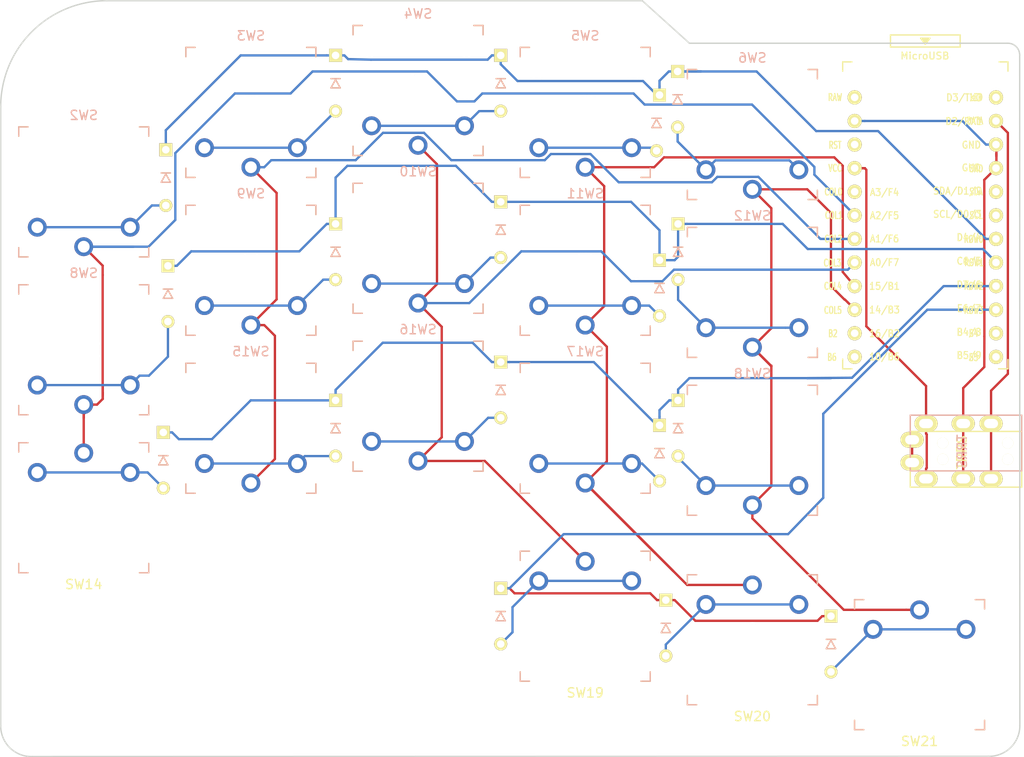
<source format=kicad_pcb>
(kicad_pcb (version 20171130) (host pcbnew "(5.1.5-0-10_14)")

  (general
    (thickness 1.6)
    (drawings 10)
    (tracks 292)
    (zones 0)
    (modules 38)
    (nets 38)
  )

  (page A4)
  (title_block
    (title "Corne Light")
    (date 2018-12-26)
    (rev 2.1)
    (company foostan)
  )

  (layers
    (0 F.Cu signal)
    (31 B.Cu signal)
    (32 B.Adhes user)
    (33 F.Adhes user)
    (34 B.Paste user)
    (35 F.Paste user)
    (36 B.SilkS user hide)
    (37 F.SilkS user hide)
    (38 B.Mask user)
    (39 F.Mask user)
    (40 Dwgs.User user)
    (41 Cmts.User user)
    (42 Eco1.User user)
    (43 Eco2.User user hide)
    (44 Edge.Cuts user)
    (45 Margin user)
    (46 B.CrtYd user)
    (47 F.CrtYd user)
    (48 B.Fab user)
    (49 F.Fab user)
  )

  (setup
    (last_trace_width 0.25)
    (user_trace_width 0.5)
    (trace_clearance 0.2)
    (zone_clearance 0.508)
    (zone_45_only no)
    (trace_min 0.2)
    (via_size 0.6)
    (via_drill 0.4)
    (via_min_size 0.4)
    (via_min_drill 0.3)
    (uvia_size 0.3)
    (uvia_drill 0.1)
    (uvias_allowed no)
    (uvia_min_size 0.2)
    (uvia_min_drill 0.1)
    (edge_width 0.15)
    (segment_width 0.15)
    (pcb_text_width 0.3)
    (pcb_text_size 1.5 1.5)
    (mod_edge_width 0.15)
    (mod_text_size 1 1)
    (mod_text_width 0.15)
    (pad_size 0.635 1.143)
    (pad_drill 0)
    (pad_to_mask_clearance 0.2)
    (aux_axis_origin 145.73 12.66)
    (visible_elements FFFFEFFF)
    (pcbplotparams
      (layerselection 0x010c0_ffffffff)
      (usegerberextensions true)
      (usegerberattributes false)
      (usegerberadvancedattributes false)
      (creategerberjobfile false)
      (excludeedgelayer true)
      (linewidth 0.150000)
      (plotframeref false)
      (viasonmask false)
      (mode 1)
      (useauxorigin false)
      (hpglpennumber 1)
      (hpglpenspeed 20)
      (hpglpendiameter 15.000000)
      (psnegative false)
      (psa4output false)
      (plotreference true)
      (plotvalue true)
      (plotinvisibletext false)
      (padsonsilk false)
      (subtractmaskfromsilk false)
      (outputformat 1)
      (mirror false)
      (drillshape 0)
      (scaleselection 1)
      (outputdirectory "gerber/"))
  )

  (net 0 "")
  (net 1 row0)
  (net 2 row1)
  (net 3 "Net-(D2-Pad2)")
  (net 4 row2)
  (net 5 "Net-(D3-Pad2)")
  (net 6 row3)
  (net 7 "Net-(D4-Pad2)")
  (net 8 "Net-(D5-Pad2)")
  (net 9 "Net-(D6-Pad2)")
  (net 10 "Net-(D8-Pad2)")
  (net 11 "Net-(D9-Pad2)")
  (net 12 "Net-(D10-Pad2)")
  (net 13 "Net-(D11-Pad2)")
  (net 14 "Net-(D12-Pad2)")
  (net 15 "Net-(D14-Pad2)")
  (net 16 "Net-(D15-Pad2)")
  (net 17 "Net-(D16-Pad2)")
  (net 18 "Net-(D17-Pad2)")
  (net 19 "Net-(D18-Pad2)")
  (net 20 "Net-(D19-Pad2)")
  (net 21 "Net-(D20-Pad2)")
  (net 22 "Net-(D21-Pad2)")
  (net 23 GND)
  (net 24 VCC)
  (net 25 col0)
  (net 26 col1)
  (net 27 col2)
  (net 28 col3)
  (net 29 col4)
  (net 30 col5)
  (net 31 LED)
  (net 32 data)
  (net 33 reset)
  (net 34 SCL)
  (net 35 SDA)
  (net 36 "Net-(U1-Pad24)")
  (net 37 "Net-(J1-PadA)")

  (net_class Default "これは標準のネット クラスです。"
    (clearance 0.2)
    (trace_width 0.25)
    (via_dia 0.6)
    (via_drill 0.4)
    (uvia_dia 0.3)
    (uvia_drill 0.1)
    (add_net GND)
    (add_net LED)
    (add_net "Net-(D10-Pad2)")
    (add_net "Net-(D11-Pad2)")
    (add_net "Net-(D12-Pad2)")
    (add_net "Net-(D14-Pad2)")
    (add_net "Net-(D15-Pad2)")
    (add_net "Net-(D16-Pad2)")
    (add_net "Net-(D17-Pad2)")
    (add_net "Net-(D18-Pad2)")
    (add_net "Net-(D19-Pad2)")
    (add_net "Net-(D2-Pad2)")
    (add_net "Net-(D20-Pad2)")
    (add_net "Net-(D21-Pad2)")
    (add_net "Net-(D3-Pad2)")
    (add_net "Net-(D4-Pad2)")
    (add_net "Net-(D5-Pad2)")
    (add_net "Net-(D6-Pad2)")
    (add_net "Net-(D8-Pad2)")
    (add_net "Net-(D9-Pad2)")
    (add_net "Net-(J1-PadA)")
    (add_net "Net-(U1-Pad24)")
    (add_net SCL)
    (add_net SDA)
    (add_net VCC)
    (add_net col0)
    (add_net col1)
    (add_net col2)
    (add_net col3)
    (add_net col4)
    (add_net col5)
    (add_net data)
    (add_net reset)
    (add_net row0)
    (add_net row1)
    (add_net row2)
    (add_net row3)
  )

  (module "Choc Footprints:SW_PG1350_reversible" (layer B.Cu) (tedit 5DD501D8) (tstamp 5C238836)
    (at 116 85.32)
    (descr "Kailh \"Choc\" PG1350 keyswitch, able to be mounted on front or back of PCB")
    (tags kailh,choc)
    (path /5A5E37A4)
    (fp_text reference SW20 (at 4.600001 -6) (layer Dwgs.User) hide
      (effects (font (size 1 1) (thickness 0.15)))
    )
    (fp_text value SW_PUSH (at -0.5 -6) (layer Dwgs.User) hide
      (effects (font (size 1 1) (thickness 0.15)))
    )
    (fp_text user %R (at 0 0) (layer B.Fab)
      (effects (font (size 1 1) (thickness 0.15)) (justify mirror))
    )
    (fp_text user %R (at 0 0) (layer B.Fab)
      (effects (font (size 1 1) (thickness 0.15)) (justify mirror))
    )
    (fp_line (start -7.5 -7.5) (end -7.5 7.5) (layer B.Fab) (width 0.15))
    (fp_line (start 7.5 7.5) (end 7.5 -7.5) (layer B.Fab) (width 0.15))
    (fp_line (start 7.5 -7.5) (end -7.5 -7.5) (layer B.Fab) (width 0.15))
    (fp_line (start -7.5 7.5) (end 7.5 7.5) (layer B.Fab) (width 0.15))
    (fp_text user %V (at 0 -8.255) (layer F.Fab)
      (effects (font (size 1 1) (thickness 0.15)))
    )
    (fp_text user %R (at 0 8.255) (layer F.SilkS)
      (effects (font (size 1 1) (thickness 0.15)))
    )
    (fp_line (start -7.5 -7.5) (end -7.5 7.5) (layer F.Fab) (width 0.15))
    (fp_line (start 7.5 -7.5) (end -7.5 -7.5) (layer F.Fab) (width 0.15))
    (fp_line (start 7.5 7.5) (end 7.5 -7.5) (layer F.Fab) (width 0.15))
    (fp_line (start -7.5 7.5) (end 7.5 7.5) (layer F.Fab) (width 0.15))
    (fp_line (start -6.9 -6.9) (end -6.9 6.9) (layer Eco2.User) (width 0.15))
    (fp_line (start 6.9 6.9) (end 6.9 -6.9) (layer Eco2.User) (width 0.15))
    (fp_line (start 6.9 6.9) (end -6.9 6.9) (layer Eco2.User) (width 0.15))
    (fp_line (start -6.9 -6.9) (end 6.9 -6.9) (layer Eco2.User) (width 0.15))
    (fp_line (start 7 7) (end 7 6) (layer F.SilkS) (width 0.15))
    (fp_line (start 6 7) (end 7 7) (layer F.SilkS) (width 0.15))
    (fp_line (start 7 -7) (end 6 -7) (layer F.SilkS) (width 0.15))
    (fp_line (start 7 -6) (end 7 -7) (layer F.SilkS) (width 0.15))
    (fp_line (start -7 -7) (end -7 -6) (layer F.SilkS) (width 0.15))
    (fp_line (start -6 -7) (end -7 -7) (layer F.SilkS) (width 0.15))
    (fp_line (start -7 7) (end -6 7) (layer F.SilkS) (width 0.15))
    (fp_line (start -7 6) (end -7 7) (layer F.SilkS) (width 0.15))
    (fp_line (start -2.6 3.1) (end -2.6 6.3) (layer Eco2.User) (width 0.15))
    (fp_line (start 2.6 6.3) (end -2.6 6.3) (layer Eco2.User) (width 0.15))
    (fp_line (start 2.6 3.1) (end 2.6 6.3) (layer Eco2.User) (width 0.15))
    (fp_line (start -2.6 3.1) (end 2.6 3.1) (layer Eco2.User) (width 0.15))
    (fp_line (start -7 7) (end -6 7) (layer B.SilkS) (width 0.15))
    (fp_line (start -7 6) (end -7 7) (layer B.SilkS) (width 0.15))
    (fp_line (start -7 -7) (end -7 -6) (layer B.SilkS) (width 0.15))
    (fp_line (start -6 -7) (end -7 -7) (layer B.SilkS) (width 0.15))
    (fp_line (start 7 -7) (end 6 -7) (layer B.SilkS) (width 0.15))
    (fp_line (start 7 -6) (end 7 -7) (layer B.SilkS) (width 0.15))
    (fp_line (start 7 7) (end 7 6) (layer B.SilkS) (width 0.15))
    (fp_line (start 6 7) (end 7 7) (layer B.SilkS) (width 0.15))
    (pad "" np_thru_hole circle (at -5.5 0) (size 1.7018 1.7018) (drill 1.7018) (layers *.Cu *.Mask))
    (pad "" np_thru_hole circle (at 5.5 0) (size 1.7018 1.7018) (drill 1.7018) (layers *.Cu *.Mask))
    (pad "" np_thru_hole circle (at 5.22 4.2) (size 0.9906 0.9906) (drill 0.9906) (layers *.Cu *.Mask))
    (pad 1 thru_hole circle (at 0 -5.9) (size 2.032 2.032) (drill 1.27) (layers *.Cu *.Mask)
      (net 29 col4))
    (pad 2 thru_hole circle (at -5 -3.8) (size 2.032 2.032) (drill 1.27) (layers *.Cu *.Mask)
      (net 21 "Net-(D20-Pad2)"))
    (pad "" np_thru_hole circle (at 0 0) (size 3.429 3.429) (drill 3.429) (layers *.Cu *.Mask))
    (pad 2 thru_hole circle (at 5 -3.8) (size 2.032 2.032) (drill 1.27) (layers *.Cu *.Mask)
      (net 21 "Net-(D20-Pad2)"))
    (pad "" np_thru_hole circle (at -5.22 4.2) (size 0.9906 0.9906) (drill 0.9906) (layers *.Cu *.Mask))
  )

  (module "Choc Footprints:SW_PG1350_reversible" (layer F.Cu) (tedit 5DD501D8) (tstamp 5C23880A)
    (at 116 64.92)
    (descr "Kailh \"Choc\" PG1350 keyswitch, able to be mounted on front or back of PCB")
    (tags kailh,choc)
    (path /5A5E35D5)
    (fp_text reference SW18 (at 4.6 6 180) (layer Dwgs.User) hide
      (effects (font (size 1 1) (thickness 0.15)))
    )
    (fp_text value SW_PUSH (at -0.5 6 180) (layer Dwgs.User) hide
      (effects (font (size 1 1) (thickness 0.15)))
    )
    (fp_text user %R (at 0 0) (layer F.Fab)
      (effects (font (size 1 1) (thickness 0.15)))
    )
    (fp_text user %R (at 0 0) (layer F.Fab)
      (effects (font (size 1 1) (thickness 0.15)))
    )
    (fp_line (start -7.5 7.5) (end -7.5 -7.5) (layer F.Fab) (width 0.15))
    (fp_line (start 7.5 -7.5) (end 7.5 7.5) (layer F.Fab) (width 0.15))
    (fp_line (start 7.5 7.5) (end -7.5 7.5) (layer F.Fab) (width 0.15))
    (fp_line (start -7.5 -7.5) (end 7.5 -7.5) (layer F.Fab) (width 0.15))
    (fp_text user %V (at 0 8.255) (layer B.Fab)
      (effects (font (size 1 1) (thickness 0.15)) (justify mirror))
    )
    (fp_text user %R (at 0 -8.255) (layer B.SilkS)
      (effects (font (size 1 1) (thickness 0.15)) (justify mirror))
    )
    (fp_line (start -7.5 7.5) (end -7.5 -7.5) (layer B.Fab) (width 0.15))
    (fp_line (start 7.5 7.5) (end -7.5 7.5) (layer B.Fab) (width 0.15))
    (fp_line (start 7.5 -7.5) (end 7.5 7.5) (layer B.Fab) (width 0.15))
    (fp_line (start -7.5 -7.5) (end 7.5 -7.5) (layer B.Fab) (width 0.15))
    (fp_line (start -6.9 6.9) (end -6.9 -6.9) (layer Eco2.User) (width 0.15))
    (fp_line (start 6.9 -6.9) (end 6.9 6.9) (layer Eco2.User) (width 0.15))
    (fp_line (start 6.9 -6.9) (end -6.9 -6.9) (layer Eco2.User) (width 0.15))
    (fp_line (start -6.9 6.9) (end 6.9 6.9) (layer Eco2.User) (width 0.15))
    (fp_line (start 7 -7) (end 7 -6) (layer B.SilkS) (width 0.15))
    (fp_line (start 6 -7) (end 7 -7) (layer B.SilkS) (width 0.15))
    (fp_line (start 7 7) (end 6 7) (layer B.SilkS) (width 0.15))
    (fp_line (start 7 6) (end 7 7) (layer B.SilkS) (width 0.15))
    (fp_line (start -7 7) (end -7 6) (layer B.SilkS) (width 0.15))
    (fp_line (start -6 7) (end -7 7) (layer B.SilkS) (width 0.15))
    (fp_line (start -7 -7) (end -6 -7) (layer B.SilkS) (width 0.15))
    (fp_line (start -7 -6) (end -7 -7) (layer B.SilkS) (width 0.15))
    (fp_line (start -2.6 -3.1) (end -2.6 -6.3) (layer Eco2.User) (width 0.15))
    (fp_line (start 2.6 -6.3) (end -2.6 -6.3) (layer Eco2.User) (width 0.15))
    (fp_line (start 2.6 -3.1) (end 2.6 -6.3) (layer Eco2.User) (width 0.15))
    (fp_line (start -2.6 -3.1) (end 2.6 -3.1) (layer Eco2.User) (width 0.15))
    (fp_line (start -7 -7) (end -6 -7) (layer F.SilkS) (width 0.15))
    (fp_line (start -7 -6) (end -7 -7) (layer F.SilkS) (width 0.15))
    (fp_line (start -7 7) (end -7 6) (layer F.SilkS) (width 0.15))
    (fp_line (start -6 7) (end -7 7) (layer F.SilkS) (width 0.15))
    (fp_line (start 7 7) (end 6 7) (layer F.SilkS) (width 0.15))
    (fp_line (start 7 6) (end 7 7) (layer F.SilkS) (width 0.15))
    (fp_line (start 7 -7) (end 7 -6) (layer F.SilkS) (width 0.15))
    (fp_line (start 6 -7) (end 7 -7) (layer F.SilkS) (width 0.15))
    (pad "" np_thru_hole circle (at -5.5 0) (size 1.7018 1.7018) (drill 1.7018) (layers *.Cu *.Mask))
    (pad "" np_thru_hole circle (at 5.5 0) (size 1.7018 1.7018) (drill 1.7018) (layers *.Cu *.Mask))
    (pad "" np_thru_hole circle (at 5.22 -4.2) (size 0.9906 0.9906) (drill 0.9906) (layers *.Cu *.Mask))
    (pad 1 thru_hole circle (at 0 5.9) (size 2.032 2.032) (drill 1.27) (layers *.Cu *.Mask)
      (net 30 col5))
    (pad 2 thru_hole circle (at -5 3.8) (size 2.032 2.032) (drill 1.27) (layers *.Cu *.Mask)
      (net 19 "Net-(D18-Pad2)"))
    (pad "" np_thru_hole circle (at 0 0) (size 3.429 3.429) (drill 3.429) (layers *.Cu *.Mask))
    (pad 2 thru_hole circle (at 5 3.8) (size 2.032 2.032) (drill 1.27) (layers *.Cu *.Mask)
      (net 19 "Net-(D18-Pad2)"))
    (pad "" np_thru_hole circle (at -5.22 -4.2) (size 0.9906 0.9906) (drill 0.9906) (layers *.Cu *.Mask))
  )

  (module kbd:D3_TH (layer F.Cu) (tedit 5E860F4D) (tstamp 5C238634)
    (at 108 62.545 270)
    (descr "Resitance 3 pas")
    (tags R)
    (path /5A5E35ED)
    (autoplace_cost180 10)
    (fp_text reference D18 (at -0.315 0.05 270) (layer F.Fab) hide
      (effects (font (size 0.5 0.5) (thickness 0.125)))
    )
    (fp_text value D (at -0.55 0 270) (layer F.Fab) hide
      (effects (font (size 0.5 0.5) (thickness 0.125)))
    )
    (fp_line (start -0.5 -0.5) (end -0.5 0.5) (layer F.SilkS) (width 0.15))
    (fp_line (start 0.5 0.5) (end -0.4 0) (layer F.SilkS) (width 0.15))
    (fp_line (start 0.5 -0.5) (end 0.5 0.5) (layer F.SilkS) (width 0.15))
    (fp_line (start -0.4 0) (end 0.5 -0.5) (layer F.SilkS) (width 0.15))
    (fp_line (start -0.5 -0.5) (end -0.5 0.5) (layer B.SilkS) (width 0.15))
    (fp_line (start 0.5 0.5) (end -0.4 0) (layer B.SilkS) (width 0.15))
    (fp_line (start 0.5 -0.5) (end 0.5 0.5) (layer B.SilkS) (width 0.15))
    (fp_line (start -0.4 0) (end 0.5 -0.5) (layer B.SilkS) (width 0.15))
    (pad 2 thru_hole circle (at 3 0 270) (size 1.397 1.397) (drill 0.8128) (layers *.Cu *.Mask F.SilkS)
      (net 19 "Net-(D18-Pad2)"))
    (pad 1 thru_hole rect (at -3 0 270) (size 1.397 1.397) (drill 0.8128) (layers *.Cu *.Mask F.SilkS)
      (net 4 row2))
    (model Diodes_SMD.3dshapes/SMB_Handsoldering.wrl
      (at (xyz 0 0 0))
      (scale (xyz 0.22 0.15 0.15))
      (rotate (xyz 0 0 180))
    )
  )

  (module "Choc Footprints:SW_PG1350_reversible" (layer B.Cu) (tedit 5DD501D8) (tstamp 5C238820)
    (at 98 82.78)
    (descr "Kailh \"Choc\" PG1350 keyswitch, able to be mounted on front or back of PCB")
    (tags kailh,choc)
    (path /5A5E37EC)
    (fp_text reference SW19 (at 4.6 -6 -180) (layer Dwgs.User) hide
      (effects (font (size 1 1) (thickness 0.15)))
    )
    (fp_text value SW_PUSH (at -0.5 -6 -180) (layer Dwgs.User) hide
      (effects (font (size 1 1) (thickness 0.15)))
    )
    (fp_text user %R (at 0 0) (layer B.Fab)
      (effects (font (size 1 1) (thickness 0.15)) (justify mirror))
    )
    (fp_text user %R (at 0 0) (layer B.Fab)
      (effects (font (size 1 1) (thickness 0.15)) (justify mirror))
    )
    (fp_line (start -7.5 -7.5) (end -7.5 7.5) (layer B.Fab) (width 0.15))
    (fp_line (start 7.5 7.5) (end 7.5 -7.5) (layer B.Fab) (width 0.15))
    (fp_line (start 7.5 -7.5) (end -7.5 -7.5) (layer B.Fab) (width 0.15))
    (fp_line (start -7.5 7.5) (end 7.5 7.5) (layer B.Fab) (width 0.15))
    (fp_text user %V (at 0 -8.255) (layer F.Fab)
      (effects (font (size 1 1) (thickness 0.15)))
    )
    (fp_text user %R (at 0 8.255) (layer F.SilkS)
      (effects (font (size 1 1) (thickness 0.15)))
    )
    (fp_line (start -7.5 -7.5) (end -7.5 7.5) (layer F.Fab) (width 0.15))
    (fp_line (start 7.5 -7.5) (end -7.5 -7.5) (layer F.Fab) (width 0.15))
    (fp_line (start 7.5 7.5) (end 7.5 -7.5) (layer F.Fab) (width 0.15))
    (fp_line (start -7.5 7.5) (end 7.5 7.5) (layer F.Fab) (width 0.15))
    (fp_line (start -6.9 -6.9) (end -6.9 6.9) (layer Eco2.User) (width 0.15))
    (fp_line (start 6.9 6.9) (end 6.9 -6.9) (layer Eco2.User) (width 0.15))
    (fp_line (start 6.9 6.9) (end -6.9 6.9) (layer Eco2.User) (width 0.15))
    (fp_line (start -6.9 -6.9) (end 6.9 -6.9) (layer Eco2.User) (width 0.15))
    (fp_line (start 7 7) (end 7 6) (layer F.SilkS) (width 0.15))
    (fp_line (start 6 7) (end 7 7) (layer F.SilkS) (width 0.15))
    (fp_line (start 7 -7) (end 6 -7) (layer F.SilkS) (width 0.15))
    (fp_line (start 7 -6) (end 7 -7) (layer F.SilkS) (width 0.15))
    (fp_line (start -7 -7) (end -7 -6) (layer F.SilkS) (width 0.15))
    (fp_line (start -6 -7) (end -7 -7) (layer F.SilkS) (width 0.15))
    (fp_line (start -7 7) (end -6 7) (layer F.SilkS) (width 0.15))
    (fp_line (start -7 6) (end -7 7) (layer F.SilkS) (width 0.15))
    (fp_line (start -2.6 3.1) (end -2.6 6.3) (layer Eco2.User) (width 0.15))
    (fp_line (start 2.6 6.3) (end -2.6 6.3) (layer Eco2.User) (width 0.15))
    (fp_line (start 2.6 3.1) (end 2.6 6.3) (layer Eco2.User) (width 0.15))
    (fp_line (start -2.6 3.1) (end 2.6 3.1) (layer Eco2.User) (width 0.15))
    (fp_line (start -7 7) (end -6 7) (layer B.SilkS) (width 0.15))
    (fp_line (start -7 6) (end -7 7) (layer B.SilkS) (width 0.15))
    (fp_line (start -7 -7) (end -7 -6) (layer B.SilkS) (width 0.15))
    (fp_line (start -6 -7) (end -7 -7) (layer B.SilkS) (width 0.15))
    (fp_line (start 7 -7) (end 6 -7) (layer B.SilkS) (width 0.15))
    (fp_line (start 7 -6) (end 7 -7) (layer B.SilkS) (width 0.15))
    (fp_line (start 7 7) (end 7 6) (layer B.SilkS) (width 0.15))
    (fp_line (start 6 7) (end 7 7) (layer B.SilkS) (width 0.15))
    (pad "" np_thru_hole circle (at -5.5 0) (size 1.7018 1.7018) (drill 1.7018) (layers *.Cu *.Mask))
    (pad "" np_thru_hole circle (at 5.5 0) (size 1.7018 1.7018) (drill 1.7018) (layers *.Cu *.Mask))
    (pad "" np_thru_hole circle (at 5.22 4.2) (size 0.9906 0.9906) (drill 0.9906) (layers *.Cu *.Mask))
    (pad 1 thru_hole circle (at 0 -5.9) (size 2.032 2.032) (drill 1.27) (layers *.Cu *.Mask)
      (net 28 col3))
    (pad 2 thru_hole circle (at -5 -3.8) (size 2.032 2.032) (drill 1.27) (layers *.Cu *.Mask)
      (net 20 "Net-(D19-Pad2)"))
    (pad "" np_thru_hole circle (at 0 0) (size 3.429 3.429) (drill 3.429) (layers *.Cu *.Mask))
    (pad 2 thru_hole circle (at 5 -3.8) (size 2.032 2.032) (drill 1.27) (layers *.Cu *.Mask)
      (net 20 "Net-(D19-Pad2)"))
    (pad "" np_thru_hole circle (at -5.22 4.2) (size 0.9906 0.9906) (drill 0.9906) (layers *.Cu *.Mask))
  )

  (module "Choc Footprints:SW_PG1350_reversible" (layer B.Cu) (tedit 5DD501D8) (tstamp 5C23884C)
    (at 134 88)
    (descr "Kailh \"Choc\" PG1350 keyswitch, able to be mounted on front or back of PCB")
    (tags kailh,choc)
    (path /5A5E37B0)
    (fp_text reference SW21 (at 4.6 -6 -180) (layer Dwgs.User) hide
      (effects (font (size 1 1) (thickness 0.15)))
    )
    (fp_text value SW_PUSH (at -0.5 -6 -180) (layer Dwgs.User) hide
      (effects (font (size 1 1) (thickness 0.15)))
    )
    (fp_line (start 6 7) (end 7 7) (layer B.SilkS) (width 0.15))
    (fp_line (start 7 7) (end 7 6) (layer B.SilkS) (width 0.15))
    (fp_line (start 7 -6) (end 7 -7) (layer B.SilkS) (width 0.15))
    (fp_line (start 7 -7) (end 6 -7) (layer B.SilkS) (width 0.15))
    (fp_line (start -6 -7) (end -7 -7) (layer B.SilkS) (width 0.15))
    (fp_line (start -7 -7) (end -7 -6) (layer B.SilkS) (width 0.15))
    (fp_line (start -7 6) (end -7 7) (layer B.SilkS) (width 0.15))
    (fp_line (start -7 7) (end -6 7) (layer B.SilkS) (width 0.15))
    (fp_line (start -2.6 3.1) (end 2.6 3.1) (layer Eco2.User) (width 0.15))
    (fp_line (start 2.6 3.1) (end 2.6 6.3) (layer Eco2.User) (width 0.15))
    (fp_line (start 2.6 6.3) (end -2.6 6.3) (layer Eco2.User) (width 0.15))
    (fp_line (start -2.6 3.1) (end -2.6 6.3) (layer Eco2.User) (width 0.15))
    (fp_line (start -7 6) (end -7 7) (layer F.SilkS) (width 0.15))
    (fp_line (start -7 7) (end -6 7) (layer F.SilkS) (width 0.15))
    (fp_line (start -6 -7) (end -7 -7) (layer F.SilkS) (width 0.15))
    (fp_line (start -7 -7) (end -7 -6) (layer F.SilkS) (width 0.15))
    (fp_line (start 7 -6) (end 7 -7) (layer F.SilkS) (width 0.15))
    (fp_line (start 7 -7) (end 6 -7) (layer F.SilkS) (width 0.15))
    (fp_line (start 6 7) (end 7 7) (layer F.SilkS) (width 0.15))
    (fp_line (start 7 7) (end 7 6) (layer F.SilkS) (width 0.15))
    (fp_line (start -6.9 -6.9) (end 6.9 -6.9) (layer Eco2.User) (width 0.15))
    (fp_line (start 6.9 6.9) (end -6.9 6.9) (layer Eco2.User) (width 0.15))
    (fp_line (start 6.9 6.9) (end 6.9 -6.9) (layer Eco2.User) (width 0.15))
    (fp_line (start -6.9 -6.9) (end -6.9 6.9) (layer Eco2.User) (width 0.15))
    (fp_line (start -7.5 7.5) (end 7.5 7.5) (layer F.Fab) (width 0.15))
    (fp_line (start 7.5 7.5) (end 7.5 -7.5) (layer F.Fab) (width 0.15))
    (fp_line (start 7.5 -7.5) (end -7.5 -7.5) (layer F.Fab) (width 0.15))
    (fp_line (start -7.5 -7.5) (end -7.5 7.5) (layer F.Fab) (width 0.15))
    (fp_text user %R (at 0 8.255) (layer F.SilkS)
      (effects (font (size 1 1) (thickness 0.15)))
    )
    (fp_text user %V (at 0 -8.255) (layer F.Fab)
      (effects (font (size 1 1) (thickness 0.15)))
    )
    (fp_line (start -7.5 7.5) (end 7.5 7.5) (layer B.Fab) (width 0.15))
    (fp_line (start 7.5 -7.5) (end -7.5 -7.5) (layer B.Fab) (width 0.15))
    (fp_line (start 7.5 7.5) (end 7.5 -7.5) (layer B.Fab) (width 0.15))
    (fp_line (start -7.5 -7.5) (end -7.5 7.5) (layer B.Fab) (width 0.15))
    (fp_text user %R (at 0 0) (layer B.Fab)
      (effects (font (size 1 1) (thickness 0.15)) (justify mirror))
    )
    (fp_text user %R (at 0 0) (layer F.Fab)
      (effects (font (size 1 1) (thickness 0.15)))
    )
    (pad "" np_thru_hole circle (at -5.22 4.2) (size 0.9906 0.9906) (drill 0.9906) (layers *.Cu *.Mask))
    (pad 2 thru_hole circle (at 5 -3.8) (size 2.032 2.032) (drill 1.27) (layers *.Cu *.Mask)
      (net 22 "Net-(D21-Pad2)"))
    (pad "" np_thru_hole circle (at 0 0) (size 3.429 3.429) (drill 3.429) (layers *.Cu *.Mask))
    (pad 2 thru_hole circle (at -5 -3.8) (size 2.032 2.032) (drill 1.27) (layers *.Cu *.Mask)
      (net 22 "Net-(D21-Pad2)"))
    (pad 1 thru_hole circle (at 0 -5.9) (size 2.032 2.032) (drill 1.27) (layers *.Cu *.Mask)
      (net 30 col5))
    (pad "" np_thru_hole circle (at 5.22 4.2) (size 0.9906 0.9906) (drill 0.9906) (layers *.Cu *.Mask))
    (pad "" np_thru_hole circle (at 5.5 0) (size 1.7018 1.7018) (drill 1.7018) (layers *.Cu *.Mask))
    (pad "" np_thru_hole circle (at -5.5 0) (size 1.7018 1.7018) (drill 1.7018) (layers *.Cu *.Mask))
  )

  (module kbd:ProMicro_v3 (layer F.Cu) (tedit 5ECCE58D) (tstamp 5C238F3C)
    (at 134.62 41.4)
    (path /5A5E14C2)
    (fp_text reference U1 (at -0.1 -0.05 270) (layer F.SilkS) hide
      (effects (font (size 1 1) (thickness 0.15)))
    )
    (fp_text value ProMicro (at -0.45 -17) (layer F.Fab) hide
      (effects (font (size 1 1) (thickness 0.15)))
    )
    (fp_line (start 8.9 14.75) (end 7.89 14.75) (layer F.SilkS) (width 0.15))
    (fp_line (start -8.9 14.75) (end -7.9 14.75) (layer F.SilkS) (width 0.15))
    (fp_line (start 8.9 13.75) (end 8.9 14.75) (layer F.SilkS) (width 0.15))
    (fp_line (start -8.9 13.7) (end -8.9 14.75) (layer F.SilkS) (width 0.15))
    (fp_line (start 8.9 -18.3) (end 7.95 -18.3) (layer F.SilkS) (width 0.15))
    (fp_line (start -8.9 -18.3) (end -7.9 -18.3) (layer F.SilkS) (width 0.15))
    (fp_line (start 8.9 -18.3) (end 8.9 -17.3) (layer F.SilkS) (width 0.15))
    (fp_line (start -8.9 -18.3) (end -8.9 -17.3) (layer F.SilkS) (width 0.15))
    (fp_text user "" (at -1.2065 -16.256) (layer B.SilkS)
      (effects (font (size 1 1) (thickness 0.15)) (justify mirror))
    )
    (fp_text user "" (at -0.545 -17.4) (layer F.SilkS)
      (effects (font (size 1 1) (thickness 0.15)))
    )
    (fp_line (start -8.9 14.75) (end -8.9 -18.3) (layer F.Fab) (width 0.15))
    (fp_line (start 8.9 14.75) (end -8.9 14.75) (layer F.Fab) (width 0.15))
    (fp_line (start 8.9 -18.3) (end 8.9 14.75) (layer F.Fab) (width 0.15))
    (fp_line (start -8.9 -18.3) (end -3.75 -18.3) (layer F.Fab) (width 0.15))
    (fp_text user RAW (at -9.7155 -14.478 unlocked) (layer F.SilkS)
      (effects (font (size 0.75 0.5) (thickness 0.125)))
    )
    (fp_text user GND (at 5.461 -6.7945 unlocked) (layer F.SilkS)
      (effects (font (size 0.75 0.5) (thickness 0.125)))
    )
    (fp_text user RST (at -9.7155 -9.3345 unlocked) (layer F.SilkS)
      (effects (font (size 0.75 0.5) (thickness 0.125)))
    )
    (fp_text user VCC (at -9.7155 -6.858 unlocked) (layer F.SilkS)
      (effects (font (size 0.75 0.5) (thickness 0.125)))
    )
    (fp_text user A3/F4 (at -4.395 -4.25 unlocked) (layer F.SilkS)
      (effects (font (size 0.75 0.67) (thickness 0.125)))
    )
    (fp_text user A2/F5 (at -4.395 -1.75 unlocked) (layer F.SilkS)
      (effects (font (size 0.75 0.67) (thickness 0.125)))
    )
    (fp_text user A1/F6 (at -4.395 0.75 unlocked) (layer F.SilkS)
      (effects (font (size 0.75 0.67) (thickness 0.125)))
    )
    (fp_text user A0/F7 (at -4.395 3.3 unlocked) (layer F.SilkS)
      (effects (font (size 0.75 0.67) (thickness 0.125)))
    )
    (fp_text user 15/B1 (at -4.395 5.85 unlocked) (layer F.SilkS)
      (effects (font (size 0.75 0.67) (thickness 0.125)))
    )
    (fp_text user 14/B3 (at -4.395 8.4 unlocked) (layer F.SilkS)
      (effects (font (size 0.75 0.67) (thickness 0.125)))
    )
    (fp_text user 10/B6 (at -4.395 13.45 unlocked) (layer F.SilkS)
      (effects (font (size 0.75 0.67) (thickness 0.125)))
    )
    (fp_text user 16/B2 (at -4.395 10.95 unlocked) (layer F.SilkS)
      (effects (font (size 0.75 0.67) (thickness 0.125)))
    )
    (fp_text user E6/7 (at 4.705 8.25 unlocked) (layer F.SilkS)
      (effects (font (size 0.75 0.67) (thickness 0.125)))
    )
    (fp_text user D7/6 (at 4.705 5.7 unlocked) (layer F.SilkS)
      (effects (font (size 0.75 0.67) (thickness 0.125)))
    )
    (fp_text user GND (at 4.955 -9.35 unlocked) (layer F.SilkS)
      (effects (font (size 0.75 0.67) (thickness 0.125)))
    )
    (fp_text user GND (at 4.955 -6.9 unlocked) (layer F.SilkS)
      (effects (font (size 0.75 0.67) (thickness 0.125)))
    )
    (fp_text user D3/TX0 (at 4.155 -14.45 unlocked) (layer F.SilkS)
      (effects (font (size 0.75 0.67) (thickness 0.125)))
    )
    (fp_text user D4/4 (at 4.705 0.6 unlocked) (layer F.SilkS)
      (effects (font (size 0.75 0.67) (thickness 0.125)))
    )
    (fp_text user SDA/D1/2 (at 3.455 -4.4 unlocked) (layer F.SilkS)
      (effects (font (size 0.75 0.67) (thickness 0.125)))
    )
    (fp_text user SCL/D0/3 (at 3.455 -1.9 unlocked) (layer F.SilkS)
      (effects (font (size 0.75 0.67) (thickness 0.125)))
    )
    (fp_text user C6/5 (at 4.705 3.15 unlocked) (layer F.SilkS)
      (effects (font (size 0.75 0.67) (thickness 0.125)))
    )
    (fp_text user B5/9 (at 4.705 13.3 unlocked) (layer F.SilkS)
      (effects (font (size 0.75 0.67) (thickness 0.125)))
    )
    (fp_text user D2/RX1 (at 4.155 -11.9 unlocked) (layer F.SilkS)
      (effects (font (size 0.75 0.67) (thickness 0.125)))
    )
    (fp_text user B4/8 (at 4.705 10.8 unlocked) (layer F.SilkS)
      (effects (font (size 0.75 0.67) (thickness 0.125)))
    )
    (fp_line (start -3.75 -19.6) (end 3.75 -19.6) (layer F.Fab) (width 0.15))
    (fp_line (start 3.75 -19.6) (end 3.75 -18.3) (layer F.Fab) (width 0.15))
    (fp_line (start -3.75 -19.6) (end -3.75 -18.299039) (layer F.Fab) (width 0.15))
    (fp_line (start -3.75 -18.3) (end 3.75 -18.3) (layer F.Fab) (width 0.15))
    (fp_line (start 3.76 -18.3) (end 8.9 -18.3) (layer F.Fab) (width 0.15))
    (fp_line (start -3.75 -21.2) (end -3.75 -19.9) (layer F.SilkS) (width 0.15))
    (fp_line (start -3.75 -19.9) (end 3.75 -19.9) (layer F.SilkS) (width 0.15))
    (fp_line (start 3.75 -19.9) (end 3.75 -21.2) (layer F.SilkS) (width 0.15))
    (fp_line (start 3.75 -21.2) (end -3.75 -21.2) (layer F.SilkS) (width 0.15))
    (fp_line (start -0.5 -20.85) (end 0.5 -20.85) (layer F.SilkS) (width 0.15))
    (fp_line (start 0.5 -20.85) (end 0 -20.2) (layer F.SilkS) (width 0.15))
    (fp_line (start 0 -20.2) (end -0.5 -20.85) (layer F.SilkS) (width 0.15))
    (fp_line (start -0.35 -20.7) (end 0.35 -20.7) (layer F.SilkS) (width 0.15))
    (fp_line (start -0.25 -20.55) (end 0.25 -20.55) (layer F.SilkS) (width 0.15))
    (fp_line (start -0.15 -20.4) (end 0.15 -20.4) (layer F.SilkS) (width 0.15))
    (fp_text user MicroUSB (at -0.05 -18.95) (layer F.SilkS)
      (effects (font (size 0.75 0.75) (thickness 0.12)))
    )
    (fp_text user LED (at 5.5 -14.478) (layer F.SilkS)
      (effects (font (size 0.75 0.5) (thickness 0.125)))
    )
    (fp_text user DATA (at 5.35 -11.95) (layer F.SilkS)
      (effects (font (size 0.75 0.5) (thickness 0.125)))
    )
    (fp_text user COL3 (at -10 3.35) (layer F.SilkS)
      (effects (font (size 0.75 0.5) (thickness 0.125)))
    )
    (fp_text user ROW0 (at 5.2 0.8) (layer F.SilkS)
      (effects (font (size 0.75 0.5) (thickness 0.125)))
    )
    (fp_text user COL2 (at -9.9 0.762) (layer F.SilkS)
      (effects (font (size 0.75 0.5) (thickness 0.125)))
    )
    (fp_text user SCL (at 5.461 -1.778) (layer F.SilkS)
      (effects (font (size 0.75 0.5) (thickness 0.125)))
    )
    (fp_text user COL1 (at -9.85 -1.778) (layer F.SilkS)
      (effects (font (size 0.75 0.5) (thickness 0.125)))
    )
    (fp_text user SDA (at 5.461 -4.318) (layer F.SilkS)
      (effects (font (size 0.75 0.5) (thickness 0.125)))
    )
    (fp_text user COL0 (at -9.9 -4.3) (layer F.SilkS)
      (effects (font (size 0.75 0.5) (thickness 0.125)))
    )
    (fp_text user B6 (at -10.05 13.5) (layer F.SilkS)
      (effects (font (size 0.75 0.5) (thickness 0.125)))
    )
    (fp_text user B5 (at 5.2 13.5255) (layer F.SilkS)
      (effects (font (size 0.75 0.5) (thickness 0.125)))
    )
    (fp_text user B4 (at 5.2 10.922) (layer F.SilkS)
      (effects (font (size 0.75 0.5) (thickness 0.125)))
    )
    (fp_text user B2 (at -9.95 10.95) (layer F.SilkS)
      (effects (font (size 0.75 0.5) (thickness 0.125)))
    )
    (fp_text user ROW3 (at 5.2 8.4455) (layer F.SilkS)
      (effects (font (size 0.75 0.5) (thickness 0.125)))
    )
    (fp_text user COL5 (at -9.95 8.4455) (layer F.SilkS)
      (effects (font (size 0.75 0.5) (thickness 0.125)))
    )
    (fp_text user ROW2 (at 5.2 5.85) (layer F.SilkS)
      (effects (font (size 0.75 0.5) (thickness 0.125)))
    )
    (fp_text user COL4 (at -9.95 5.85) (layer F.SilkS)
      (effects (font (size 0.75 0.5) (thickness 0.125)))
    )
    (fp_text user ROW1 (at 5.25 3.302) (layer F.SilkS)
      (effects (font (size 0.75 0.5) (thickness 0.125)))
    )
    (pad 24 thru_hole circle (at -7.6086 -14.478) (size 1.524 1.524) (drill 0.8128) (layers *.Cu *.Mask F.SilkS)
      (net 36 "Net-(U1-Pad24)"))
    (pad 23 thru_hole circle (at -7.6086 -11.938) (size 1.524 1.524) (drill 0.8128) (layers *.Cu *.Mask F.SilkS)
      (net 23 GND))
    (pad 22 thru_hole circle (at -7.6086 -9.398) (size 1.524 1.524) (drill 0.8128) (layers *.Cu *.Mask F.SilkS)
      (net 33 reset))
    (pad 21 thru_hole circle (at -7.6086 -6.858) (size 1.524 1.524) (drill 0.8128) (layers *.Cu *.Mask F.SilkS)
      (net 24 VCC))
    (pad 20 thru_hole circle (at -7.6086 -4.318) (size 1.524 1.524) (drill 0.8128) (layers *.Cu *.Mask F.SilkS)
      (net 25 col0))
    (pad 19 thru_hole circle (at -7.6086 -1.778) (size 1.524 1.524) (drill 0.8128) (layers *.Cu *.Mask F.SilkS)
      (net 26 col1))
    (pad 18 thru_hole circle (at -7.6086 0.762) (size 1.524 1.524) (drill 0.8128) (layers *.Cu *.Mask F.SilkS)
      (net 27 col2))
    (pad 17 thru_hole circle (at -7.6086 3.302) (size 1.524 1.524) (drill 0.8128) (layers *.Cu *.Mask F.SilkS)
      (net 28 col3))
    (pad 16 thru_hole circle (at -7.6086 5.842) (size 1.524 1.524) (drill 0.8128) (layers *.Cu *.Mask F.SilkS)
      (net 29 col4))
    (pad 15 thru_hole circle (at -7.6086 8.382) (size 1.524 1.524) (drill 0.8128) (layers *.Cu *.Mask F.SilkS)
      (net 30 col5))
    (pad 14 thru_hole circle (at -7.6086 10.922) (size 1.524 1.524) (drill 0.8128) (layers *.Cu *.Mask F.SilkS))
    (pad 13 thru_hole circle (at -7.6086 13.462) (size 1.524 1.524) (drill 0.8128) (layers *.Cu *.Mask F.SilkS))
    (pad 12 thru_hole circle (at 7.6114 13.462) (size 1.524 1.524) (drill 0.8128) (layers *.Cu *.Mask F.SilkS))
    (pad 11 thru_hole circle (at 7.6114 10.922) (size 1.524 1.524) (drill 0.8128) (layers *.Cu *.Mask F.SilkS))
    (pad 10 thru_hole circle (at 7.6114 8.382) (size 1.524 1.524) (drill 0.8128) (layers *.Cu *.Mask F.SilkS)
      (net 6 row3))
    (pad 9 thru_hole circle (at 7.6114 5.842) (size 1.524 1.524) (drill 0.8128) (layers *.Cu *.Mask F.SilkS)
      (net 4 row2))
    (pad 8 thru_hole circle (at 7.6114 3.302) (size 1.524 1.524) (drill 0.8128) (layers *.Cu *.Mask F.SilkS)
      (net 2 row1))
    (pad 7 thru_hole circle (at 7.6114 0.762) (size 1.524 1.524) (drill 0.8128) (layers *.Cu *.Mask F.SilkS)
      (net 1 row0))
    (pad 6 thru_hole circle (at 7.6114 -1.778) (size 1.524 1.524) (drill 0.8128) (layers *.Cu *.Mask F.SilkS)
      (net 34 SCL))
    (pad 5 thru_hole circle (at 7.6114 -4.318) (size 1.524 1.524) (drill 0.8128) (layers *.Cu *.Mask F.SilkS)
      (net 35 SDA))
    (pad 4 thru_hole circle (at 7.6114 -6.858) (size 1.524 1.524) (drill 0.8128) (layers *.Cu *.Mask F.SilkS)
      (net 23 GND))
    (pad 3 thru_hole circle (at 7.6114 -9.398) (size 1.524 1.524) (drill 0.8128) (layers *.Cu *.Mask F.SilkS)
      (net 23 GND))
    (pad 2 thru_hole circle (at 7.6114 -11.938) (size 1.524 1.524) (drill 0.8128) (layers *.Cu *.Mask F.SilkS)
      (net 32 data))
    (pad 1 thru_hole circle (at 7.6114 -14.478) (size 1.524 1.524) (drill 0.8128) (layers *.Cu *.Mask F.SilkS)
      (net 31 LED))
  )

  (module "Choc Footprints:SW_PG1350_reversible" (layer F.Cu) (tedit 5DD501D8) (tstamp 5C2387F4)
    (at 98 62.545)
    (descr "Kailh \"Choc\" PG1350 keyswitch, able to be mounted on front or back of PCB")
    (tags kailh,choc)
    (path /5A5E35CF)
    (fp_text reference SW17 (at 4.6 6 180) (layer Dwgs.User) hide
      (effects (font (size 1 1) (thickness 0.15)))
    )
    (fp_text value SW_PUSH (at -0.5 6 180) (layer Dwgs.User) hide
      (effects (font (size 1 1) (thickness 0.15)))
    )
    (fp_text user %R (at 0 0) (layer F.Fab)
      (effects (font (size 1 1) (thickness 0.15)))
    )
    (fp_text user %R (at 0 0) (layer F.Fab)
      (effects (font (size 1 1) (thickness 0.15)))
    )
    (fp_line (start -7.5 7.5) (end -7.5 -7.5) (layer F.Fab) (width 0.15))
    (fp_line (start 7.5 -7.5) (end 7.5 7.5) (layer F.Fab) (width 0.15))
    (fp_line (start 7.5 7.5) (end -7.5 7.5) (layer F.Fab) (width 0.15))
    (fp_line (start -7.5 -7.5) (end 7.5 -7.5) (layer F.Fab) (width 0.15))
    (fp_text user %V (at 0 8.255) (layer B.Fab)
      (effects (font (size 1 1) (thickness 0.15)) (justify mirror))
    )
    (fp_text user %R (at 0 -8.255) (layer B.SilkS)
      (effects (font (size 1 1) (thickness 0.15)) (justify mirror))
    )
    (fp_line (start -7.5 7.5) (end -7.5 -7.5) (layer B.Fab) (width 0.15))
    (fp_line (start 7.5 7.5) (end -7.5 7.5) (layer B.Fab) (width 0.15))
    (fp_line (start 7.5 -7.5) (end 7.5 7.5) (layer B.Fab) (width 0.15))
    (fp_line (start -7.5 -7.5) (end 7.5 -7.5) (layer B.Fab) (width 0.15))
    (fp_line (start -6.9 6.9) (end -6.9 -6.9) (layer Eco2.User) (width 0.15))
    (fp_line (start 6.9 -6.9) (end 6.9 6.9) (layer Eco2.User) (width 0.15))
    (fp_line (start 6.9 -6.9) (end -6.9 -6.9) (layer Eco2.User) (width 0.15))
    (fp_line (start -6.9 6.9) (end 6.9 6.9) (layer Eco2.User) (width 0.15))
    (fp_line (start 7 -7) (end 7 -6) (layer B.SilkS) (width 0.15))
    (fp_line (start 6 -7) (end 7 -7) (layer B.SilkS) (width 0.15))
    (fp_line (start 7 7) (end 6 7) (layer B.SilkS) (width 0.15))
    (fp_line (start 7 6) (end 7 7) (layer B.SilkS) (width 0.15))
    (fp_line (start -7 7) (end -7 6) (layer B.SilkS) (width 0.15))
    (fp_line (start -6 7) (end -7 7) (layer B.SilkS) (width 0.15))
    (fp_line (start -7 -7) (end -6 -7) (layer B.SilkS) (width 0.15))
    (fp_line (start -7 -6) (end -7 -7) (layer B.SilkS) (width 0.15))
    (fp_line (start -2.6 -3.1) (end -2.6 -6.3) (layer Eco2.User) (width 0.15))
    (fp_line (start 2.6 -6.3) (end -2.6 -6.3) (layer Eco2.User) (width 0.15))
    (fp_line (start 2.6 -3.1) (end 2.6 -6.3) (layer Eco2.User) (width 0.15))
    (fp_line (start -2.6 -3.1) (end 2.6 -3.1) (layer Eco2.User) (width 0.15))
    (fp_line (start -7 -7) (end -6 -7) (layer F.SilkS) (width 0.15))
    (fp_line (start -7 -6) (end -7 -7) (layer F.SilkS) (width 0.15))
    (fp_line (start -7 7) (end -7 6) (layer F.SilkS) (width 0.15))
    (fp_line (start -6 7) (end -7 7) (layer F.SilkS) (width 0.15))
    (fp_line (start 7 7) (end 6 7) (layer F.SilkS) (width 0.15))
    (fp_line (start 7 6) (end 7 7) (layer F.SilkS) (width 0.15))
    (fp_line (start 7 -7) (end 7 -6) (layer F.SilkS) (width 0.15))
    (fp_line (start 6 -7) (end 7 -7) (layer F.SilkS) (width 0.15))
    (pad "" np_thru_hole circle (at -5.5 0) (size 1.7018 1.7018) (drill 1.7018) (layers *.Cu *.Mask))
    (pad "" np_thru_hole circle (at 5.5 0) (size 1.7018 1.7018) (drill 1.7018) (layers *.Cu *.Mask))
    (pad "" np_thru_hole circle (at 5.22 -4.2) (size 0.9906 0.9906) (drill 0.9906) (layers *.Cu *.Mask))
    (pad 1 thru_hole circle (at 0 5.9) (size 2.032 2.032) (drill 1.27) (layers *.Cu *.Mask)
      (net 29 col4))
    (pad 2 thru_hole circle (at -5 3.8) (size 2.032 2.032) (drill 1.27) (layers *.Cu *.Mask)
      (net 18 "Net-(D17-Pad2)"))
    (pad "" np_thru_hole circle (at 0 0) (size 3.429 3.429) (drill 3.429) (layers *.Cu *.Mask))
    (pad 2 thru_hole circle (at 5 3.8) (size 2.032 2.032) (drill 1.27) (layers *.Cu *.Mask)
      (net 18 "Net-(D17-Pad2)"))
    (pad "" np_thru_hole circle (at -5.22 -4.2) (size 0.9906 0.9906) (drill 0.9906) (layers *.Cu *.Mask))
  )

  (module "Choc Footprints:SW_PG1350_reversible" (layer F.Cu) (tedit 5DD501D8) (tstamp 5C2387DE)
    (at 80 60.17)
    (descr "Kailh \"Choc\" PG1350 keyswitch, able to be mounted on front or back of PCB")
    (tags kailh,choc)
    (path /5A5E35C9)
    (fp_text reference SW16 (at 4.6 6 180) (layer Dwgs.User) hide
      (effects (font (size 1 1) (thickness 0.15)))
    )
    (fp_text value SW_PUSH (at -0.5 6 180) (layer Dwgs.User) hide
      (effects (font (size 1 1) (thickness 0.15)))
    )
    (fp_text user %R (at 0 0) (layer F.Fab)
      (effects (font (size 1 1) (thickness 0.15)))
    )
    (fp_text user %R (at 0 0) (layer F.Fab)
      (effects (font (size 1 1) (thickness 0.15)))
    )
    (fp_line (start -7.5 7.5) (end -7.5 -7.5) (layer F.Fab) (width 0.15))
    (fp_line (start 7.5 -7.5) (end 7.5 7.5) (layer F.Fab) (width 0.15))
    (fp_line (start 7.5 7.5) (end -7.5 7.5) (layer F.Fab) (width 0.15))
    (fp_line (start -7.5 -7.5) (end 7.5 -7.5) (layer F.Fab) (width 0.15))
    (fp_text user %V (at 0 8.255) (layer B.Fab)
      (effects (font (size 1 1) (thickness 0.15)) (justify mirror))
    )
    (fp_text user %R (at 0 -8.255) (layer B.SilkS)
      (effects (font (size 1 1) (thickness 0.15)) (justify mirror))
    )
    (fp_line (start -7.5 7.5) (end -7.5 -7.5) (layer B.Fab) (width 0.15))
    (fp_line (start 7.5 7.5) (end -7.5 7.5) (layer B.Fab) (width 0.15))
    (fp_line (start 7.5 -7.5) (end 7.5 7.5) (layer B.Fab) (width 0.15))
    (fp_line (start -7.5 -7.5) (end 7.5 -7.5) (layer B.Fab) (width 0.15))
    (fp_line (start -6.9 6.9) (end -6.9 -6.9) (layer Eco2.User) (width 0.15))
    (fp_line (start 6.9 -6.9) (end 6.9 6.9) (layer Eco2.User) (width 0.15))
    (fp_line (start 6.9 -6.9) (end -6.9 -6.9) (layer Eco2.User) (width 0.15))
    (fp_line (start -6.9 6.9) (end 6.9 6.9) (layer Eco2.User) (width 0.15))
    (fp_line (start 7 -7) (end 7 -6) (layer B.SilkS) (width 0.15))
    (fp_line (start 6 -7) (end 7 -7) (layer B.SilkS) (width 0.15))
    (fp_line (start 7 7) (end 6 7) (layer B.SilkS) (width 0.15))
    (fp_line (start 7 6) (end 7 7) (layer B.SilkS) (width 0.15))
    (fp_line (start -7 7) (end -7 6) (layer B.SilkS) (width 0.15))
    (fp_line (start -6 7) (end -7 7) (layer B.SilkS) (width 0.15))
    (fp_line (start -7 -7) (end -6 -7) (layer B.SilkS) (width 0.15))
    (fp_line (start -7 -6) (end -7 -7) (layer B.SilkS) (width 0.15))
    (fp_line (start -2.6 -3.1) (end -2.6 -6.3) (layer Eco2.User) (width 0.15))
    (fp_line (start 2.6 -6.3) (end -2.6 -6.3) (layer Eco2.User) (width 0.15))
    (fp_line (start 2.6 -3.1) (end 2.6 -6.3) (layer Eco2.User) (width 0.15))
    (fp_line (start -2.6 -3.1) (end 2.6 -3.1) (layer Eco2.User) (width 0.15))
    (fp_line (start -7 -7) (end -6 -7) (layer F.SilkS) (width 0.15))
    (fp_line (start -7 -6) (end -7 -7) (layer F.SilkS) (width 0.15))
    (fp_line (start -7 7) (end -7 6) (layer F.SilkS) (width 0.15))
    (fp_line (start -6 7) (end -7 7) (layer F.SilkS) (width 0.15))
    (fp_line (start 7 7) (end 6 7) (layer F.SilkS) (width 0.15))
    (fp_line (start 7 6) (end 7 7) (layer F.SilkS) (width 0.15))
    (fp_line (start 7 -7) (end 7 -6) (layer F.SilkS) (width 0.15))
    (fp_line (start 6 -7) (end 7 -7) (layer F.SilkS) (width 0.15))
    (pad "" np_thru_hole circle (at -5.5 0) (size 1.7018 1.7018) (drill 1.7018) (layers *.Cu *.Mask))
    (pad "" np_thru_hole circle (at 5.5 0) (size 1.7018 1.7018) (drill 1.7018) (layers *.Cu *.Mask))
    (pad "" np_thru_hole circle (at 5.22 -4.2) (size 0.9906 0.9906) (drill 0.9906) (layers *.Cu *.Mask))
    (pad 1 thru_hole circle (at 0 5.9) (size 2.032 2.032) (drill 1.27) (layers *.Cu *.Mask)
      (net 28 col3))
    (pad 2 thru_hole circle (at -5 3.8) (size 2.032 2.032) (drill 1.27) (layers *.Cu *.Mask)
      (net 17 "Net-(D16-Pad2)"))
    (pad "" np_thru_hole circle (at 0 0) (size 3.429 3.429) (drill 3.429) (layers *.Cu *.Mask))
    (pad 2 thru_hole circle (at 5 3.8) (size 2.032 2.032) (drill 1.27) (layers *.Cu *.Mask)
      (net 17 "Net-(D16-Pad2)"))
    (pad "" np_thru_hole circle (at -5.22 -4.2) (size 0.9906 0.9906) (drill 0.9906) (layers *.Cu *.Mask))
  )

  (module "Choc Footprints:SW_PG1350_reversible" (layer F.Cu) (tedit 5DD501D8) (tstamp 5C2387C8)
    (at 62 62.545)
    (descr "Kailh \"Choc\" PG1350 keyswitch, able to be mounted on front or back of PCB")
    (tags kailh,choc)
    (path /5A5E35BD)
    (fp_text reference SW15 (at 4.6 6 180) (layer Dwgs.User) hide
      (effects (font (size 1 1) (thickness 0.15)))
    )
    (fp_text value SW_PUSH (at -0.5 6 180) (layer Dwgs.User) hide
      (effects (font (size 1 1) (thickness 0.15)))
    )
    (fp_text user %R (at 0 0) (layer F.Fab)
      (effects (font (size 1 1) (thickness 0.15)))
    )
    (fp_text user %R (at 0 0) (layer F.Fab)
      (effects (font (size 1 1) (thickness 0.15)))
    )
    (fp_line (start -7.5 7.5) (end -7.5 -7.5) (layer F.Fab) (width 0.15))
    (fp_line (start 7.5 -7.5) (end 7.5 7.5) (layer F.Fab) (width 0.15))
    (fp_line (start 7.5 7.5) (end -7.5 7.5) (layer F.Fab) (width 0.15))
    (fp_line (start -7.5 -7.5) (end 7.5 -7.5) (layer F.Fab) (width 0.15))
    (fp_text user %V (at 0 8.255) (layer B.Fab)
      (effects (font (size 1 1) (thickness 0.15)) (justify mirror))
    )
    (fp_text user %R (at 0 -8.255) (layer B.SilkS)
      (effects (font (size 1 1) (thickness 0.15)) (justify mirror))
    )
    (fp_line (start -7.5 7.5) (end -7.5 -7.5) (layer B.Fab) (width 0.15))
    (fp_line (start 7.5 7.5) (end -7.5 7.5) (layer B.Fab) (width 0.15))
    (fp_line (start 7.5 -7.5) (end 7.5 7.5) (layer B.Fab) (width 0.15))
    (fp_line (start -7.5 -7.5) (end 7.5 -7.5) (layer B.Fab) (width 0.15))
    (fp_line (start -6.9 6.9) (end -6.9 -6.9) (layer Eco2.User) (width 0.15))
    (fp_line (start 6.9 -6.9) (end 6.9 6.9) (layer Eco2.User) (width 0.15))
    (fp_line (start 6.9 -6.9) (end -6.9 -6.9) (layer Eco2.User) (width 0.15))
    (fp_line (start -6.9 6.9) (end 6.9 6.9) (layer Eco2.User) (width 0.15))
    (fp_line (start 7 -7) (end 7 -6) (layer B.SilkS) (width 0.15))
    (fp_line (start 6 -7) (end 7 -7) (layer B.SilkS) (width 0.15))
    (fp_line (start 7 7) (end 6 7) (layer B.SilkS) (width 0.15))
    (fp_line (start 7 6) (end 7 7) (layer B.SilkS) (width 0.15))
    (fp_line (start -7 7) (end -7 6) (layer B.SilkS) (width 0.15))
    (fp_line (start -6 7) (end -7 7) (layer B.SilkS) (width 0.15))
    (fp_line (start -7 -7) (end -6 -7) (layer B.SilkS) (width 0.15))
    (fp_line (start -7 -6) (end -7 -7) (layer B.SilkS) (width 0.15))
    (fp_line (start -2.6 -3.1) (end -2.6 -6.3) (layer Eco2.User) (width 0.15))
    (fp_line (start 2.6 -6.3) (end -2.6 -6.3) (layer Eco2.User) (width 0.15))
    (fp_line (start 2.6 -3.1) (end 2.6 -6.3) (layer Eco2.User) (width 0.15))
    (fp_line (start -2.6 -3.1) (end 2.6 -3.1) (layer Eco2.User) (width 0.15))
    (fp_line (start -7 -7) (end -6 -7) (layer F.SilkS) (width 0.15))
    (fp_line (start -7 -6) (end -7 -7) (layer F.SilkS) (width 0.15))
    (fp_line (start -7 7) (end -7 6) (layer F.SilkS) (width 0.15))
    (fp_line (start -6 7) (end -7 7) (layer F.SilkS) (width 0.15))
    (fp_line (start 7 7) (end 6 7) (layer F.SilkS) (width 0.15))
    (fp_line (start 7 6) (end 7 7) (layer F.SilkS) (width 0.15))
    (fp_line (start 7 -7) (end 7 -6) (layer F.SilkS) (width 0.15))
    (fp_line (start 6 -7) (end 7 -7) (layer F.SilkS) (width 0.15))
    (pad "" np_thru_hole circle (at -5.5 0) (size 1.7018 1.7018) (drill 1.7018) (layers *.Cu *.Mask))
    (pad "" np_thru_hole circle (at 5.5 0) (size 1.7018 1.7018) (drill 1.7018) (layers *.Cu *.Mask))
    (pad "" np_thru_hole circle (at 5.22 -4.2) (size 0.9906 0.9906) (drill 0.9906) (layers *.Cu *.Mask))
    (pad 1 thru_hole circle (at 0 5.9) (size 2.032 2.032) (drill 1.27) (layers *.Cu *.Mask)
      (net 27 col2))
    (pad 2 thru_hole circle (at -5 3.8) (size 2.032 2.032) (drill 1.27) (layers *.Cu *.Mask)
      (net 16 "Net-(D15-Pad2)"))
    (pad "" np_thru_hole circle (at 0 0) (size 3.429 3.429) (drill 3.429) (layers *.Cu *.Mask))
    (pad 2 thru_hole circle (at 5 3.8) (size 2.032 2.032) (drill 1.27) (layers *.Cu *.Mask)
      (net 16 "Net-(D15-Pad2)"))
    (pad "" np_thru_hole circle (at -5.22 -4.2) (size 0.9906 0.9906) (drill 0.9906) (layers *.Cu *.Mask))
  )

  (module "Choc Footprints:SW_PG1350_reversible" (layer B.Cu) (tedit 5DD501D8) (tstamp 5C2387B2)
    (at 44 71.105)
    (descr "Kailh \"Choc\" PG1350 keyswitch, able to be mounted on front or back of PCB")
    (tags kailh,choc)
    (path /5A5E35B1)
    (fp_text reference SW14 (at 4.6 -6 -180) (layer Dwgs.User) hide
      (effects (font (size 1 1) (thickness 0.15)))
    )
    (fp_text value SW_PUSH (at -0.5 -6 -180) (layer Dwgs.User) hide
      (effects (font (size 1 1) (thickness 0.15)))
    )
    (fp_line (start 6 7) (end 7 7) (layer B.SilkS) (width 0.15))
    (fp_line (start 7 7) (end 7 6) (layer B.SilkS) (width 0.15))
    (fp_line (start 7 -6) (end 7 -7) (layer B.SilkS) (width 0.15))
    (fp_line (start 7 -7) (end 6 -7) (layer B.SilkS) (width 0.15))
    (fp_line (start -6 -7) (end -7 -7) (layer B.SilkS) (width 0.15))
    (fp_line (start -7 -7) (end -7 -6) (layer B.SilkS) (width 0.15))
    (fp_line (start -7 6) (end -7 7) (layer B.SilkS) (width 0.15))
    (fp_line (start -7 7) (end -6 7) (layer B.SilkS) (width 0.15))
    (fp_line (start -2.6 3.1) (end 2.6 3.1) (layer Eco2.User) (width 0.15))
    (fp_line (start 2.6 3.1) (end 2.6 6.3) (layer Eco2.User) (width 0.15))
    (fp_line (start 2.6 6.3) (end -2.6 6.3) (layer Eco2.User) (width 0.15))
    (fp_line (start -2.6 3.1) (end -2.6 6.3) (layer Eco2.User) (width 0.15))
    (fp_line (start -7 6) (end -7 7) (layer F.SilkS) (width 0.15))
    (fp_line (start -7 7) (end -6 7) (layer F.SilkS) (width 0.15))
    (fp_line (start -6 -7) (end -7 -7) (layer F.SilkS) (width 0.15))
    (fp_line (start -7 -7) (end -7 -6) (layer F.SilkS) (width 0.15))
    (fp_line (start 7 -6) (end 7 -7) (layer F.SilkS) (width 0.15))
    (fp_line (start 7 -7) (end 6 -7) (layer F.SilkS) (width 0.15))
    (fp_line (start 6 7) (end 7 7) (layer F.SilkS) (width 0.15))
    (fp_line (start 7 7) (end 7 6) (layer F.SilkS) (width 0.15))
    (fp_line (start -6.9 -6.9) (end 6.9 -6.9) (layer Eco2.User) (width 0.15))
    (fp_line (start 6.9 6.9) (end -6.9 6.9) (layer Eco2.User) (width 0.15))
    (fp_line (start 6.9 6.9) (end 6.9 -6.9) (layer Eco2.User) (width 0.15))
    (fp_line (start -6.9 -6.9) (end -6.9 6.9) (layer Eco2.User) (width 0.15))
    (fp_line (start -7.5 7.5) (end 7.5 7.5) (layer F.Fab) (width 0.15))
    (fp_line (start 7.5 7.5) (end 7.5 -7.5) (layer F.Fab) (width 0.15))
    (fp_line (start 7.5 -7.5) (end -7.5 -7.5) (layer F.Fab) (width 0.15))
    (fp_line (start -7.5 -7.5) (end -7.5 7.5) (layer F.Fab) (width 0.15))
    (fp_text user %R (at 0 8.255) (layer F.SilkS)
      (effects (font (size 1 1) (thickness 0.15)))
    )
    (fp_text user %V (at 0 -8.255) (layer F.Fab)
      (effects (font (size 1 1) (thickness 0.15)))
    )
    (fp_line (start -7.5 7.5) (end 7.5 7.5) (layer B.Fab) (width 0.15))
    (fp_line (start 7.5 -7.5) (end -7.5 -7.5) (layer B.Fab) (width 0.15))
    (fp_line (start 7.5 7.5) (end 7.5 -7.5) (layer B.Fab) (width 0.15))
    (fp_line (start -7.5 -7.5) (end -7.5 7.5) (layer B.Fab) (width 0.15))
    (fp_text user %R (at 0 0) (layer B.Fab)
      (effects (font (size 1 1) (thickness 0.15)) (justify mirror))
    )
    (fp_text user %R (at 0 0) (layer B.Fab)
      (effects (font (size 1 1) (thickness 0.15)) (justify mirror))
    )
    (pad "" np_thru_hole circle (at -5.22 4.2) (size 0.9906 0.9906) (drill 0.9906) (layers *.Cu *.Mask))
    (pad 2 thru_hole circle (at 5 -3.8) (size 2.032 2.032) (drill 1.27) (layers *.Cu *.Mask)
      (net 15 "Net-(D14-Pad2)"))
    (pad "" np_thru_hole circle (at 0 0) (size 3.429 3.429) (drill 3.429) (layers *.Cu *.Mask))
    (pad 2 thru_hole circle (at -5 -3.8) (size 2.032 2.032) (drill 1.27) (layers *.Cu *.Mask)
      (net 15 "Net-(D14-Pad2)"))
    (pad 1 thru_hole circle (at 0 -5.9) (size 2.032 2.032) (drill 1.27) (layers *.Cu *.Mask)
      (net 26 col1))
    (pad "" np_thru_hole circle (at 5.22 4.2) (size 0.9906 0.9906) (drill 0.9906) (layers *.Cu *.Mask))
    (pad "" np_thru_hole circle (at 5.5 0) (size 1.7018 1.7018) (drill 1.7018) (layers *.Cu *.Mask))
    (pad "" np_thru_hole circle (at -5.5 0) (size 1.7018 1.7018) (drill 1.7018) (layers *.Cu *.Mask))
  )

  (module "Choc Footprints:SW_PG1350_reversible" (layer F.Cu) (tedit 5DD501D8) (tstamp 5C238786)
    (at 116 47.92)
    (descr "Kailh \"Choc\" PG1350 keyswitch, able to be mounted on front or back of PCB")
    (tags kailh,choc)
    (path /5A5E2D4A)
    (fp_text reference SW12 (at 4.6 6 180) (layer Dwgs.User) hide
      (effects (font (size 1 1) (thickness 0.15)))
    )
    (fp_text value SW_PUSH (at -0.5 6 180) (layer Dwgs.User) hide
      (effects (font (size 1 1) (thickness 0.15)))
    )
    (fp_text user %R (at 0 0) (layer F.Fab)
      (effects (font (size 1 1) (thickness 0.15)))
    )
    (fp_text user %R (at 0 0) (layer F.Fab)
      (effects (font (size 1 1) (thickness 0.15)))
    )
    (fp_line (start -7.5 7.5) (end -7.5 -7.5) (layer F.Fab) (width 0.15))
    (fp_line (start 7.5 -7.5) (end 7.5 7.5) (layer F.Fab) (width 0.15))
    (fp_line (start 7.5 7.5) (end -7.5 7.5) (layer F.Fab) (width 0.15))
    (fp_line (start -7.5 -7.5) (end 7.5 -7.5) (layer F.Fab) (width 0.15))
    (fp_text user %V (at 0 8.255) (layer B.Fab)
      (effects (font (size 1 1) (thickness 0.15)) (justify mirror))
    )
    (fp_text user %R (at 0 -8.255) (layer B.SilkS)
      (effects (font (size 1 1) (thickness 0.15)) (justify mirror))
    )
    (fp_line (start -7.5 7.5) (end -7.5 -7.5) (layer B.Fab) (width 0.15))
    (fp_line (start 7.5 7.5) (end -7.5 7.5) (layer B.Fab) (width 0.15))
    (fp_line (start 7.5 -7.5) (end 7.5 7.5) (layer B.Fab) (width 0.15))
    (fp_line (start -7.5 -7.5) (end 7.5 -7.5) (layer B.Fab) (width 0.15))
    (fp_line (start -6.9 6.9) (end -6.9 -6.9) (layer Eco2.User) (width 0.15))
    (fp_line (start 6.9 -6.9) (end 6.9 6.9) (layer Eco2.User) (width 0.15))
    (fp_line (start 6.9 -6.9) (end -6.9 -6.9) (layer Eco2.User) (width 0.15))
    (fp_line (start -6.9 6.9) (end 6.9 6.9) (layer Eco2.User) (width 0.15))
    (fp_line (start 7 -7) (end 7 -6) (layer B.SilkS) (width 0.15))
    (fp_line (start 6 -7) (end 7 -7) (layer B.SilkS) (width 0.15))
    (fp_line (start 7 7) (end 6 7) (layer B.SilkS) (width 0.15))
    (fp_line (start 7 6) (end 7 7) (layer B.SilkS) (width 0.15))
    (fp_line (start -7 7) (end -7 6) (layer B.SilkS) (width 0.15))
    (fp_line (start -6 7) (end -7 7) (layer B.SilkS) (width 0.15))
    (fp_line (start -7 -7) (end -6 -7) (layer B.SilkS) (width 0.15))
    (fp_line (start -7 -6) (end -7 -7) (layer B.SilkS) (width 0.15))
    (fp_line (start -2.6 -3.1) (end -2.6 -6.3) (layer Eco2.User) (width 0.15))
    (fp_line (start 2.6 -6.3) (end -2.6 -6.3) (layer Eco2.User) (width 0.15))
    (fp_line (start 2.6 -3.1) (end 2.6 -6.3) (layer Eco2.User) (width 0.15))
    (fp_line (start -2.6 -3.1) (end 2.6 -3.1) (layer Eco2.User) (width 0.15))
    (fp_line (start -7 -7) (end -6 -7) (layer F.SilkS) (width 0.15))
    (fp_line (start -7 -6) (end -7 -7) (layer F.SilkS) (width 0.15))
    (fp_line (start -7 7) (end -7 6) (layer F.SilkS) (width 0.15))
    (fp_line (start -6 7) (end -7 7) (layer F.SilkS) (width 0.15))
    (fp_line (start 7 7) (end 6 7) (layer F.SilkS) (width 0.15))
    (fp_line (start 7 6) (end 7 7) (layer F.SilkS) (width 0.15))
    (fp_line (start 7 -7) (end 7 -6) (layer F.SilkS) (width 0.15))
    (fp_line (start 6 -7) (end 7 -7) (layer F.SilkS) (width 0.15))
    (pad "" np_thru_hole circle (at -5.5 0) (size 1.7018 1.7018) (drill 1.7018) (layers *.Cu *.Mask))
    (pad "" np_thru_hole circle (at 5.5 0) (size 1.7018 1.7018) (drill 1.7018) (layers *.Cu *.Mask))
    (pad "" np_thru_hole circle (at 5.22 -4.2) (size 0.9906 0.9906) (drill 0.9906) (layers *.Cu *.Mask))
    (pad 1 thru_hole circle (at 0 5.9) (size 2.032 2.032) (drill 1.27) (layers *.Cu *.Mask)
      (net 30 col5))
    (pad 2 thru_hole circle (at -5 3.8) (size 2.032 2.032) (drill 1.27) (layers *.Cu *.Mask)
      (net 14 "Net-(D12-Pad2)"))
    (pad "" np_thru_hole circle (at 0 0) (size 3.429 3.429) (drill 3.429) (layers *.Cu *.Mask))
    (pad 2 thru_hole circle (at 5 3.8) (size 2.032 2.032) (drill 1.27) (layers *.Cu *.Mask)
      (net 14 "Net-(D12-Pad2)"))
    (pad "" np_thru_hole circle (at -5.22 -4.2) (size 0.9906 0.9906) (drill 0.9906) (layers *.Cu *.Mask))
  )

  (module "Choc Footprints:SW_PG1350_reversible" (layer F.Cu) (tedit 5DD501D8) (tstamp 5C238770)
    (at 98 45.54)
    (descr "Kailh \"Choc\" PG1350 keyswitch, able to be mounted on front or back of PCB")
    (tags kailh,choc)
    (path /5A5E2D44)
    (fp_text reference SW11 (at 4.6 6 180) (layer Dwgs.User) hide
      (effects (font (size 1 1) (thickness 0.15)))
    )
    (fp_text value SW_PUSH (at -0.5 6 180) (layer Dwgs.User) hide
      (effects (font (size 1 1) (thickness 0.15)))
    )
    (fp_text user %R (at 0 0) (layer F.Fab)
      (effects (font (size 1 1) (thickness 0.15)))
    )
    (fp_text user %R (at 0 0) (layer F.Fab)
      (effects (font (size 1 1) (thickness 0.15)))
    )
    (fp_line (start -7.5 7.5) (end -7.5 -7.5) (layer F.Fab) (width 0.15))
    (fp_line (start 7.5 -7.5) (end 7.5 7.5) (layer F.Fab) (width 0.15))
    (fp_line (start 7.5 7.5) (end -7.5 7.5) (layer F.Fab) (width 0.15))
    (fp_line (start -7.5 -7.5) (end 7.5 -7.5) (layer F.Fab) (width 0.15))
    (fp_text user %V (at 0 8.255) (layer B.Fab)
      (effects (font (size 1 1) (thickness 0.15)) (justify mirror))
    )
    (fp_text user %R (at 0 -8.255) (layer B.SilkS)
      (effects (font (size 1 1) (thickness 0.15)) (justify mirror))
    )
    (fp_line (start -7.5 7.5) (end -7.5 -7.5) (layer B.Fab) (width 0.15))
    (fp_line (start 7.5 7.5) (end -7.5 7.5) (layer B.Fab) (width 0.15))
    (fp_line (start 7.5 -7.5) (end 7.5 7.5) (layer B.Fab) (width 0.15))
    (fp_line (start -7.5 -7.5) (end 7.5 -7.5) (layer B.Fab) (width 0.15))
    (fp_line (start -6.9 6.9) (end -6.9 -6.9) (layer Eco2.User) (width 0.15))
    (fp_line (start 6.9 -6.9) (end 6.9 6.9) (layer Eco2.User) (width 0.15))
    (fp_line (start 6.9 -6.9) (end -6.9 -6.9) (layer Eco2.User) (width 0.15))
    (fp_line (start -6.9 6.9) (end 6.9 6.9) (layer Eco2.User) (width 0.15))
    (fp_line (start 7 -7) (end 7 -6) (layer B.SilkS) (width 0.15))
    (fp_line (start 6 -7) (end 7 -7) (layer B.SilkS) (width 0.15))
    (fp_line (start 7 7) (end 6 7) (layer B.SilkS) (width 0.15))
    (fp_line (start 7 6) (end 7 7) (layer B.SilkS) (width 0.15))
    (fp_line (start -7 7) (end -7 6) (layer B.SilkS) (width 0.15))
    (fp_line (start -6 7) (end -7 7) (layer B.SilkS) (width 0.15))
    (fp_line (start -7 -7) (end -6 -7) (layer B.SilkS) (width 0.15))
    (fp_line (start -7 -6) (end -7 -7) (layer B.SilkS) (width 0.15))
    (fp_line (start -2.6 -3.1) (end -2.6 -6.3) (layer Eco2.User) (width 0.15))
    (fp_line (start 2.6 -6.3) (end -2.6 -6.3) (layer Eco2.User) (width 0.15))
    (fp_line (start 2.6 -3.1) (end 2.6 -6.3) (layer Eco2.User) (width 0.15))
    (fp_line (start -2.6 -3.1) (end 2.6 -3.1) (layer Eco2.User) (width 0.15))
    (fp_line (start -7 -7) (end -6 -7) (layer F.SilkS) (width 0.15))
    (fp_line (start -7 -6) (end -7 -7) (layer F.SilkS) (width 0.15))
    (fp_line (start -7 7) (end -7 6) (layer F.SilkS) (width 0.15))
    (fp_line (start -6 7) (end -7 7) (layer F.SilkS) (width 0.15))
    (fp_line (start 7 7) (end 6 7) (layer F.SilkS) (width 0.15))
    (fp_line (start 7 6) (end 7 7) (layer F.SilkS) (width 0.15))
    (fp_line (start 7 -7) (end 7 -6) (layer F.SilkS) (width 0.15))
    (fp_line (start 6 -7) (end 7 -7) (layer F.SilkS) (width 0.15))
    (pad "" np_thru_hole circle (at -5.5 0) (size 1.7018 1.7018) (drill 1.7018) (layers *.Cu *.Mask))
    (pad "" np_thru_hole circle (at 5.5 0) (size 1.7018 1.7018) (drill 1.7018) (layers *.Cu *.Mask))
    (pad "" np_thru_hole circle (at 5.22 -4.2) (size 0.9906 0.9906) (drill 0.9906) (layers *.Cu *.Mask))
    (pad 1 thru_hole circle (at 0 5.9) (size 2.032 2.032) (drill 1.27) (layers *.Cu *.Mask)
      (net 29 col4))
    (pad 2 thru_hole circle (at -5 3.8) (size 2.032 2.032) (drill 1.27) (layers *.Cu *.Mask)
      (net 13 "Net-(D11-Pad2)"))
    (pad "" np_thru_hole circle (at 0 0) (size 3.429 3.429) (drill 3.429) (layers *.Cu *.Mask))
    (pad 2 thru_hole circle (at 5 3.8) (size 2.032 2.032) (drill 1.27) (layers *.Cu *.Mask)
      (net 13 "Net-(D11-Pad2)"))
    (pad "" np_thru_hole circle (at -5.22 -4.2) (size 0.9906 0.9906) (drill 0.9906) (layers *.Cu *.Mask))
  )

  (module "Choc Footprints:SW_PG1350_reversible" (layer F.Cu) (tedit 5DD501D8) (tstamp 5C23875A)
    (at 80 43.17)
    (descr "Kailh \"Choc\" PG1350 keyswitch, able to be mounted on front or back of PCB")
    (tags kailh,choc)
    (path /5A5E2D3E)
    (fp_text reference SW10 (at 4.6 6 180) (layer Dwgs.User) hide
      (effects (font (size 1 1) (thickness 0.15)))
    )
    (fp_text value SW_PUSH (at -0.5 6 180) (layer Dwgs.User) hide
      (effects (font (size 1 1) (thickness 0.15)))
    )
    (fp_text user %R (at 0 0) (layer F.Fab)
      (effects (font (size 1 1) (thickness 0.15)))
    )
    (fp_text user %R (at 0 0) (layer F.Fab)
      (effects (font (size 1 1) (thickness 0.15)))
    )
    (fp_line (start -7.5 7.5) (end -7.5 -7.5) (layer F.Fab) (width 0.15))
    (fp_line (start 7.5 -7.5) (end 7.5 7.5) (layer F.Fab) (width 0.15))
    (fp_line (start 7.5 7.5) (end -7.5 7.5) (layer F.Fab) (width 0.15))
    (fp_line (start -7.5 -7.5) (end 7.5 -7.5) (layer F.Fab) (width 0.15))
    (fp_text user %V (at 0 8.255) (layer B.Fab)
      (effects (font (size 1 1) (thickness 0.15)) (justify mirror))
    )
    (fp_text user %R (at 0 -8.255) (layer B.SilkS)
      (effects (font (size 1 1) (thickness 0.15)) (justify mirror))
    )
    (fp_line (start -7.5 7.5) (end -7.5 -7.5) (layer B.Fab) (width 0.15))
    (fp_line (start 7.5 7.5) (end -7.5 7.5) (layer B.Fab) (width 0.15))
    (fp_line (start 7.5 -7.5) (end 7.5 7.5) (layer B.Fab) (width 0.15))
    (fp_line (start -7.5 -7.5) (end 7.5 -7.5) (layer B.Fab) (width 0.15))
    (fp_line (start -6.9 6.9) (end -6.9 -6.9) (layer Eco2.User) (width 0.15))
    (fp_line (start 6.9 -6.9) (end 6.9 6.9) (layer Eco2.User) (width 0.15))
    (fp_line (start 6.9 -6.9) (end -6.9 -6.9) (layer Eco2.User) (width 0.15))
    (fp_line (start -6.9 6.9) (end 6.9 6.9) (layer Eco2.User) (width 0.15))
    (fp_line (start 7 -7) (end 7 -6) (layer B.SilkS) (width 0.15))
    (fp_line (start 6 -7) (end 7 -7) (layer B.SilkS) (width 0.15))
    (fp_line (start 7 7) (end 6 7) (layer B.SilkS) (width 0.15))
    (fp_line (start 7 6) (end 7 7) (layer B.SilkS) (width 0.15))
    (fp_line (start -7 7) (end -7 6) (layer B.SilkS) (width 0.15))
    (fp_line (start -6 7) (end -7 7) (layer B.SilkS) (width 0.15))
    (fp_line (start -7 -7) (end -6 -7) (layer B.SilkS) (width 0.15))
    (fp_line (start -7 -6) (end -7 -7) (layer B.SilkS) (width 0.15))
    (fp_line (start -2.6 -3.1) (end -2.6 -6.3) (layer Eco2.User) (width 0.15))
    (fp_line (start 2.6 -6.3) (end -2.6 -6.3) (layer Eco2.User) (width 0.15))
    (fp_line (start 2.6 -3.1) (end 2.6 -6.3) (layer Eco2.User) (width 0.15))
    (fp_line (start -2.6 -3.1) (end 2.6 -3.1) (layer Eco2.User) (width 0.15))
    (fp_line (start -7 -7) (end -6 -7) (layer F.SilkS) (width 0.15))
    (fp_line (start -7 -6) (end -7 -7) (layer F.SilkS) (width 0.15))
    (fp_line (start -7 7) (end -7 6) (layer F.SilkS) (width 0.15))
    (fp_line (start -6 7) (end -7 7) (layer F.SilkS) (width 0.15))
    (fp_line (start 7 7) (end 6 7) (layer F.SilkS) (width 0.15))
    (fp_line (start 7 6) (end 7 7) (layer F.SilkS) (width 0.15))
    (fp_line (start 7 -7) (end 7 -6) (layer F.SilkS) (width 0.15))
    (fp_line (start 6 -7) (end 7 -7) (layer F.SilkS) (width 0.15))
    (pad "" np_thru_hole circle (at -5.5 0) (size 1.7018 1.7018) (drill 1.7018) (layers *.Cu *.Mask))
    (pad "" np_thru_hole circle (at 5.5 0) (size 1.7018 1.7018) (drill 1.7018) (layers *.Cu *.Mask))
    (pad "" np_thru_hole circle (at 5.22 -4.2) (size 0.9906 0.9906) (drill 0.9906) (layers *.Cu *.Mask))
    (pad 1 thru_hole circle (at 0 5.9) (size 2.032 2.032) (drill 1.27) (layers *.Cu *.Mask)
      (net 28 col3))
    (pad 2 thru_hole circle (at -5 3.8) (size 2.032 2.032) (drill 1.27) (layers *.Cu *.Mask)
      (net 12 "Net-(D10-Pad2)"))
    (pad "" np_thru_hole circle (at 0 0) (size 3.429 3.429) (drill 3.429) (layers *.Cu *.Mask))
    (pad 2 thru_hole circle (at 5 3.8) (size 2.032 2.032) (drill 1.27) (layers *.Cu *.Mask)
      (net 12 "Net-(D10-Pad2)"))
    (pad "" np_thru_hole circle (at -5.22 -4.2) (size 0.9906 0.9906) (drill 0.9906) (layers *.Cu *.Mask))
  )

  (module "Choc Footprints:SW_PG1350_reversible" (layer F.Cu) (tedit 5DD501D8) (tstamp 5C238744)
    (at 62 45.54)
    (descr "Kailh \"Choc\" PG1350 keyswitch, able to be mounted on front or back of PCB")
    (tags kailh,choc)
    (path /5A5E2D32)
    (fp_text reference SW9 (at 4.6 6 180) (layer Dwgs.User) hide
      (effects (font (size 1 1) (thickness 0.15)))
    )
    (fp_text value SW_PUSH (at -0.5 6 180) (layer Dwgs.User) hide
      (effects (font (size 1 1) (thickness 0.15)))
    )
    (fp_text user %R (at 0 0) (layer F.Fab)
      (effects (font (size 1 1) (thickness 0.15)))
    )
    (fp_text user %R (at 0 0) (layer F.Fab)
      (effects (font (size 1 1) (thickness 0.15)))
    )
    (fp_line (start -7.5 7.5) (end -7.5 -7.5) (layer F.Fab) (width 0.15))
    (fp_line (start 7.5 -7.5) (end 7.5 7.5) (layer F.Fab) (width 0.15))
    (fp_line (start 7.5 7.5) (end -7.5 7.5) (layer F.Fab) (width 0.15))
    (fp_line (start -7.5 -7.5) (end 7.5 -7.5) (layer F.Fab) (width 0.15))
    (fp_text user %V (at 0 8.255) (layer B.Fab)
      (effects (font (size 1 1) (thickness 0.15)) (justify mirror))
    )
    (fp_text user %R (at 0 -8.255) (layer B.SilkS)
      (effects (font (size 1 1) (thickness 0.15)) (justify mirror))
    )
    (fp_line (start -7.5 7.5) (end -7.5 -7.5) (layer B.Fab) (width 0.15))
    (fp_line (start 7.5 7.5) (end -7.5 7.5) (layer B.Fab) (width 0.15))
    (fp_line (start 7.5 -7.5) (end 7.5 7.5) (layer B.Fab) (width 0.15))
    (fp_line (start -7.5 -7.5) (end 7.5 -7.5) (layer B.Fab) (width 0.15))
    (fp_line (start -6.9 6.9) (end -6.9 -6.9) (layer Eco2.User) (width 0.15))
    (fp_line (start 6.9 -6.9) (end 6.9 6.9) (layer Eco2.User) (width 0.15))
    (fp_line (start 6.9 -6.9) (end -6.9 -6.9) (layer Eco2.User) (width 0.15))
    (fp_line (start -6.9 6.9) (end 6.9 6.9) (layer Eco2.User) (width 0.15))
    (fp_line (start 7 -7) (end 7 -6) (layer B.SilkS) (width 0.15))
    (fp_line (start 6 -7) (end 7 -7) (layer B.SilkS) (width 0.15))
    (fp_line (start 7 7) (end 6 7) (layer B.SilkS) (width 0.15))
    (fp_line (start 7 6) (end 7 7) (layer B.SilkS) (width 0.15))
    (fp_line (start -7 7) (end -7 6) (layer B.SilkS) (width 0.15))
    (fp_line (start -6 7) (end -7 7) (layer B.SilkS) (width 0.15))
    (fp_line (start -7 -7) (end -6 -7) (layer B.SilkS) (width 0.15))
    (fp_line (start -7 -6) (end -7 -7) (layer B.SilkS) (width 0.15))
    (fp_line (start -2.6 -3.1) (end -2.6 -6.3) (layer Eco2.User) (width 0.15))
    (fp_line (start 2.6 -6.3) (end -2.6 -6.3) (layer Eco2.User) (width 0.15))
    (fp_line (start 2.6 -3.1) (end 2.6 -6.3) (layer Eco2.User) (width 0.15))
    (fp_line (start -2.6 -3.1) (end 2.6 -3.1) (layer Eco2.User) (width 0.15))
    (fp_line (start -7 -7) (end -6 -7) (layer F.SilkS) (width 0.15))
    (fp_line (start -7 -6) (end -7 -7) (layer F.SilkS) (width 0.15))
    (fp_line (start -7 7) (end -7 6) (layer F.SilkS) (width 0.15))
    (fp_line (start -6 7) (end -7 7) (layer F.SilkS) (width 0.15))
    (fp_line (start 7 7) (end 6 7) (layer F.SilkS) (width 0.15))
    (fp_line (start 7 6) (end 7 7) (layer F.SilkS) (width 0.15))
    (fp_line (start 7 -7) (end 7 -6) (layer F.SilkS) (width 0.15))
    (fp_line (start 6 -7) (end 7 -7) (layer F.SilkS) (width 0.15))
    (pad "" np_thru_hole circle (at -5.5 0) (size 1.7018 1.7018) (drill 1.7018) (layers *.Cu *.Mask))
    (pad "" np_thru_hole circle (at 5.5 0) (size 1.7018 1.7018) (drill 1.7018) (layers *.Cu *.Mask))
    (pad "" np_thru_hole circle (at 5.22 -4.2) (size 0.9906 0.9906) (drill 0.9906) (layers *.Cu *.Mask))
    (pad 1 thru_hole circle (at 0 5.9) (size 2.032 2.032) (drill 1.27) (layers *.Cu *.Mask)
      (net 27 col2))
    (pad 2 thru_hole circle (at -5 3.8) (size 2.032 2.032) (drill 1.27) (layers *.Cu *.Mask)
      (net 11 "Net-(D9-Pad2)"))
    (pad "" np_thru_hole circle (at 0 0) (size 3.429 3.429) (drill 3.429) (layers *.Cu *.Mask))
    (pad 2 thru_hole circle (at 5 3.8) (size 2.032 2.032) (drill 1.27) (layers *.Cu *.Mask)
      (net 11 "Net-(D9-Pad2)"))
    (pad "" np_thru_hole circle (at -5.22 -4.2) (size 0.9906 0.9906) (drill 0.9906) (layers *.Cu *.Mask))
  )

  (module "Choc Footprints:SW_PG1350_reversible" (layer F.Cu) (tedit 5DD501D8) (tstamp 5C23872E)
    (at 44 54.1)
    (descr "Kailh \"Choc\" PG1350 keyswitch, able to be mounted on front or back of PCB")
    (tags kailh,choc)
    (path /5A5E2D26)
    (fp_text reference SW8 (at 4.6 6 180) (layer Dwgs.User) hide
      (effects (font (size 1 1) (thickness 0.15)))
    )
    (fp_text value SW_PUSH (at -0.5 6 180) (layer Dwgs.User) hide
      (effects (font (size 1 1) (thickness 0.15)))
    )
    (fp_line (start 6 -7) (end 7 -7) (layer F.SilkS) (width 0.15))
    (fp_line (start 7 -7) (end 7 -6) (layer F.SilkS) (width 0.15))
    (fp_line (start 7 6) (end 7 7) (layer F.SilkS) (width 0.15))
    (fp_line (start 7 7) (end 6 7) (layer F.SilkS) (width 0.15))
    (fp_line (start -6 7) (end -7 7) (layer F.SilkS) (width 0.15))
    (fp_line (start -7 7) (end -7 6) (layer F.SilkS) (width 0.15))
    (fp_line (start -7 -6) (end -7 -7) (layer F.SilkS) (width 0.15))
    (fp_line (start -7 -7) (end -6 -7) (layer F.SilkS) (width 0.15))
    (fp_line (start -2.6 -3.1) (end 2.6 -3.1) (layer Eco2.User) (width 0.15))
    (fp_line (start 2.6 -3.1) (end 2.6 -6.3) (layer Eco2.User) (width 0.15))
    (fp_line (start 2.6 -6.3) (end -2.6 -6.3) (layer Eco2.User) (width 0.15))
    (fp_line (start -2.6 -3.1) (end -2.6 -6.3) (layer Eco2.User) (width 0.15))
    (fp_line (start -7 -6) (end -7 -7) (layer B.SilkS) (width 0.15))
    (fp_line (start -7 -7) (end -6 -7) (layer B.SilkS) (width 0.15))
    (fp_line (start -6 7) (end -7 7) (layer B.SilkS) (width 0.15))
    (fp_line (start -7 7) (end -7 6) (layer B.SilkS) (width 0.15))
    (fp_line (start 7 6) (end 7 7) (layer B.SilkS) (width 0.15))
    (fp_line (start 7 7) (end 6 7) (layer B.SilkS) (width 0.15))
    (fp_line (start 6 -7) (end 7 -7) (layer B.SilkS) (width 0.15))
    (fp_line (start 7 -7) (end 7 -6) (layer B.SilkS) (width 0.15))
    (fp_line (start -6.9 6.9) (end 6.9 6.9) (layer Eco2.User) (width 0.15))
    (fp_line (start 6.9 -6.9) (end -6.9 -6.9) (layer Eco2.User) (width 0.15))
    (fp_line (start 6.9 -6.9) (end 6.9 6.9) (layer Eco2.User) (width 0.15))
    (fp_line (start -6.9 6.9) (end -6.9 -6.9) (layer Eco2.User) (width 0.15))
    (fp_line (start -7.5 -7.5) (end 7.5 -7.5) (layer B.Fab) (width 0.15))
    (fp_line (start 7.5 -7.5) (end 7.5 7.5) (layer B.Fab) (width 0.15))
    (fp_line (start 7.5 7.5) (end -7.5 7.5) (layer B.Fab) (width 0.15))
    (fp_line (start -7.5 7.5) (end -7.5 -7.5) (layer B.Fab) (width 0.15))
    (fp_text user %R (at 0 -8.255) (layer B.SilkS)
      (effects (font (size 1 1) (thickness 0.15)) (justify mirror))
    )
    (fp_text user %V (at 0 8.255) (layer B.Fab)
      (effects (font (size 1 1) (thickness 0.15)) (justify mirror))
    )
    (fp_line (start -7.5 -7.5) (end 7.5 -7.5) (layer F.Fab) (width 0.15))
    (fp_line (start 7.5 7.5) (end -7.5 7.5) (layer F.Fab) (width 0.15))
    (fp_line (start 7.5 -7.5) (end 7.5 7.5) (layer F.Fab) (width 0.15))
    (fp_line (start -7.5 7.5) (end -7.5 -7.5) (layer F.Fab) (width 0.15))
    (fp_text user %R (at 0 0) (layer F.Fab)
      (effects (font (size 1 1) (thickness 0.15)))
    )
    (fp_text user %R (at 0 0) (layer F.Fab)
      (effects (font (size 1 1) (thickness 0.15)))
    )
    (pad "" np_thru_hole circle (at -5.22 -4.2) (size 0.9906 0.9906) (drill 0.9906) (layers *.Cu *.Mask))
    (pad 2 thru_hole circle (at 5 3.8) (size 2.032 2.032) (drill 1.27) (layers *.Cu *.Mask)
      (net 10 "Net-(D8-Pad2)"))
    (pad "" np_thru_hole circle (at 0 0) (size 3.429 3.429) (drill 3.429) (layers *.Cu *.Mask))
    (pad 2 thru_hole circle (at -5 3.8) (size 2.032 2.032) (drill 1.27) (layers *.Cu *.Mask)
      (net 10 "Net-(D8-Pad2)"))
    (pad 1 thru_hole circle (at 0 5.9) (size 2.032 2.032) (drill 1.27) (layers *.Cu *.Mask)
      (net 26 col1))
    (pad "" np_thru_hole circle (at 5.22 -4.2) (size 0.9906 0.9906) (drill 0.9906) (layers *.Cu *.Mask))
    (pad "" np_thru_hole circle (at 5.5 0) (size 1.7018 1.7018) (drill 1.7018) (layers *.Cu *.Mask))
    (pad "" np_thru_hole circle (at -5.5 0) (size 1.7018 1.7018) (drill 1.7018) (layers *.Cu *.Mask))
  )

  (module "Choc Footprints:SW_PG1350_reversible" (layer F.Cu) (tedit 5DD501D8) (tstamp 5C238702)
    (at 116 30.92)
    (descr "Kailh \"Choc\" PG1350 keyswitch, able to be mounted on front or back of PCB")
    (tags kailh,choc)
    (path /5A5E295E)
    (fp_text reference SW6 (at 4.6 6 180) (layer Dwgs.User) hide
      (effects (font (size 1 1) (thickness 0.15)))
    )
    (fp_text value SW_PUSH (at -0.5 6 180) (layer Dwgs.User) hide
      (effects (font (size 1 1) (thickness 0.15)))
    )
    (fp_text user %R (at 0 0) (layer F.Fab)
      (effects (font (size 1 1) (thickness 0.15)))
    )
    (fp_text user %R (at 0 0) (layer F.Fab)
      (effects (font (size 1 1) (thickness 0.15)))
    )
    (fp_line (start -7.5 7.5) (end -7.5 -7.5) (layer F.Fab) (width 0.15))
    (fp_line (start 7.5 -7.5) (end 7.5 7.5) (layer F.Fab) (width 0.15))
    (fp_line (start 7.5 7.5) (end -7.5 7.5) (layer F.Fab) (width 0.15))
    (fp_line (start -7.5 -7.5) (end 7.5 -7.5) (layer F.Fab) (width 0.15))
    (fp_text user %V (at 0 8.255) (layer B.Fab)
      (effects (font (size 1 1) (thickness 0.15)) (justify mirror))
    )
    (fp_text user %R (at 0 -8.255) (layer B.SilkS)
      (effects (font (size 1 1) (thickness 0.15)) (justify mirror))
    )
    (fp_line (start -7.5 7.5) (end -7.5 -7.5) (layer B.Fab) (width 0.15))
    (fp_line (start 7.5 7.5) (end -7.5 7.5) (layer B.Fab) (width 0.15))
    (fp_line (start 7.5 -7.5) (end 7.5 7.5) (layer B.Fab) (width 0.15))
    (fp_line (start -7.5 -7.5) (end 7.5 -7.5) (layer B.Fab) (width 0.15))
    (fp_line (start -6.9 6.9) (end -6.9 -6.9) (layer Eco2.User) (width 0.15))
    (fp_line (start 6.9 -6.9) (end 6.9 6.9) (layer Eco2.User) (width 0.15))
    (fp_line (start 6.9 -6.9) (end -6.9 -6.9) (layer Eco2.User) (width 0.15))
    (fp_line (start -6.9 6.9) (end 6.9 6.9) (layer Eco2.User) (width 0.15))
    (fp_line (start 7 -7) (end 7 -6) (layer B.SilkS) (width 0.15))
    (fp_line (start 6 -7) (end 7 -7) (layer B.SilkS) (width 0.15))
    (fp_line (start 7 7) (end 6 7) (layer B.SilkS) (width 0.15))
    (fp_line (start 7 6) (end 7 7) (layer B.SilkS) (width 0.15))
    (fp_line (start -7 7) (end -7 6) (layer B.SilkS) (width 0.15))
    (fp_line (start -6 7) (end -7 7) (layer B.SilkS) (width 0.15))
    (fp_line (start -7 -7) (end -6 -7) (layer B.SilkS) (width 0.15))
    (fp_line (start -7 -6) (end -7 -7) (layer B.SilkS) (width 0.15))
    (fp_line (start -2.6 -3.1) (end -2.6 -6.3) (layer Eco2.User) (width 0.15))
    (fp_line (start 2.6 -6.3) (end -2.6 -6.3) (layer Eco2.User) (width 0.15))
    (fp_line (start 2.6 -3.1) (end 2.6 -6.3) (layer Eco2.User) (width 0.15))
    (fp_line (start -2.6 -3.1) (end 2.6 -3.1) (layer Eco2.User) (width 0.15))
    (fp_line (start -7 -7) (end -6 -7) (layer F.SilkS) (width 0.15))
    (fp_line (start -7 -6) (end -7 -7) (layer F.SilkS) (width 0.15))
    (fp_line (start -7 7) (end -7 6) (layer F.SilkS) (width 0.15))
    (fp_line (start -6 7) (end -7 7) (layer F.SilkS) (width 0.15))
    (fp_line (start 7 7) (end 6 7) (layer F.SilkS) (width 0.15))
    (fp_line (start 7 6) (end 7 7) (layer F.SilkS) (width 0.15))
    (fp_line (start 7 -7) (end 7 -6) (layer F.SilkS) (width 0.15))
    (fp_line (start 6 -7) (end 7 -7) (layer F.SilkS) (width 0.15))
    (pad "" np_thru_hole circle (at -5.5 0) (size 1.7018 1.7018) (drill 1.7018) (layers *.Cu *.Mask))
    (pad "" np_thru_hole circle (at 5.5 0) (size 1.7018 1.7018) (drill 1.7018) (layers *.Cu *.Mask))
    (pad "" np_thru_hole circle (at 5.22 -4.2) (size 0.9906 0.9906) (drill 0.9906) (layers *.Cu *.Mask))
    (pad 1 thru_hole circle (at 0 5.9) (size 2.032 2.032) (drill 1.27) (layers *.Cu *.Mask)
      (net 30 col5))
    (pad 2 thru_hole circle (at -5 3.8) (size 2.032 2.032) (drill 1.27) (layers *.Cu *.Mask)
      (net 9 "Net-(D6-Pad2)"))
    (pad "" np_thru_hole circle (at 0 0) (size 3.429 3.429) (drill 3.429) (layers *.Cu *.Mask))
    (pad 2 thru_hole circle (at 5 3.8) (size 2.032 2.032) (drill 1.27) (layers *.Cu *.Mask)
      (net 9 "Net-(D6-Pad2)"))
    (pad "" np_thru_hole circle (at -5.22 -4.2) (size 0.9906 0.9906) (drill 0.9906) (layers *.Cu *.Mask))
  )

  (module "Choc Footprints:SW_PG1350_reversible" (layer F.Cu) (tedit 5DD501D8) (tstamp 5C2386EC)
    (at 98 28.54)
    (descr "Kailh \"Choc\" PG1350 keyswitch, able to be mounted on front or back of PCB")
    (tags kailh,choc)
    (path /5A5E2933)
    (fp_text reference SW5 (at 4.6 6 180) (layer Dwgs.User) hide
      (effects (font (size 1 1) (thickness 0.15)))
    )
    (fp_text value SW_PUSH (at -0.5 6 180) (layer Dwgs.User) hide
      (effects (font (size 1 1) (thickness 0.15)))
    )
    (fp_text user %R (at 0 0) (layer F.Fab)
      (effects (font (size 1 1) (thickness 0.15)))
    )
    (fp_text user %R (at 0 0) (layer F.Fab)
      (effects (font (size 1 1) (thickness 0.15)))
    )
    (fp_line (start -7.5 7.5) (end -7.5 -7.5) (layer F.Fab) (width 0.15))
    (fp_line (start 7.5 -7.5) (end 7.5 7.5) (layer F.Fab) (width 0.15))
    (fp_line (start 7.5 7.5) (end -7.5 7.5) (layer F.Fab) (width 0.15))
    (fp_line (start -7.5 -7.5) (end 7.5 -7.5) (layer F.Fab) (width 0.15))
    (fp_text user %V (at 0 8.255) (layer B.Fab)
      (effects (font (size 1 1) (thickness 0.15)) (justify mirror))
    )
    (fp_text user %R (at 0 -8.255) (layer B.SilkS)
      (effects (font (size 1 1) (thickness 0.15)) (justify mirror))
    )
    (fp_line (start -7.5 7.5) (end -7.5 -7.5) (layer B.Fab) (width 0.15))
    (fp_line (start 7.5 7.5) (end -7.5 7.5) (layer B.Fab) (width 0.15))
    (fp_line (start 7.5 -7.5) (end 7.5 7.5) (layer B.Fab) (width 0.15))
    (fp_line (start -7.5 -7.5) (end 7.5 -7.5) (layer B.Fab) (width 0.15))
    (fp_line (start -6.9 6.9) (end -6.9 -6.9) (layer Eco2.User) (width 0.15))
    (fp_line (start 6.9 -6.9) (end 6.9 6.9) (layer Eco2.User) (width 0.15))
    (fp_line (start 6.9 -6.9) (end -6.9 -6.9) (layer Eco2.User) (width 0.15))
    (fp_line (start -6.9 6.9) (end 6.9 6.9) (layer Eco2.User) (width 0.15))
    (fp_line (start 7 -7) (end 7 -6) (layer B.SilkS) (width 0.15))
    (fp_line (start 6 -7) (end 7 -7) (layer B.SilkS) (width 0.15))
    (fp_line (start 7 7) (end 6 7) (layer B.SilkS) (width 0.15))
    (fp_line (start 7 6) (end 7 7) (layer B.SilkS) (width 0.15))
    (fp_line (start -7 7) (end -7 6) (layer B.SilkS) (width 0.15))
    (fp_line (start -6 7) (end -7 7) (layer B.SilkS) (width 0.15))
    (fp_line (start -7 -7) (end -6 -7) (layer B.SilkS) (width 0.15))
    (fp_line (start -7 -6) (end -7 -7) (layer B.SilkS) (width 0.15))
    (fp_line (start -2.6 -3.1) (end -2.6 -6.3) (layer Eco2.User) (width 0.15))
    (fp_line (start 2.6 -6.3) (end -2.6 -6.3) (layer Eco2.User) (width 0.15))
    (fp_line (start 2.6 -3.1) (end 2.6 -6.3) (layer Eco2.User) (width 0.15))
    (fp_line (start -2.6 -3.1) (end 2.6 -3.1) (layer Eco2.User) (width 0.15))
    (fp_line (start -7 -7) (end -6 -7) (layer F.SilkS) (width 0.15))
    (fp_line (start -7 -6) (end -7 -7) (layer F.SilkS) (width 0.15))
    (fp_line (start -7 7) (end -7 6) (layer F.SilkS) (width 0.15))
    (fp_line (start -6 7) (end -7 7) (layer F.SilkS) (width 0.15))
    (fp_line (start 7 7) (end 6 7) (layer F.SilkS) (width 0.15))
    (fp_line (start 7 6) (end 7 7) (layer F.SilkS) (width 0.15))
    (fp_line (start 7 -7) (end 7 -6) (layer F.SilkS) (width 0.15))
    (fp_line (start 6 -7) (end 7 -7) (layer F.SilkS) (width 0.15))
    (pad "" np_thru_hole circle (at -5.5 0) (size 1.7018 1.7018) (drill 1.7018) (layers *.Cu *.Mask))
    (pad "" np_thru_hole circle (at 5.5 0) (size 1.7018 1.7018) (drill 1.7018) (layers *.Cu *.Mask))
    (pad "" np_thru_hole circle (at 5.22 -4.2) (size 0.9906 0.9906) (drill 0.9906) (layers *.Cu *.Mask))
    (pad 1 thru_hole circle (at 0 5.9) (size 2.032 2.032) (drill 1.27) (layers *.Cu *.Mask)
      (net 29 col4))
    (pad 2 thru_hole circle (at -5 3.8) (size 2.032 2.032) (drill 1.27) (layers *.Cu *.Mask)
      (net 8 "Net-(D5-Pad2)"))
    (pad "" np_thru_hole circle (at 0 0) (size 3.429 3.429) (drill 3.429) (layers *.Cu *.Mask))
    (pad 2 thru_hole circle (at 5 3.8) (size 2.032 2.032) (drill 1.27) (layers *.Cu *.Mask)
      (net 8 "Net-(D5-Pad2)"))
    (pad "" np_thru_hole circle (at -5.22 -4.2) (size 0.9906 0.9906) (drill 0.9906) (layers *.Cu *.Mask))
  )

  (module "Choc Footprints:SW_PG1350_reversible" (layer F.Cu) (tedit 5DD501D8) (tstamp 5C2386D6)
    (at 80 26.18)
    (descr "Kailh \"Choc\" PG1350 keyswitch, able to be mounted on front or back of PCB")
    (tags kailh,choc)
    (path /5A5E2908)
    (fp_text reference SW4 (at 4.6 6 180) (layer Dwgs.User) hide
      (effects (font (size 1 1) (thickness 0.15)))
    )
    (fp_text value SW_PUSH (at -0.5 6 180) (layer Dwgs.User) hide
      (effects (font (size 1 1) (thickness 0.15)))
    )
    (fp_line (start 6 -7) (end 7 -7) (layer F.SilkS) (width 0.15))
    (fp_line (start 7 -7) (end 7 -6) (layer F.SilkS) (width 0.15))
    (fp_line (start 7 6) (end 7 7) (layer F.SilkS) (width 0.15))
    (fp_line (start 7 7) (end 6 7) (layer F.SilkS) (width 0.15))
    (fp_line (start -6 7) (end -7 7) (layer F.SilkS) (width 0.15))
    (fp_line (start -7 7) (end -7 6) (layer F.SilkS) (width 0.15))
    (fp_line (start -7 -6) (end -7 -7) (layer F.SilkS) (width 0.15))
    (fp_line (start -7 -7) (end -6 -7) (layer F.SilkS) (width 0.15))
    (fp_line (start -2.6 -3.1) (end 2.6 -3.1) (layer Eco2.User) (width 0.15))
    (fp_line (start 2.6 -3.1) (end 2.6 -6.3) (layer Eco2.User) (width 0.15))
    (fp_line (start 2.6 -6.3) (end -2.6 -6.3) (layer Eco2.User) (width 0.15))
    (fp_line (start -2.6 -3.1) (end -2.6 -6.3) (layer Eco2.User) (width 0.15))
    (fp_line (start -7 -6) (end -7 -7) (layer B.SilkS) (width 0.15))
    (fp_line (start -7 -7) (end -6 -7) (layer B.SilkS) (width 0.15))
    (fp_line (start -6 7) (end -7 7) (layer B.SilkS) (width 0.15))
    (fp_line (start -7 7) (end -7 6) (layer B.SilkS) (width 0.15))
    (fp_line (start 7 6) (end 7 7) (layer B.SilkS) (width 0.15))
    (fp_line (start 7 7) (end 6 7) (layer B.SilkS) (width 0.15))
    (fp_line (start 6 -7) (end 7 -7) (layer B.SilkS) (width 0.15))
    (fp_line (start 7 -7) (end 7 -6) (layer B.SilkS) (width 0.15))
    (fp_line (start -6.9 6.9) (end 6.9 6.9) (layer Eco2.User) (width 0.15))
    (fp_line (start 6.9 -6.9) (end -6.9 -6.9) (layer Eco2.User) (width 0.15))
    (fp_line (start 6.9 -6.9) (end 6.9 6.9) (layer Eco2.User) (width 0.15))
    (fp_line (start -6.9 6.9) (end -6.9 -6.9) (layer Eco2.User) (width 0.15))
    (fp_line (start -7.5 -7.5) (end 7.5 -7.5) (layer B.Fab) (width 0.15))
    (fp_line (start 7.5 -7.5) (end 7.5 7.5) (layer B.Fab) (width 0.15))
    (fp_line (start 7.5 7.5) (end -7.5 7.5) (layer B.Fab) (width 0.15))
    (fp_line (start -7.5 7.5) (end -7.5 -7.5) (layer B.Fab) (width 0.15))
    (fp_text user %R (at 0 -8.255) (layer B.SilkS)
      (effects (font (size 1 1) (thickness 0.15)) (justify mirror))
    )
    (fp_text user %V (at 0 8.255) (layer B.Fab)
      (effects (font (size 1 1) (thickness 0.15)) (justify mirror))
    )
    (fp_line (start -7.5 -7.5) (end 7.5 -7.5) (layer F.Fab) (width 0.15))
    (fp_line (start 7.5 7.5) (end -7.5 7.5) (layer F.Fab) (width 0.15))
    (fp_line (start 7.5 -7.5) (end 7.5 7.5) (layer F.Fab) (width 0.15))
    (fp_line (start -7.5 7.5) (end -7.5 -7.5) (layer F.Fab) (width 0.15))
    (fp_text user %R (at 0 0) (layer F.Fab)
      (effects (font (size 1 1) (thickness 0.15)))
    )
    (fp_text user %R (at 0 0) (layer F.Fab)
      (effects (font (size 1 1) (thickness 0.15)))
    )
    (pad "" np_thru_hole circle (at -5.22 -4.2) (size 0.9906 0.9906) (drill 0.9906) (layers *.Cu *.Mask))
    (pad 2 thru_hole circle (at 5 3.8) (size 2.032 2.032) (drill 1.27) (layers *.Cu *.Mask)
      (net 7 "Net-(D4-Pad2)"))
    (pad "" np_thru_hole circle (at 0 0) (size 3.429 3.429) (drill 3.429) (layers *.Cu *.Mask))
    (pad 2 thru_hole circle (at -5 3.8) (size 2.032 2.032) (drill 1.27) (layers *.Cu *.Mask)
      (net 7 "Net-(D4-Pad2)"))
    (pad 1 thru_hole circle (at 0 5.9) (size 2.032 2.032) (drill 1.27) (layers *.Cu *.Mask)
      (net 28 col3))
    (pad "" np_thru_hole circle (at 5.22 -4.2) (size 0.9906 0.9906) (drill 0.9906) (layers *.Cu *.Mask))
    (pad "" np_thru_hole circle (at 5.5 0) (size 1.7018 1.7018) (drill 1.7018) (layers *.Cu *.Mask))
    (pad "" np_thru_hole circle (at -5.5 0) (size 1.7018 1.7018) (drill 1.7018) (layers *.Cu *.Mask))
  )

  (module "Choc Footprints:SW_PG1350_reversible" (layer F.Cu) (tedit 5DD501D8) (tstamp 5C2386C0)
    (at 62 28.54)
    (descr "Kailh \"Choc\" PG1350 keyswitch, able to be mounted on front or back of PCB")
    (tags kailh,choc)
    (path /5A5E27F9)
    (fp_text reference SW3 (at 4.6 6 180) (layer Dwgs.User) hide
      (effects (font (size 1 1) (thickness 0.15)))
    )
    (fp_text value SW_PUSH (at -0.5 6 180) (layer Dwgs.User) hide
      (effects (font (size 1 1) (thickness 0.15)))
    )
    (fp_text user %R (at 0 0) (layer F.Fab)
      (effects (font (size 1 1) (thickness 0.15)))
    )
    (fp_text user %R (at 0 0) (layer F.Fab)
      (effects (font (size 1 1) (thickness 0.15)))
    )
    (fp_line (start -7.5 7.5) (end -7.5 -7.5) (layer F.Fab) (width 0.15))
    (fp_line (start 7.5 -7.5) (end 7.5 7.5) (layer F.Fab) (width 0.15))
    (fp_line (start 7.5 7.5) (end -7.5 7.5) (layer F.Fab) (width 0.15))
    (fp_line (start -7.5 -7.5) (end 7.5 -7.5) (layer F.Fab) (width 0.15))
    (fp_text user %V (at 0 8.255) (layer B.Fab)
      (effects (font (size 1 1) (thickness 0.15)) (justify mirror))
    )
    (fp_text user %R (at 0 -8.255) (layer B.SilkS)
      (effects (font (size 1 1) (thickness 0.15)) (justify mirror))
    )
    (fp_line (start -7.5 7.5) (end -7.5 -7.5) (layer B.Fab) (width 0.15))
    (fp_line (start 7.5 7.5) (end -7.5 7.5) (layer B.Fab) (width 0.15))
    (fp_line (start 7.5 -7.5) (end 7.5 7.5) (layer B.Fab) (width 0.15))
    (fp_line (start -7.5 -7.5) (end 7.5 -7.5) (layer B.Fab) (width 0.15))
    (fp_line (start -6.9 6.9) (end -6.9 -6.9) (layer Eco2.User) (width 0.15))
    (fp_line (start 6.9 -6.9) (end 6.9 6.9) (layer Eco2.User) (width 0.15))
    (fp_line (start 6.9 -6.9) (end -6.9 -6.9) (layer Eco2.User) (width 0.15))
    (fp_line (start -6.9 6.9) (end 6.9 6.9) (layer Eco2.User) (width 0.15))
    (fp_line (start 7 -7) (end 7 -6) (layer B.SilkS) (width 0.15))
    (fp_line (start 6 -7) (end 7 -7) (layer B.SilkS) (width 0.15))
    (fp_line (start 7 7) (end 6 7) (layer B.SilkS) (width 0.15))
    (fp_line (start 7 6) (end 7 7) (layer B.SilkS) (width 0.15))
    (fp_line (start -7 7) (end -7 6) (layer B.SilkS) (width 0.15))
    (fp_line (start -6 7) (end -7 7) (layer B.SilkS) (width 0.15))
    (fp_line (start -7 -7) (end -6 -7) (layer B.SilkS) (width 0.15))
    (fp_line (start -7 -6) (end -7 -7) (layer B.SilkS) (width 0.15))
    (fp_line (start -2.6 -3.1) (end -2.6 -6.3) (layer Eco2.User) (width 0.15))
    (fp_line (start 2.6 -6.3) (end -2.6 -6.3) (layer Eco2.User) (width 0.15))
    (fp_line (start 2.6 -3.1) (end 2.6 -6.3) (layer Eco2.User) (width 0.15))
    (fp_line (start -2.6 -3.1) (end 2.6 -3.1) (layer Eco2.User) (width 0.15))
    (fp_line (start -7 -7) (end -6 -7) (layer F.SilkS) (width 0.15))
    (fp_line (start -7 -6) (end -7 -7) (layer F.SilkS) (width 0.15))
    (fp_line (start -7 7) (end -7 6) (layer F.SilkS) (width 0.15))
    (fp_line (start -6 7) (end -7 7) (layer F.SilkS) (width 0.15))
    (fp_line (start 7 7) (end 6 7) (layer F.SilkS) (width 0.15))
    (fp_line (start 7 6) (end 7 7) (layer F.SilkS) (width 0.15))
    (fp_line (start 7 -7) (end 7 -6) (layer F.SilkS) (width 0.15))
    (fp_line (start 6 -7) (end 7 -7) (layer F.SilkS) (width 0.15))
    (pad "" np_thru_hole circle (at -5.5 0) (size 1.7018 1.7018) (drill 1.7018) (layers *.Cu *.Mask))
    (pad "" np_thru_hole circle (at 5.5 0) (size 1.7018 1.7018) (drill 1.7018) (layers *.Cu *.Mask))
    (pad "" np_thru_hole circle (at 5.22 -4.2) (size 0.9906 0.9906) (drill 0.9906) (layers *.Cu *.Mask))
    (pad 1 thru_hole circle (at 0 5.9) (size 2.032 2.032) (drill 1.27) (layers *.Cu *.Mask)
      (net 27 col2))
    (pad 2 thru_hole circle (at -5 3.8) (size 2.032 2.032) (drill 1.27) (layers *.Cu *.Mask)
      (net 5 "Net-(D3-Pad2)"))
    (pad "" np_thru_hole circle (at 0 0) (size 3.429 3.429) (drill 3.429) (layers *.Cu *.Mask))
    (pad 2 thru_hole circle (at 5 3.8) (size 2.032 2.032) (drill 1.27) (layers *.Cu *.Mask)
      (net 5 "Net-(D3-Pad2)"))
    (pad "" np_thru_hole circle (at -5.22 -4.2) (size 0.9906 0.9906) (drill 0.9906) (layers *.Cu *.Mask))
  )

  (module "Choc Footprints:SW_PG1350_reversible" (layer F.Cu) (tedit 5DD501D8) (tstamp 5C2386AA)
    (at 44 37.1)
    (descr "Kailh \"Choc\" PG1350 keyswitch, able to be mounted on front or back of PCB")
    (tags kailh,choc)
    (path /5A5E2699)
    (fp_text reference SW2 (at 4.6 6 180) (layer Dwgs.User) hide
      (effects (font (size 1 1) (thickness 0.15)))
    )
    (fp_text value SW_PUSH (at -0.5 6 180) (layer Dwgs.User) hide
      (effects (font (size 1 1) (thickness 0.15)))
    )
    (fp_line (start 6 -7) (end 7 -7) (layer F.SilkS) (width 0.15))
    (fp_line (start 7 -7) (end 7 -6) (layer F.SilkS) (width 0.15))
    (fp_line (start 7 6) (end 7 7) (layer F.SilkS) (width 0.15))
    (fp_line (start 7 7) (end 6 7) (layer F.SilkS) (width 0.15))
    (fp_line (start -6 7) (end -7 7) (layer F.SilkS) (width 0.15))
    (fp_line (start -7 7) (end -7 6) (layer F.SilkS) (width 0.15))
    (fp_line (start -7 -6) (end -7 -7) (layer F.SilkS) (width 0.15))
    (fp_line (start -7 -7) (end -6 -7) (layer F.SilkS) (width 0.15))
    (fp_line (start -2.6 -3.1) (end 2.6 -3.1) (layer Eco2.User) (width 0.15))
    (fp_line (start 2.6 -3.1) (end 2.6 -6.3) (layer Eco2.User) (width 0.15))
    (fp_line (start 2.6 -6.3) (end -2.6 -6.3) (layer Eco2.User) (width 0.15))
    (fp_line (start -2.6 -3.1) (end -2.6 -6.3) (layer Eco2.User) (width 0.15))
    (fp_line (start -7 -6) (end -7 -7) (layer B.SilkS) (width 0.15))
    (fp_line (start -7 -7) (end -6 -7) (layer B.SilkS) (width 0.15))
    (fp_line (start -6 7) (end -7 7) (layer B.SilkS) (width 0.15))
    (fp_line (start -7 7) (end -7 6) (layer B.SilkS) (width 0.15))
    (fp_line (start 7 6) (end 7 7) (layer B.SilkS) (width 0.15))
    (fp_line (start 7 7) (end 6 7) (layer B.SilkS) (width 0.15))
    (fp_line (start 6 -7) (end 7 -7) (layer B.SilkS) (width 0.15))
    (fp_line (start 7 -7) (end 7 -6) (layer B.SilkS) (width 0.15))
    (fp_line (start -6.9 6.9) (end 6.9 6.9) (layer Eco2.User) (width 0.15))
    (fp_line (start 6.9 -6.9) (end -6.9 -6.9) (layer Eco2.User) (width 0.15))
    (fp_line (start 6.9 -6.9) (end 6.9 6.9) (layer Eco2.User) (width 0.15))
    (fp_line (start -6.9 6.9) (end -6.9 -6.9) (layer Eco2.User) (width 0.15))
    (fp_line (start -7.5 -7.5) (end 7.5 -7.5) (layer B.Fab) (width 0.15))
    (fp_line (start 7.5 -7.5) (end 7.5 7.5) (layer B.Fab) (width 0.15))
    (fp_line (start 7.5 7.5) (end -7.5 7.5) (layer B.Fab) (width 0.15))
    (fp_line (start -7.5 7.5) (end -7.5 -7.5) (layer B.Fab) (width 0.15))
    (fp_text user %R (at 0 -8.255) (layer B.SilkS)
      (effects (font (size 1 1) (thickness 0.15)) (justify mirror))
    )
    (fp_text user %V (at 0 8.255) (layer B.Fab)
      (effects (font (size 1 1) (thickness 0.15)) (justify mirror))
    )
    (fp_line (start -7.5 -7.5) (end 7.5 -7.5) (layer F.Fab) (width 0.15))
    (fp_line (start 7.5 7.5) (end -7.5 7.5) (layer F.Fab) (width 0.15))
    (fp_line (start 7.5 -7.5) (end 7.5 7.5) (layer F.Fab) (width 0.15))
    (fp_line (start -7.5 7.5) (end -7.5 -7.5) (layer F.Fab) (width 0.15))
    (fp_text user %R (at 0 0) (layer F.Fab)
      (effects (font (size 1 1) (thickness 0.15)))
    )
    (fp_text user %R (at 0 0) (layer F.Fab)
      (effects (font (size 1 1) (thickness 0.15)))
    )
    (pad "" np_thru_hole circle (at -5.22 -4.2) (size 0.9906 0.9906) (drill 0.9906) (layers *.Cu *.Mask))
    (pad 2 thru_hole circle (at 5 3.8) (size 2.032 2.032) (drill 1.27) (layers *.Cu *.Mask)
      (net 3 "Net-(D2-Pad2)"))
    (pad "" np_thru_hole circle (at 0 0) (size 3.429 3.429) (drill 3.429) (layers *.Cu *.Mask))
    (pad 2 thru_hole circle (at -5 3.8) (size 2.032 2.032) (drill 1.27) (layers *.Cu *.Mask)
      (net 3 "Net-(D2-Pad2)"))
    (pad 1 thru_hole circle (at 0 5.9) (size 2.032 2.032) (drill 1.27) (layers *.Cu *.Mask)
      (net 26 col1))
    (pad "" np_thru_hole circle (at 5.22 -4.2) (size 0.9906 0.9906) (drill 0.9906) (layers *.Cu *.Mask))
    (pad "" np_thru_hole circle (at 5.5 0) (size 1.7018 1.7018) (drill 1.7018) (layers *.Cu *.Mask))
    (pad "" np_thru_hole circle (at -5.5 0) (size 1.7018 1.7018) (drill 1.7018) (layers *.Cu *.Mask))
  )

  (module kbd:MJ-4PP-9 (layer F.Cu) (tedit 5ECA66DF) (tstamp 5C238668)
    (at 145 65.89 270)
    (path /5ACD605D)
    (fp_text reference J1 (at -0.85 4.95 270) (layer F.Fab)
      (effects (font (size 1 1) (thickness 0.15)))
    )
    (fp_text value MJ-4PP-9 (at 0 14 270) (layer F.Fab) hide
      (effects (font (size 1 1) (thickness 0.15)))
    )
    (fp_text user TRRS (at -0.75 6.45 270) (layer F.SilkS)
      (effects (font (size 1 1) (thickness 0.15)))
    )
    (fp_line (start -3 12) (end -3 0) (layer F.SilkS) (width 0.15))
    (fp_line (start 3 12) (end -3 12) (layer F.SilkS) (width 0.15))
    (fp_line (start 3 0) (end 3 12) (layer F.SilkS) (width 0.15))
    (fp_line (start -3 0) (end 3 0) (layer F.SilkS) (width 0.15))
    (fp_line (start -4.75 0) (end 1.25 0) (layer B.SilkS) (width 0.15))
    (fp_line (start 1.25 0) (end 1.25 12) (layer B.SilkS) (width 0.15))
    (fp_line (start 1.25 12) (end -4.75 12) (layer B.SilkS) (width 0.15))
    (fp_line (start -4.75 12) (end -4.75 0) (layer B.SilkS) (width 0.15))
    (fp_text user TRRS (at -0.8255 6.4135 90) (layer B.SilkS)
      (effects (font (size 1 1) (thickness 0.15)) (justify mirror))
    )
    (pad A thru_hole oval (at -2.1 11.8 270) (size 1.7 2.5) (drill oval 1 1.5) (layers *.Cu *.Mask F.SilkS)
      (net 37 "Net-(J1-PadA)") (clearance 0.15))
    (pad D thru_hole oval (at 2.1 10.3 270) (size 1.7 2.5) (drill oval 1 1.5) (layers *.Cu *.Mask F.SilkS)
      (net 24 VCC) (clearance 0.15))
    (pad C thru_hole oval (at 2.1 6.3 270) (size 1.7 2.5) (drill oval 1 1.5) (layers *.Cu *.Mask F.SilkS)
      (net 23 GND))
    (pad B thru_hole oval (at 2.1 3.3 270) (size 1.7 2.5) (drill oval 1 1.5) (layers *.Cu *.Mask F.SilkS)
      (net 32 data))
    (pad "" np_thru_hole circle (at 0 8.5 270) (size 1.2 1.2) (drill 1.2) (layers *.Cu *.Mask F.SilkS))
    (pad "" np_thru_hole circle (at 0 1.5 270) (size 1.2 1.2) (drill 1.2) (layers *.Cu *.Mask F.SilkS))
    (pad C thru_hole oval (at -3.85 6.3 270) (size 1.7 2.5) (drill oval 1 1.5) (layers *.Cu *.Mask F.SilkS)
      (net 23 GND))
    (pad B thru_hole oval (at -3.85 3.3 270) (size 1.7 2.5) (drill oval 1 1.5) (layers *.Cu *.Mask F.SilkS)
      (net 32 data))
    (pad A thru_hole oval (at 0.35 11.8 270) (size 1.7 2.5) (drill oval 1 1.5) (layers *.Cu *.Mask F.SilkS)
      (net 37 "Net-(J1-PadA)") (clearance 0.15))
    (pad D thru_hole oval (at -3.85 10.3 270) (size 1.7 2.5) (drill oval 1 1.5) (layers *.Cu *.Mask F.SilkS)
      (net 24 VCC) (clearance 0.15))
    (pad "" np_thru_hole circle (at -1.75 1.5 270) (size 1.2 1.2) (drill 1.2) (layers *.Cu *.Mask F.SilkS))
    (pad "" np_thru_hole circle (at -1.75 8.5 270) (size 1.2 1.2) (drill 1.2) (layers *.Cu *.Mask F.SilkS))
    (model "../../../../../../Users/pluis/Documents/Magic Briefcase/Documents/KiCad/3d/AB2_TRS_3p5MM_PTH.wrl"
      (at (xyz 0 0 0))
      (scale (xyz 0.42 0.42 0.42))
      (rotate (xyz 0 0 90))
    )
  )

  (module kbd:D3_TH (layer F.Cu) (tedit 5E860FC4) (tstamp 5C238564)
    (at 52.84 35.56 270)
    (descr "Resitance 3 pas")
    (tags R)
    (path /5A5E26C6)
    (autoplace_cost180 10)
    (fp_text reference D2 (at 0.55 0 270) (layer F.Fab) hide
      (effects (font (size 0.5 0.5) (thickness 0.125)))
    )
    (fp_text value D (at -0.55 0 270) (layer F.Fab) hide
      (effects (font (size 0.5 0.5) (thickness 0.125)))
    )
    (fp_line (start -0.5 -0.5) (end -0.5 0.5) (layer F.SilkS) (width 0.15))
    (fp_line (start 0.5 0.5) (end -0.4 0) (layer F.SilkS) (width 0.15))
    (fp_line (start 0.5 -0.5) (end 0.5 0.5) (layer F.SilkS) (width 0.15))
    (fp_line (start -0.4 0) (end 0.5 -0.5) (layer F.SilkS) (width 0.15))
    (fp_line (start -0.5 -0.5) (end -0.5 0.5) (layer B.SilkS) (width 0.15))
    (fp_line (start 0.5 0.5) (end -0.4 0) (layer B.SilkS) (width 0.15))
    (fp_line (start 0.5 -0.5) (end 0.5 0.5) (layer B.SilkS) (width 0.15))
    (fp_line (start -0.4 0) (end 0.5 -0.5) (layer B.SilkS) (width 0.15))
    (pad 2 thru_hole circle (at 3 0 270) (size 1.397 1.397) (drill 0.8128) (layers *.Cu *.Mask F.SilkS)
      (net 3 "Net-(D2-Pad2)"))
    (pad 1 thru_hole rect (at -3 0 270) (size 1.397 1.397) (drill 0.8128) (layers *.Cu *.Mask F.SilkS)
      (net 1 row0))
    (model Diodes_SMD.3dshapes/SMB_Handsoldering.wrl
      (at (xyz 0 0 0))
      (scale (xyz 0.22 0.15 0.15))
      (rotate (xyz 0 0 180))
    )
  )

  (module kbd:D3_TH (layer F.Cu) (tedit 5E860FA9) (tstamp 5C238571)
    (at 71.12 25.4 270)
    (descr "Resitance 3 pas")
    (tags R)
    (path /5A5E281F)
    (autoplace_cost180 10)
    (fp_text reference D3 (at 0.55 0 270) (layer F.Fab) hide
      (effects (font (size 0.5 0.5) (thickness 0.125)))
    )
    (fp_text value D (at -0.55 0 270) (layer F.Fab) hide
      (effects (font (size 0.5 0.5) (thickness 0.125)))
    )
    (fp_line (start -0.4 0) (end 0.5 -0.5) (layer B.SilkS) (width 0.15))
    (fp_line (start 0.5 -0.5) (end 0.5 0.5) (layer B.SilkS) (width 0.15))
    (fp_line (start 0.5 0.5) (end -0.4 0) (layer B.SilkS) (width 0.15))
    (fp_line (start -0.5 -0.5) (end -0.5 0.5) (layer B.SilkS) (width 0.15))
    (fp_line (start -0.4 0) (end 0.5 -0.5) (layer F.SilkS) (width 0.15))
    (fp_line (start 0.5 -0.5) (end 0.5 0.5) (layer F.SilkS) (width 0.15))
    (fp_line (start 0.5 0.5) (end -0.4 0) (layer F.SilkS) (width 0.15))
    (fp_line (start -0.5 -0.5) (end -0.5 0.5) (layer F.SilkS) (width 0.15))
    (pad 1 thru_hole rect (at -3 0 270) (size 1.397 1.397) (drill 0.8128) (layers *.Cu *.Mask F.SilkS)
      (net 1 row0))
    (pad 2 thru_hole circle (at 3 0 270) (size 1.397 1.397) (drill 0.8128) (layers *.Cu *.Mask F.SilkS)
      (net 5 "Net-(D3-Pad2)"))
    (model Diodes_SMD.3dshapes/SMB_Handsoldering.wrl
      (at (xyz 0 0 0))
      (scale (xyz 0.22 0.15 0.15))
      (rotate (xyz 0 0 180))
    )
  )

  (module kbd:D3_TH (layer F.Cu) (tedit 5E86118B) (tstamp 5C23857E)
    (at 88.9 25.4 270)
    (descr "Resitance 3 pas")
    (tags R)
    (path /5A5E29BF)
    (autoplace_cost180 10)
    (fp_text reference D4 (at 0.55 0 270) (layer F.Fab) hide
      (effects (font (size 0.5 0.5) (thickness 0.125)))
    )
    (fp_text value D (at -0.55 0 270) (layer F.Fab) hide
      (effects (font (size 0.5 0.5) (thickness 0.125)))
    )
    (fp_line (start -0.5 -0.5) (end -0.5 0.5) (layer F.SilkS) (width 0.15))
    (fp_line (start 0.5 0.5) (end -0.4 0) (layer F.SilkS) (width 0.15))
    (fp_line (start 0.5 -0.5) (end 0.5 0.5) (layer F.SilkS) (width 0.15))
    (fp_line (start -0.4 0) (end 0.5 -0.5) (layer F.SilkS) (width 0.15))
    (fp_line (start -0.5 -0.5) (end -0.5 0.5) (layer B.SilkS) (width 0.15))
    (fp_line (start 0.5 0.5) (end -0.4 0) (layer B.SilkS) (width 0.15))
    (fp_line (start 0.5 -0.5) (end 0.5 0.5) (layer B.SilkS) (width 0.15))
    (fp_line (start -0.4 0) (end 0.5 -0.5) (layer B.SilkS) (width 0.15))
    (pad 2 thru_hole circle (at 3 0 270) (size 1.397 1.397) (drill 0.8128) (layers *.Cu *.Mask F.SilkS)
      (net 7 "Net-(D4-Pad2)"))
    (pad 1 thru_hole rect (at -3 0 270) (size 1.397 1.397) (drill 0.8128) (layers *.Cu *.Mask F.SilkS)
      (net 1 row0))
    (model Diodes_SMD.3dshapes/SMB_Handsoldering.wrl
      (at (xyz 0 0 0))
      (scale (xyz 0.22 0.15 0.15))
      (rotate (xyz 0 0 180))
    )
  )

  (module kbd:D3_TH (layer F.Cu) (tedit 5E9D78CE) (tstamp 5C23858B)
    (at 105.68 29.67 270)
    (descr "Resitance 3 pas")
    (tags R)
    (path /5A5E29F2)
    (autoplace_cost180 10)
    (fp_text reference D5 (at 0.55 0 270) (layer F.Fab) hide
      (effects (font (size 0.5 0.5) (thickness 0.125)))
    )
    (fp_text value D (at -0.55 0 270) (layer F.Fab) hide
      (effects (font (size 0.5 0.5) (thickness 0.125)))
    )
    (fp_line (start -0.5 -0.5) (end -0.5 0.5) (layer F.SilkS) (width 0.15))
    (fp_line (start 0.5 0.5) (end -0.4 0) (layer F.SilkS) (width 0.15))
    (fp_line (start 0.5 -0.5) (end 0.5 0.5) (layer F.SilkS) (width 0.15))
    (fp_line (start -0.4 0) (end 0.5 -0.5) (layer F.SilkS) (width 0.15))
    (fp_line (start -0.5 -0.5) (end -0.5 0.5) (layer B.SilkS) (width 0.15))
    (fp_line (start 0.5 0.5) (end -0.4 0) (layer B.SilkS) (width 0.15))
    (fp_line (start 0.5 -0.5) (end 0.5 0.5) (layer B.SilkS) (width 0.15))
    (fp_line (start -0.4 0) (end 0.5 -0.5) (layer B.SilkS) (width 0.15))
    (pad 2 thru_hole circle (at 3 0 270) (size 1.397 1.397) (drill 0.8128) (layers *.Cu *.Mask F.SilkS)
      (net 8 "Net-(D5-Pad2)"))
    (pad 1 thru_hole rect (at -3 -0.32 270) (size 1.397 1.397) (drill 0.8128) (layers *.Cu *.Mask F.SilkS)
      (net 1 row0))
    (model Diodes_SMD.3dshapes/SMB_Handsoldering.wrl
      (at (xyz 0 0 0))
      (scale (xyz 0.22 0.15 0.15))
      (rotate (xyz 0 0 180))
    )
  )

  (module kbd:D3_TH (layer F.Cu) (tedit 5E860F22) (tstamp 5C238598)
    (at 107.95 27.13 270)
    (descr "Resitance 3 pas")
    (tags R)
    (path /5A5E2A33)
    (autoplace_cost180 10)
    (fp_text reference D6 (at 0.55 0 270) (layer F.Fab) hide
      (effects (font (size 0.5 0.5) (thickness 0.125)))
    )
    (fp_text value D (at -0.55 0 270) (layer F.Fab) hide
      (effects (font (size 0.5 0.5) (thickness 0.125)))
    )
    (fp_line (start -0.5 -0.5) (end -0.5 0.5) (layer F.SilkS) (width 0.15))
    (fp_line (start 0.5 0.5) (end -0.4 0) (layer F.SilkS) (width 0.15))
    (fp_line (start 0.5 -0.5) (end 0.5 0.5) (layer F.SilkS) (width 0.15))
    (fp_line (start -0.4 0) (end 0.5 -0.5) (layer F.SilkS) (width 0.15))
    (fp_line (start -0.5 -0.5) (end -0.5 0.5) (layer B.SilkS) (width 0.15))
    (fp_line (start 0.5 0.5) (end -0.4 0) (layer B.SilkS) (width 0.15))
    (fp_line (start 0.5 -0.5) (end 0.5 0.5) (layer B.SilkS) (width 0.15))
    (fp_line (start -0.4 0) (end 0.5 -0.5) (layer B.SilkS) (width 0.15))
    (pad 2 thru_hole circle (at 3 0 270) (size 1.397 1.397) (drill 0.8128) (layers *.Cu *.Mask F.SilkS)
      (net 9 "Net-(D6-Pad2)"))
    (pad 1 thru_hole rect (at -3 0 270) (size 1.397 1.397) (drill 0.8128) (layers *.Cu *.Mask F.SilkS)
      (net 1 row0))
    (model Diodes_SMD.3dshapes/SMB_Handsoldering.wrl
      (at (xyz 0 0 0))
      (scale (xyz 0.22 0.15 0.15))
      (rotate (xyz 0 0 180))
    )
  )

  (module kbd:D3_TH (layer F.Cu) (tedit 5E860FCB) (tstamp 5C2385B2)
    (at 53.07 48.06 270)
    (descr "Resitance 3 pas")
    (tags R)
    (path /5A5E2D2C)
    (autoplace_cost180 10)
    (fp_text reference D8 (at 0.55 0 270) (layer F.Fab) hide
      (effects (font (size 0.5 0.5) (thickness 0.125)))
    )
    (fp_text value D (at -0.55 0 270) (layer F.Fab) hide
      (effects (font (size 0.5 0.5) (thickness 0.125)))
    )
    (fp_line (start -0.5 -0.5) (end -0.5 0.5) (layer F.SilkS) (width 0.15))
    (fp_line (start 0.5 0.5) (end -0.4 0) (layer F.SilkS) (width 0.15))
    (fp_line (start 0.5 -0.5) (end 0.5 0.5) (layer F.SilkS) (width 0.15))
    (fp_line (start -0.4 0) (end 0.5 -0.5) (layer F.SilkS) (width 0.15))
    (fp_line (start -0.5 -0.5) (end -0.5 0.5) (layer B.SilkS) (width 0.15))
    (fp_line (start 0.5 0.5) (end -0.4 0) (layer B.SilkS) (width 0.15))
    (fp_line (start 0.5 -0.5) (end 0.5 0.5) (layer B.SilkS) (width 0.15))
    (fp_line (start -0.4 0) (end 0.5 -0.5) (layer B.SilkS) (width 0.15))
    (pad 2 thru_hole circle (at 3 0 270) (size 1.397 1.397) (drill 0.8128) (layers *.Cu *.Mask F.SilkS)
      (net 10 "Net-(D8-Pad2)"))
    (pad 1 thru_hole rect (at -3 0 270) (size 1.397 1.397) (drill 0.8128) (layers *.Cu *.Mask F.SilkS)
      (net 2 row1))
    (model Diodes_SMD.3dshapes/SMB_Handsoldering.wrl
      (at (xyz 0 0 0))
      (scale (xyz 0.22 0.15 0.15))
      (rotate (xyz 0 0 180))
    )
  )

  (module kbd:D3_TH (layer F.Cu) (tedit 5E860FB1) (tstamp 5C2385BF)
    (at 71.12 43.545 270)
    (descr "Resitance 3 pas")
    (tags R)
    (path /5A5E2D38)
    (autoplace_cost180 10)
    (fp_text reference D9 (at 0.55 0 270) (layer F.Fab) hide
      (effects (font (size 0.5 0.5) (thickness 0.125)))
    )
    (fp_text value D (at -0.55 0 270) (layer F.Fab) hide
      (effects (font (size 0.5 0.5) (thickness 0.125)))
    )
    (fp_line (start -0.4 0) (end 0.5 -0.5) (layer B.SilkS) (width 0.15))
    (fp_line (start 0.5 -0.5) (end 0.5 0.5) (layer B.SilkS) (width 0.15))
    (fp_line (start 0.5 0.5) (end -0.4 0) (layer B.SilkS) (width 0.15))
    (fp_line (start -0.5 -0.5) (end -0.5 0.5) (layer B.SilkS) (width 0.15))
    (fp_line (start -0.4 0) (end 0.5 -0.5) (layer F.SilkS) (width 0.15))
    (fp_line (start 0.5 -0.5) (end 0.5 0.5) (layer F.SilkS) (width 0.15))
    (fp_line (start 0.5 0.5) (end -0.4 0) (layer F.SilkS) (width 0.15))
    (fp_line (start -0.5 -0.5) (end -0.5 0.5) (layer F.SilkS) (width 0.15))
    (pad 1 thru_hole rect (at -3 0 270) (size 1.397 1.397) (drill 0.8128) (layers *.Cu *.Mask F.SilkS)
      (net 2 row1))
    (pad 2 thru_hole circle (at 3 0 270) (size 1.397 1.397) (drill 0.8128) (layers *.Cu *.Mask F.SilkS)
      (net 11 "Net-(D9-Pad2)"))
    (model Diodes_SMD.3dshapes/SMB_Handsoldering.wrl
      (at (xyz 0 0 0))
      (scale (xyz 0.22 0.15 0.15))
      (rotate (xyz 0 0 180))
    )
  )

  (module kbd:D3_TH (layer F.Cu) (tedit 5EAC46F5) (tstamp 5C2385CC)
    (at 88.9 41.17 270)
    (descr "Resitance 3 pas")
    (tags R)
    (path /5A5E2D56)
    (autoplace_cost180 10)
    (fp_text reference D10 (at 0.55 0 270) (layer F.Fab) hide
      (effects (font (size 0.5 0.5) (thickness 0.125)))
    )
    (fp_text value D (at -0.55 0 270) (layer F.Fab) hide
      (effects (font (size 0.5 0.5) (thickness 0.125)))
    )
    (fp_line (start -0.5 -0.5) (end -0.5 0.5) (layer F.SilkS) (width 0.15))
    (fp_line (start 0.5 0.5) (end -0.4 0) (layer F.SilkS) (width 0.15))
    (fp_line (start 0.5 -0.5) (end 0.5 0.5) (layer F.SilkS) (width 0.15))
    (fp_line (start -0.4 0) (end 0.5 -0.5) (layer F.SilkS) (width 0.15))
    (fp_line (start -0.5 -0.5) (end -0.5 0.5) (layer B.SilkS) (width 0.15))
    (fp_line (start 0.5 0.5) (end -0.4 0) (layer B.SilkS) (width 0.15))
    (fp_line (start 0.5 -0.5) (end 0.5 0.5) (layer B.SilkS) (width 0.15))
    (fp_line (start -0.4 0) (end 0.5 -0.5) (layer B.SilkS) (width 0.15))
    (pad 2 thru_hole circle (at 3 0 270) (size 1.397 1.397) (drill 0.8128) (layers *.Cu *.Mask F.SilkS)
      (net 12 "Net-(D10-Pad2)"))
    (pad 1 thru_hole rect (at -3 0 270) (size 1.397 1.397) (drill 0.8128) (layers *.Cu *.Mask F.SilkS)
      (net 2 row1))
    (model Diodes_SMD.3dshapes/SMB_Handsoldering.wrl
      (at (xyz 0 0 0))
      (scale (xyz 0.22 0.15 0.15))
      (rotate (xyz 0 0 180))
    )
  )

  (module kbd:D3_TH (layer F.Cu) (tedit 5E860F38) (tstamp 5C2385D9)
    (at 106 47.45 270)
    (descr "Resitance 3 pas")
    (tags R)
    (path /5A5E2D5C)
    (autoplace_cost180 10)
    (fp_text reference D11 (at 0.55 0 270) (layer F.Fab) hide
      (effects (font (size 0.5 0.5) (thickness 0.125)))
    )
    (fp_text value D (at -0.55 0 270) (layer F.Fab) hide
      (effects (font (size 0.5 0.5) (thickness 0.125)))
    )
    (fp_line (start -0.5 -0.5) (end -0.5 0.5) (layer F.SilkS) (width 0.15))
    (fp_line (start 0.5 0.5) (end -0.4 0) (layer F.SilkS) (width 0.15))
    (fp_line (start 0.5 -0.5) (end 0.5 0.5) (layer F.SilkS) (width 0.15))
    (fp_line (start -0.4 0) (end 0.5 -0.5) (layer F.SilkS) (width 0.15))
    (fp_line (start -0.5 -0.5) (end -0.5 0.5) (layer B.SilkS) (width 0.15))
    (fp_line (start 0.5 0.5) (end -0.4 0) (layer B.SilkS) (width 0.15))
    (fp_line (start 0.5 -0.5) (end 0.5 0.5) (layer B.SilkS) (width 0.15))
    (fp_line (start -0.4 0) (end 0.5 -0.5) (layer B.SilkS) (width 0.15))
    (pad 2 thru_hole circle (at 3 0 270) (size 1.397 1.397) (drill 0.8128) (layers *.Cu *.Mask F.SilkS)
      (net 13 "Net-(D11-Pad2)"))
    (pad 1 thru_hole rect (at -3 0 270) (size 1.397 1.397) (drill 0.8128) (layers *.Cu *.Mask F.SilkS)
      (net 2 row1))
    (model Diodes_SMD.3dshapes/SMB_Handsoldering.wrl
      (at (xyz 0 0 0))
      (scale (xyz 0.22 0.15 0.15))
      (rotate (xyz 0 0 180))
    )
  )

  (module kbd:D3_TH (layer F.Cu) (tedit 5E860F34) (tstamp 5C2385E6)
    (at 108 43.545 270)
    (descr "Resitance 3 pas")
    (tags R)
    (path /5A5E2D62)
    (autoplace_cost180 10)
    (fp_text reference D12 (at 0.55 0 270) (layer F.Fab) hide
      (effects (font (size 0.5 0.5) (thickness 0.125)))
    )
    (fp_text value D (at -0.55 0 270) (layer F.Fab) hide
      (effects (font (size 0.5 0.5) (thickness 0.125)))
    )
    (fp_line (start -0.5 -0.5) (end -0.5 0.5) (layer F.SilkS) (width 0.15))
    (fp_line (start 0.5 0.5) (end -0.4 0) (layer F.SilkS) (width 0.15))
    (fp_line (start 0.5 -0.5) (end 0.5 0.5) (layer F.SilkS) (width 0.15))
    (fp_line (start -0.4 0) (end 0.5 -0.5) (layer F.SilkS) (width 0.15))
    (fp_line (start -0.5 -0.5) (end -0.5 0.5) (layer B.SilkS) (width 0.15))
    (fp_line (start 0.5 0.5) (end -0.4 0) (layer B.SilkS) (width 0.15))
    (fp_line (start 0.5 -0.5) (end 0.5 0.5) (layer B.SilkS) (width 0.15))
    (fp_line (start -0.4 0) (end 0.5 -0.5) (layer B.SilkS) (width 0.15))
    (pad 2 thru_hole circle (at 3 0 270) (size 1.397 1.397) (drill 0.8128) (layers *.Cu *.Mask F.SilkS)
      (net 14 "Net-(D12-Pad2)"))
    (pad 1 thru_hole rect (at -3 0 270) (size 1.397 1.397) (drill 0.8128) (layers *.Cu *.Mask F.SilkS)
      (net 2 row1))
    (model Diodes_SMD.3dshapes/SMB_Handsoldering.wrl
      (at (xyz 0 0 0))
      (scale (xyz 0.22 0.15 0.15))
      (rotate (xyz 0 0 180))
    )
  )

  (module kbd:D3_TH (layer F.Cu) (tedit 5E860FD3) (tstamp 5C238600)
    (at 52.57 65.995 270)
    (descr "Resitance 3 pas")
    (tags R)
    (path /5A5E35B7)
    (autoplace_cost180 10)
    (fp_text reference D14 (at 0.55 0 270) (layer F.Fab) hide
      (effects (font (size 0.5 0.5) (thickness 0.125)))
    )
    (fp_text value D (at -0.55 0 270) (layer F.Fab) hide
      (effects (font (size 0.5 0.5) (thickness 0.125)))
    )
    (fp_line (start -0.5 -0.5) (end -0.5 0.5) (layer F.SilkS) (width 0.15))
    (fp_line (start 0.5 0.5) (end -0.4 0) (layer F.SilkS) (width 0.15))
    (fp_line (start 0.5 -0.5) (end 0.5 0.5) (layer F.SilkS) (width 0.15))
    (fp_line (start -0.4 0) (end 0.5 -0.5) (layer F.SilkS) (width 0.15))
    (fp_line (start -0.5 -0.5) (end -0.5 0.5) (layer B.SilkS) (width 0.15))
    (fp_line (start 0.5 0.5) (end -0.4 0) (layer B.SilkS) (width 0.15))
    (fp_line (start 0.5 -0.5) (end 0.5 0.5) (layer B.SilkS) (width 0.15))
    (fp_line (start -0.4 0) (end 0.5 -0.5) (layer B.SilkS) (width 0.15))
    (pad 2 thru_hole circle (at 3 0 270) (size 1.397 1.397) (drill 0.8128) (layers *.Cu *.Mask F.SilkS)
      (net 15 "Net-(D14-Pad2)"))
    (pad 1 thru_hole rect (at -3 0 270) (size 1.397 1.397) (drill 0.8128) (layers *.Cu *.Mask F.SilkS)
      (net 4 row2))
    (model Diodes_SMD.3dshapes/SMB_Handsoldering.wrl
      (at (xyz 0 0 0))
      (scale (xyz 0.22 0.15 0.15))
      (rotate (xyz 0 0 180))
    )
  )

  (module kbd:D3_TH (layer F.Cu) (tedit 5E860FB9) (tstamp 5C23860D)
    (at 71.12 62.545 270)
    (descr "Resitance 3 pas")
    (tags R)
    (path /5A5E35C3)
    (autoplace_cost180 10)
    (fp_text reference D15 (at 0.55 0 270) (layer F.Fab) hide
      (effects (font (size 0.5 0.5) (thickness 0.125)))
    )
    (fp_text value D (at -0.55 0 270) (layer F.Fab) hide
      (effects (font (size 0.5 0.5) (thickness 0.125)))
    )
    (fp_line (start -0.5 -0.5) (end -0.5 0.5) (layer F.SilkS) (width 0.15))
    (fp_line (start 0.5 0.5) (end -0.4 0) (layer F.SilkS) (width 0.15))
    (fp_line (start 0.5 -0.5) (end 0.5 0.5) (layer F.SilkS) (width 0.15))
    (fp_line (start -0.4 0) (end 0.5 -0.5) (layer F.SilkS) (width 0.15))
    (fp_line (start -0.5 -0.5) (end -0.5 0.5) (layer B.SilkS) (width 0.15))
    (fp_line (start 0.5 0.5) (end -0.4 0) (layer B.SilkS) (width 0.15))
    (fp_line (start 0.5 -0.5) (end 0.5 0.5) (layer B.SilkS) (width 0.15))
    (fp_line (start -0.4 0) (end 0.5 -0.5) (layer B.SilkS) (width 0.15))
    (pad 2 thru_hole circle (at 3 0 270) (size 1.397 1.397) (drill 0.8128) (layers *.Cu *.Mask F.SilkS)
      (net 16 "Net-(D15-Pad2)"))
    (pad 1 thru_hole rect (at -3 0 270) (size 1.397 1.397) (drill 0.8128) (layers *.Cu *.Mask F.SilkS)
      (net 4 row2))
    (model Diodes_SMD.3dshapes/SMB_Handsoldering.wrl
      (at (xyz 0 0 0))
      (scale (xyz 0.22 0.15 0.15))
      (rotate (xyz 0 0 180))
    )
  )

  (module kbd:D3_TH (layer F.Cu) (tedit 5E860F9B) (tstamp 5C23861A)
    (at 88.9 58.42 270)
    (descr "Resitance 3 pas")
    (tags R)
    (path /5A5E35E1)
    (autoplace_cost180 10)
    (fp_text reference D16 (at 0.55 0 270) (layer F.Fab) hide
      (effects (font (size 0.5 0.5) (thickness 0.125)))
    )
    (fp_text value D (at -0.55 0 270) (layer F.Fab) hide
      (effects (font (size 0.5 0.5) (thickness 0.125)))
    )
    (fp_line (start -0.4 0) (end 0.5 -0.5) (layer B.SilkS) (width 0.15))
    (fp_line (start 0.5 -0.5) (end 0.5 0.5) (layer B.SilkS) (width 0.15))
    (fp_line (start 0.5 0.5) (end -0.4 0) (layer B.SilkS) (width 0.15))
    (fp_line (start -0.5 -0.5) (end -0.5 0.5) (layer B.SilkS) (width 0.15))
    (fp_line (start -0.4 0) (end 0.5 -0.5) (layer F.SilkS) (width 0.15))
    (fp_line (start 0.5 -0.5) (end 0.5 0.5) (layer F.SilkS) (width 0.15))
    (fp_line (start 0.5 0.5) (end -0.4 0) (layer F.SilkS) (width 0.15))
    (fp_line (start -0.5 -0.5) (end -0.5 0.5) (layer F.SilkS) (width 0.15))
    (pad 1 thru_hole rect (at -3 0 270) (size 1.397 1.397) (drill 0.8128) (layers *.Cu *.Mask F.SilkS)
      (net 4 row2))
    (pad 2 thru_hole circle (at 3 0 270) (size 1.397 1.397) (drill 0.8128) (layers *.Cu *.Mask F.SilkS)
      (net 17 "Net-(D16-Pad2)"))
    (model Diodes_SMD.3dshapes/SMB_Handsoldering.wrl
      (at (xyz 0 0 0))
      (scale (xyz 0.22 0.15 0.15))
      (rotate (xyz 0 0 180))
    )
  )

  (module kbd:D3_TH (layer F.Cu) (tedit 5E860F51) (tstamp 5C238627)
    (at 106 65.23 270)
    (descr "Resitance 3 pas")
    (tags R)
    (path /5A5E35E7)
    (autoplace_cost180 10)
    (fp_text reference D17 (at 0.55 0 270) (layer F.Fab) hide
      (effects (font (size 0.5 0.5) (thickness 0.125)))
    )
    (fp_text value D (at -0.55 0 270) (layer F.Fab) hide
      (effects (font (size 0.5 0.5) (thickness 0.125)))
    )
    (fp_line (start -0.5 -0.5) (end -0.5 0.5) (layer F.SilkS) (width 0.15))
    (fp_line (start 0.5 0.5) (end -0.4 0) (layer F.SilkS) (width 0.15))
    (fp_line (start 0.5 -0.5) (end 0.5 0.5) (layer F.SilkS) (width 0.15))
    (fp_line (start -0.4 0) (end 0.5 -0.5) (layer F.SilkS) (width 0.15))
    (fp_line (start -0.5 -0.5) (end -0.5 0.5) (layer B.SilkS) (width 0.15))
    (fp_line (start 0.5 0.5) (end -0.4 0) (layer B.SilkS) (width 0.15))
    (fp_line (start 0.5 -0.5) (end 0.5 0.5) (layer B.SilkS) (width 0.15))
    (fp_line (start -0.4 0) (end 0.5 -0.5) (layer B.SilkS) (width 0.15))
    (pad 2 thru_hole circle (at 3 0 270) (size 1.397 1.397) (drill 0.8128) (layers *.Cu *.Mask F.SilkS)
      (net 18 "Net-(D17-Pad2)"))
    (pad 1 thru_hole rect (at -3 0 270) (size 1.397 1.397) (drill 0.8128) (layers *.Cu *.Mask F.SilkS)
      (net 4 row2))
    (model Diodes_SMD.3dshapes/SMB_Handsoldering.wrl
      (at (xyz 0 0 0))
      (scale (xyz 0.22 0.15 0.15))
      (rotate (xyz 0 0 180))
    )
  )

  (module kbd:D3_TH (layer F.Cu) (tedit 5E860FDC) (tstamp 5C238641)
    (at 88.9 82.78 270)
    (descr "Resitance 3 pas")
    (tags R)
    (path /5A5E37F2)
    (autoplace_cost180 10)
    (fp_text reference D19 (at 0.55 0 270) (layer F.Fab) hide
      (effects (font (size 0.5 0.5) (thickness 0.125)))
    )
    (fp_text value D (at -0.55 0 270) (layer F.Fab) hide
      (effects (font (size 0.5 0.5) (thickness 0.125)))
    )
    (fp_line (start -0.5 -0.5) (end -0.5 0.5) (layer F.SilkS) (width 0.15))
    (fp_line (start 0.5 0.5) (end -0.4 0) (layer F.SilkS) (width 0.15))
    (fp_line (start 0.5 -0.5) (end 0.5 0.5) (layer F.SilkS) (width 0.15))
    (fp_line (start -0.4 0) (end 0.5 -0.5) (layer F.SilkS) (width 0.15))
    (fp_line (start -0.5 -0.5) (end -0.5 0.5) (layer B.SilkS) (width 0.15))
    (fp_line (start 0.5 0.5) (end -0.4 0) (layer B.SilkS) (width 0.15))
    (fp_line (start 0.5 -0.5) (end 0.5 0.5) (layer B.SilkS) (width 0.15))
    (fp_line (start -0.4 0) (end 0.5 -0.5) (layer B.SilkS) (width 0.15))
    (pad 2 thru_hole circle (at 3 0 270) (size 1.397 1.397) (drill 0.8128) (layers *.Cu *.Mask F.SilkS)
      (net 20 "Net-(D19-Pad2)"))
    (pad 1 thru_hole rect (at -3 0 270) (size 1.397 1.397) (drill 0.8128) (layers *.Cu *.Mask F.SilkS)
      (net 6 row3))
    (model Diodes_SMD.3dshapes/SMB_Handsoldering.wrl
      (at (xyz 0 0 0))
      (scale (xyz 0.22 0.15 0.15))
      (rotate (xyz 0 0 180))
    )
  )

  (module kbd:D3_TH (layer F.Cu) (tedit 5E860FF0) (tstamp 5C23864E)
    (at 106.68 84.05 270)
    (descr "Resitance 3 pas")
    (tags R)
    (path /5A5E37AA)
    (autoplace_cost180 10)
    (fp_text reference D20 (at 0.55 0 270) (layer F.Fab) hide
      (effects (font (size 0.5 0.5) (thickness 0.125)))
    )
    (fp_text value D (at -0.55 0 270) (layer F.Fab) hide
      (effects (font (size 0.5 0.5) (thickness 0.125)))
    )
    (fp_line (start -0.5 -0.5) (end -0.5 0.5) (layer F.SilkS) (width 0.15))
    (fp_line (start 0.5 0.5) (end -0.4 0) (layer F.SilkS) (width 0.15))
    (fp_line (start 0.5 -0.5) (end 0.5 0.5) (layer F.SilkS) (width 0.15))
    (fp_line (start -0.4 0) (end 0.5 -0.5) (layer F.SilkS) (width 0.15))
    (fp_line (start -0.5 -0.5) (end -0.5 0.5) (layer B.SilkS) (width 0.15))
    (fp_line (start 0.5 0.5) (end -0.4 0) (layer B.SilkS) (width 0.15))
    (fp_line (start 0.5 -0.5) (end 0.5 0.5) (layer B.SilkS) (width 0.15))
    (fp_line (start -0.4 0) (end 0.5 -0.5) (layer B.SilkS) (width 0.15))
    (pad 2 thru_hole circle (at 3 0 270) (size 1.397 1.397) (drill 0.8128) (layers *.Cu *.Mask F.SilkS)
      (net 21 "Net-(D20-Pad2)"))
    (pad 1 thru_hole rect (at -3 0 270) (size 1.397 1.397) (drill 0.8128) (layers *.Cu *.Mask F.SilkS)
      (net 6 row3))
    (model Diodes_SMD.3dshapes/SMB_Handsoldering.wrl
      (at (xyz 0 0 0))
      (scale (xyz 0.22 0.15 0.15))
      (rotate (xyz 0 0 180))
    )
  )

  (module kbd:D3_TH (layer F.Cu) (tedit 5E860FE8) (tstamp 5C23865B)
    (at 124.46 85.78 270)
    (descr "Resitance 3 pas")
    (tags R)
    (path /5A5E37B6)
    (autoplace_cost180 10)
    (fp_text reference D21 (at 0.55 0 270) (layer F.Fab) hide
      (effects (font (size 0.5 0.5) (thickness 0.125)))
    )
    (fp_text value D (at -0.55 0 270) (layer F.Fab) hide
      (effects (font (size 0.5 0.5) (thickness 0.125)))
    )
    (fp_line (start -0.5 -0.5) (end -0.5 0.5) (layer F.SilkS) (width 0.15))
    (fp_line (start 0.5 0.5) (end -0.4 0) (layer F.SilkS) (width 0.15))
    (fp_line (start 0.5 -0.5) (end 0.5 0.5) (layer F.SilkS) (width 0.15))
    (fp_line (start -0.4 0) (end 0.5 -0.5) (layer F.SilkS) (width 0.15))
    (fp_line (start -0.5 -0.5) (end -0.5 0.5) (layer B.SilkS) (width 0.15))
    (fp_line (start 0.5 0.5) (end -0.4 0) (layer B.SilkS) (width 0.15))
    (fp_line (start 0.5 -0.5) (end 0.5 0.5) (layer B.SilkS) (width 0.15))
    (fp_line (start -0.4 0) (end 0.5 -0.5) (layer B.SilkS) (width 0.15))
    (pad 2 thru_hole circle (at 3 0 270) (size 1.397 1.397) (drill 0.8128) (layers *.Cu *.Mask F.SilkS)
      (net 22 "Net-(D21-Pad2)"))
    (pad 1 thru_hole rect (at -3 0 270) (size 1.397 1.397) (drill 0.8128) (layers *.Cu *.Mask F.SilkS)
      (net 6 row3))
    (model Diodes_SMD.3dshapes/SMB_Handsoldering.wrl
      (at (xyz 0 0 0))
      (scale (xyz 0.22 0.15 0.15))
      (rotate (xyz 0 0 180))
    )
  )

  (gr_arc (start 38.36 94.6) (end 35.06 94.6) (angle -91.73621409) (layer Edge.Cuts) (width 0.15) (tstamp 5EC8F840))
  (gr_arc (start 141.498485 94.57) (end 141.398485 97.87) (angle -91.56216122) (layer Edge.Cuts) (width 0.15))
  (gr_arc (start 143.51 22.36) (end 144.78 22.36) (angle -90) (layer Edge.Cuts) (width 0.15))
  (gr_arc (start 46.49 27.94) (end 46.49 16.51) (angle -90) (layer Edge.Cuts) (width 0.15))
  (gr_line (start 143.51 21.09) (end 109.22 21.09) (angle 90) (layer Edge.Cuts) (width 0.15) (tstamp 5E8758B8))
  (gr_line (start 35.06 27.94) (end 35.06 94.6) (angle 90) (layer Edge.Cuts) (width 0.15))
  (gr_line (start 38.459983 97.898485) (end 141.4 97.87) (angle 90) (layer Edge.Cuts) (width 0.15) (tstamp 5C2969A9))
  (gr_line (start 144.78 22.36) (end 144.799985 94.58) (angle 90) (layer Edge.Cuts) (width 0.15))
  (gr_line (start 104.14 16.51) (end 46.49 16.51) (angle 90) (layer Edge.Cuts) (width 0.15))
  (gr_line (start 109.22 21.09) (end 104.14 16.51) (angle 90) (layer Edge.Cuts) (width 0.15))

  (segment (start 52.84 32.56) (end 52.84 30.459666) (width 0.25) (layer B.Cu) (net 1) (status 10))
  (segment (start 60.899666 22.4) (end 70.1715 22.4) (width 0.25) (layer B.Cu) (net 1))
  (segment (start 52.84 30.459666) (end 60.899666 22.4) (width 0.25) (layer B.Cu) (net 1))
  (segment (start 70.1715 22.4) (end 71.12 22.4) (width 0.25) (layer B.Cu) (net 1) (status 20))
  (segment (start 72.468801 22.800301) (end 72.0685 22.4) (width 0.25) (layer B.Cu) (net 1))
  (segment (start 104.221801 25.160301) (end 90.711801 25.160301) (width 0.25) (layer B.Cu) (net 1))
  (segment (start 105.7315 26.67) (end 104.221801 25.160301) (width 0.25) (layer B.Cu) (net 1) (status 10))
  (segment (start 72.0685 22.4) (end 71.12 22.4) (width 0.25) (layer B.Cu) (net 1) (status 20))
  (segment (start 88.9 22.4) (end 88.9 22.86) (width 0.25) (layer B.Cu) (net 1) (status 30))
  (segment (start 106 25.7215) (end 106 26.67) (width 0.25) (layer B.Cu) (net 1) (status 20))
  (segment (start 106 25.1315) (end 106 25.7215) (width 0.25) (layer B.Cu) (net 1))
  (segment (start 107.0015 24.13) (end 106 25.1315) (width 0.25) (layer B.Cu) (net 1))
  (segment (start 107.95 24.13) (end 107.0015 24.13) (width 0.25) (layer B.Cu) (net 1) (status 10))
  (segment (start 110.49 24.13) (end 107.95 24.13) (width 0.25) (layer B.Cu) (net 1) (status 20))
  (segment (start 88.9 23.3485) (end 88.9 22.4) (width 0.25) (layer B.Cu) (net 1) (status 20))
  (segment (start 90.711801 25.160301) (end 89.29075 23.73925) (width 0.25) (layer B.Cu) (net 1))
  (segment (start 89.29075 23.73925) (end 88.9 23.3485) (width 0.25) (layer B.Cu) (net 1))
  (segment (start 87.9515 22.4) (end 87.4915 22.86) (width 0.25) (layer B.Cu) (net 1))
  (segment (start 88.9 22.4) (end 87.9515 22.4) (width 0.25) (layer B.Cu) (net 1) (status 10))
  (segment (start 87.4915 22.86) (end 74.93 22.86) (width 0.25) (layer B.Cu) (net 1))
  (segment (start 74.93 22.86) (end 72.468801 22.800301) (width 0.25) (layer B.Cu) (net 1))
  (segment (start 108.8985 24.13) (end 107.95 24.13) (width 0.25) (layer B.Cu) (net 1) (status 20))
  (segment (start 116.450334 24.13) (end 108.8985 24.13) (width 0.25) (layer B.Cu) (net 1))
  (segment (start 122.869335 30.549001) (end 116.450334 24.13) (width 0.25) (layer B.Cu) (net 1))
  (segment (start 129.540771 30.549001) (end 122.869335 30.549001) (width 0.25) (layer B.Cu) (net 1))
  (segment (start 141.15377 42.162) (end 129.540771 30.549001) (width 0.25) (layer B.Cu) (net 1))
  (segment (start 142.2314 42.162) (end 141.15377 42.162) (width 0.25) (layer B.Cu) (net 1) (status 10))
  (segment (start 102.94 38.17) (end 88.9 38.17) (width 0.25) (layer B.Cu) (net 2) (status 20))
  (segment (start 87.9515 38.17) (end 84.0715 34.29) (width 0.25) (layer B.Cu) (net 2))
  (segment (start 88.9 38.17) (end 87.9515 38.17) (width 0.25) (layer B.Cu) (net 2) (status 10))
  (segment (start 84.0715 34.29) (end 72.39 34.29) (width 0.25) (layer B.Cu) (net 2))
  (segment (start 71.12 35.56) (end 71.12 40.545) (width 0.25) (layer B.Cu) (net 2) (status 20))
  (segment (start 72.39 34.29) (end 71.12 35.56) (width 0.25) (layer B.Cu) (net 2))
  (segment (start 54.0185 45.06) (end 53.07 45.06) (width 0.25) (layer B.Cu) (net 2) (status 20))
  (segment (start 55.578001 43.500499) (end 54.0185 45.06) (width 0.25) (layer B.Cu) (net 2))
  (segment (start 67.216001 43.500499) (end 55.578001 43.500499) (width 0.25) (layer B.Cu) (net 2))
  (segment (start 70.1715 40.545) (end 67.216001 43.500499) (width 0.25) (layer B.Cu) (net 2))
  (segment (start 71.12 40.545) (end 70.1715 40.545) (width 0.25) (layer B.Cu) (net 2) (status 10))
  (segment (start 108 40.545) (end 108 44.0785) (width 0.25) (layer B.Cu) (net 2) (status 10))
  (segment (start 108.9485 40.545) (end 108 40.545) (width 0.25) (layer B.Cu) (net 2) (status 20))
  (segment (start 119.259046 40.545) (end 108.9485 40.545) (width 0.25) (layer B.Cu) (net 2))
  (segment (start 121.963047 43.249001) (end 119.259046 40.545) (width 0.25) (layer B.Cu) (net 2))
  (segment (start 140.823401 43.249001) (end 121.963047 43.249001) (width 0.25) (layer B.Cu) (net 2))
  (segment (start 142.2764 44.702) (end 140.823401 43.249001) (width 0.25) (layer B.Cu) (net 2) (status 10))
  (segment (start 106 41.23) (end 106 44.45) (width 0.25) (layer B.Cu) (net 2) (status 20))
  (segment (start 105.41 40.64) (end 106 41.23) (width 0.25) (layer B.Cu) (net 2))
  (segment (start 105.41 40.64) (end 102.94 38.17) (width 0.25) (layer B.Cu) (net 2))
  (segment (start 107.6285 44.45) (end 108 44.0785) (width 0.25) (layer B.Cu) (net 2))
  (segment (start 106 44.45) (end 107.6285 44.45) (width 0.25) (layer B.Cu) (net 2) (status 10))
  (segment (start 51.34 38.56) (end 49 40.9) (width 0.25) (layer B.Cu) (net 3) (status 20))
  (segment (start 52.84 38.56) (end 51.34 38.56) (width 0.25) (layer B.Cu) (net 3) (status 10))
  (segment (start 49 40.9) (end 39 40.9) (width 0.25) (layer B.Cu) (net 3) (status 30))
  (segment (start 89.8485 55.42) (end 88.9 55.42) (width 0.25) (layer B.Cu) (net 4) (status 20))
  (segment (start 98.9215 55.42) (end 89.8485 55.42) (width 0.25) (layer B.Cu) (net 4))
  (segment (start 105.7315 62.23) (end 98.9215 55.42) (width 0.25) (layer B.Cu) (net 4) (status 10))
  (segment (start 53.5185 62.995) (end 52.57 62.995) (width 0.25) (layer B.Cu) (net 4) (status 20))
  (segment (start 54.244401 63.720901) (end 53.5185 62.995) (width 0.25) (layer B.Cu) (net 4))
  (segment (start 57.805637 63.720901) (end 54.244401 63.720901) (width 0.25) (layer B.Cu) (net 4))
  (segment (start 61.981538 59.545) (end 57.805637 63.720901) (width 0.25) (layer B.Cu) (net 4))
  (segment (start 71.12 59.545) (end 61.981538 59.545) (width 0.25) (layer B.Cu) (net 4) (status 10))
  (segment (start 87.9515 55.42) (end 85.8715 53.34) (width 0.25) (layer B.Cu) (net 4))
  (segment (start 88.9 55.42) (end 87.9515 55.42) (width 0.25) (layer B.Cu) (net 4) (status 10))
  (segment (start 71.12 58.5965) (end 71.12 59.545) (width 0.25) (layer B.Cu) (net 4) (status 20))
  (segment (start 71.12 58.415954) (end 71.12 58.5965) (width 0.25) (layer B.Cu) (net 4))
  (segment (start 76.195954 53.34) (end 71.12 58.415954) (width 0.25) (layer B.Cu) (net 4))
  (segment (start 85.8715 53.34) (end 76.195954 53.34) (width 0.25) (layer B.Cu) (net 4))
  (segment (start 109.22 57.15) (end 108 58.37) (width 0.25) (layer B.Cu) (net 4))
  (segment (start 108 58.37) (end 108 59.545) (width 0.25) (layer B.Cu) (net 4) (status 20))
  (segment (start 121.92 57.15) (end 109.22 57.15) (width 0.25) (layer B.Cu) (net 4))
  (segment (start 124.46 57.15) (end 121.92 57.15) (width 0.25) (layer B.Cu) (net 4))
  (segment (start 106 61.2815) (end 106 62.23) (width 0.25) (layer B.Cu) (net 4) (status 20))
  (segment (start 107.0515 59.545) (end 106 60.5965) (width 0.25) (layer B.Cu) (net 4))
  (segment (start 106 60.5965) (end 106 61.2815) (width 0.25) (layer B.Cu) (net 4))
  (segment (start 108 59.545) (end 107.0515 59.545) (width 0.25) (layer B.Cu) (net 4) (status 10))
  (segment (start 136.598 47.242) (end 126.73 57.11) (width 0.25) (layer B.Cu) (net 4))
  (segment (start 142.2314 47.242) (end 136.598 47.242) (width 0.25) (layer B.Cu) (net 4) (status 10))
  (segment (start 126.73 57.11) (end 121.92 57.15) (width 0.25) (layer B.Cu) (net 4))
  (segment (start 67 32.34) (end 57 32.34) (width 0.25) (layer B.Cu) (net 5) (status 30))
  (segment (start 71.12 28.4) (end 67.18 32.34) (width 0.25) (layer B.Cu) (net 5) (status 30))
  (segment (start 67.18 32.34) (end 67 32.34) (width 0.25) (layer B.Cu) (net 5) (status 30))
  (segment (start 105.7315 81.05) (end 106.68 81.05) (width 0.25) (layer F.Cu) (net 6) (status 20))
  (segment (start 105.002501 80.321001) (end 105.7315 81.05) (width 0.25) (layer F.Cu) (net 6))
  (segment (start 89.8485 79.78) (end 90.389501 80.321001) (width 0.25) (layer F.Cu) (net 6))
  (segment (start 90.389501 80.321001) (end 105.002501 80.321001) (width 0.25) (layer F.Cu) (net 6))
  (segment (start 88.9 79.78) (end 89.8485 79.78) (width 0.25) (layer F.Cu) (net 6) (status 10))
  (segment (start 109.858999 83.280499) (end 123.011001 83.280499) (width 0.25) (layer F.Cu) (net 6))
  (segment (start 123.5115 82.78) (end 124.46 82.78) (width 0.25) (layer F.Cu) (net 6) (status 20))
  (segment (start 107.6285 81.05) (end 109.858999 83.280499) (width 0.25) (layer F.Cu) (net 6))
  (segment (start 123.011001 83.280499) (end 123.5115 82.78) (width 0.25) (layer F.Cu) (net 6))
  (segment (start 106.68 81.05) (end 107.6285 81.05) (width 0.25) (layer F.Cu) (net 6) (status 10))
  (segment (start 89.8485 79.78) (end 88.9 79.78) (width 0.25) (layer B.Cu) (net 6) (status 20))
  (segment (start 95.679501 73.948999) (end 89.8485 79.78) (width 0.25) (layer B.Cu) (net 6))
  (segment (start 123.63 60.99) (end 123.63 70.04) (width 0.25) (layer B.Cu) (net 6))
  (segment (start 119.848999 73.948999) (end 95.679501 73.948999) (width 0.25) (layer B.Cu) (net 6))
  (segment (start 123.63 70.04) (end 119.848999 73.948999) (width 0.25) (layer B.Cu) (net 6))
  (segment (start 134.838 49.782) (end 123.63 60.99) (width 0.25) (layer B.Cu) (net 6))
  (segment (start 142.2314 49.782) (end 134.838 49.782) (width 0.25) (layer B.Cu) (net 6) (status 10))
  (segment (start 86.58 28.4) (end 85 29.98) (width 0.25) (layer B.Cu) (net 7) (status 20))
  (segment (start 88.9 28.4) (end 86.58 28.4) (width 0.25) (layer B.Cu) (net 7) (status 10))
  (segment (start 85 29.98) (end 75 29.98) (width 0.25) (layer B.Cu) (net 7) (status 30))
  (segment (start 103.33 32.67) (end 103 32.34) (width 0.25) (layer B.Cu) (net 8) (status 30))
  (segment (start 103 32.34) (end 93 32.34) (width 0.25) (layer B.Cu) (net 8) (status 30))
  (segment (start 105.35 32.34) (end 105.68 32.67) (width 0.25) (layer B.Cu) (net 8) (status 30))
  (segment (start 103 32.34) (end 105.35 32.34) (width 0.25) (layer B.Cu) (net 8) (status 30))
  (segment (start 112.015999 33.704001) (end 111 34.72) (width 0.25) (layer B.Cu) (net 9) (status 20))
  (segment (start 119.984001 33.704001) (end 112.015999 33.704001) (width 0.25) (layer B.Cu) (net 9))
  (segment (start 121 34.72) (end 119.984001 33.704001) (width 0.25) (layer B.Cu) (net 9) (status 10))
  (segment (start 107.95 31.67) (end 111 34.72) (width 0.25) (layer B.Cu) (net 9) (status 20))
  (segment (start 107.95 30.13) (end 107.95 31.67) (width 0.25) (layer B.Cu) (net 9) (status 10))
  (segment (start 53.07 51.06) (end 53.07 54.84) (width 0.25) (layer B.Cu) (net 10) (status 10))
  (segment (start 49 57.9) (end 39 57.9) (width 0.25) (layer B.Cu) (net 10) (status 30))
  (segment (start 51.025999 56.884001) (end 53.07 54.84) (width 0.25) (layer B.Cu) (net 10))
  (segment (start 50.015999 56.884001) (end 51.025999 56.884001) (width 0.25) (layer B.Cu) (net 10))
  (segment (start 49 57.9) (end 50.015999 56.884001) (width 0.25) (layer B.Cu) (net 10) (status 10))
  (segment (start 69.795 46.545) (end 67 49.34) (width 0.25) (layer B.Cu) (net 11) (status 20))
  (segment (start 71.12 46.545) (end 69.795 46.545) (width 0.25) (layer B.Cu) (net 11) (status 10))
  (segment (start 67 49.34) (end 57 49.34) (width 0.25) (layer B.Cu) (net 11) (status 30))
  (segment (start 87.8 44.17) (end 85 46.97) (width 0.25) (layer B.Cu) (net 12) (status 20))
  (segment (start 88.9 44.17) (end 87.8 44.17) (width 0.25) (layer B.Cu) (net 12) (status 10))
  (segment (start 75 46.97) (end 85 46.97) (width 0.25) (layer B.Cu) (net 12) (status 30))
  (segment (start 103 49.34) (end 93 49.34) (width 0.25) (layer B.Cu) (net 13) (status 30))
  (segment (start 104.89 49.34) (end 106 50.45) (width 0.25) (layer B.Cu) (net 13) (status 20))
  (segment (start 103 49.34) (end 104.89 49.34) (width 0.25) (layer B.Cu) (net 13) (status 10))
  (segment (start 108 48.72) (end 111 51.72) (width 0.25) (layer B.Cu) (net 14) (status 20))
  (segment (start 108 46.545) (end 108 48.72) (width 0.25) (layer B.Cu) (net 14) (status 10))
  (segment (start 119.56316 51.72) (end 111 51.72) (width 0.25) (layer B.Cu) (net 14) (status 20))
  (segment (start 121 51.72) (end 119.56316 51.72) (width 0.25) (layer B.Cu) (net 14) (status 10))
  (segment (start 39 67.305) (end 49 67.305) (width 0.25) (layer B.Cu) (net 15) (status 30))
  (segment (start 50.88 67.305) (end 52.57 68.995) (width 0.25) (layer B.Cu) (net 15) (status 20))
  (segment (start 49 67.305) (end 50.88 67.305) (width 0.25) (layer B.Cu) (net 15) (status 10))
  (segment (start 67 66.345) (end 57 66.345) (width 0.25) (layer B.Cu) (net 16) (status 30))
  (segment (start 71.12 65.545) (end 67.8 65.545) (width 0.25) (layer B.Cu) (net 16) (status 10))
  (segment (start 67.8 65.545) (end 67 66.345) (width 0.25) (layer B.Cu) (net 16) (status 20))
  (segment (start 85 63.97) (end 75 63.97) (width 0.25) (layer B.Cu) (net 17) (status 30))
  (segment (start 88.9 61.42) (end 87.55 61.42) (width 0.25) (layer B.Cu) (net 17) (status 10))
  (segment (start 87.55 61.42) (end 85 63.97) (width 0.25) (layer B.Cu) (net 17) (status 20))
  (segment (start 103 66.345) (end 93 66.345) (width 0.25) (layer B.Cu) (net 18) (status 30))
  (segment (start 104.115 66.345) (end 103 66.345) (width 0.25) (layer B.Cu) (net 18) (status 20))
  (segment (start 106 68.23) (end 104.115 66.345) (width 0.25) (layer B.Cu) (net 18) (status 10))
  (segment (start 111 68.72) (end 108 65.72) (width 0.25) (layer B.Cu) (net 19) (status 30))
  (segment (start 108 65.72) (end 108 65.545) (width 0.25) (layer B.Cu) (net 19) (status 30))
  (segment (start 121 68.72) (end 111 68.72) (width 0.25) (layer B.Cu) (net 19) (status 30))
  (segment (start 103 78.98) (end 93 78.98) (width 0.25) (layer B.Cu) (net 20) (status 30))
  (segment (start 93 78.98) (end 90.17 81.81) (width 0.25) (layer B.Cu) (net 20) (status 10))
  (segment (start 90.17 84.51) (end 88.9 85.78) (width 0.25) (layer B.Cu) (net 20) (status 20))
  (segment (start 90.17 81.81) (end 90.17 84.51) (width 0.25) (layer B.Cu) (net 20))
  (segment (start 121 81.52) (end 111 81.52) (width 0.25) (layer B.Cu) (net 21) (status 30))
  (segment (start 106.68 85.84) (end 106.68 87.05) (width 0.25) (layer B.Cu) (net 21) (status 20))
  (segment (start 111 81.52) (end 106.68 85.84) (width 0.25) (layer B.Cu) (net 21) (status 10))
  (segment (start 139 84.2) (end 129 84.2) (width 0.25) (layer B.Cu) (net 22) (status 30))
  (segment (start 124.46 88.74) (end 124.46 88.78) (width 0.25) (layer B.Cu) (net 22) (status 30))
  (segment (start 129 84.2) (end 124.46 88.74) (width 0.25) (layer B.Cu) (net 22) (status 30))
  (segment (start 142.2764 34.542) (end 142.2764 32.9836) (width 0.25) (layer F.Cu) (net 23) (status 10))
  (segment (start 142.2764 32.9836) (end 142.2764 33.272) (width 0.25) (layer F.Cu) (net 23))
  (segment (start 142.2764 32.002) (end 142.2764 32.9836) (width 0.25) (layer F.Cu) (net 23) (status 10))
  (segment (start 128.08903 29.462) (end 127.0114 29.462) (width 0.25) (layer B.Cu) (net 23) (status 20))
  (segment (start 138.61377 29.462) (end 128.08903 29.462) (width 0.25) (layer B.Cu) (net 23))
  (segment (start 141.15377 32.002) (end 138.61377 29.462) (width 0.25) (layer B.Cu) (net 23))
  (segment (start 142.2314 32.002) (end 141.15377 32.002) (width 0.25) (layer B.Cu) (net 23) (status 10))
  (segment (start 142.2314 34.542) (end 140.97 35.8034) (width 0.25) (layer F.Cu) (net 23) (status 10))
  (segment (start 140.97 55.95) (end 139.45 57.47) (width 0.25) (layer F.Cu) (net 23))
  (segment (start 140.98 52.66) (end 140.97 55.95) (width 0.25) (layer F.Cu) (net 23))
  (segment (start 140.97 35.8034) (end 140.98 52.66) (width 0.25) (layer F.Cu) (net 23))
  (segment (start 138.7 58.22) (end 138.7 62.04) (width 0.25) (layer F.Cu) (net 23))
  (segment (start 139.45 57.47) (end 138.7 58.22) (width 0.25) (layer F.Cu) (net 23))
  (segment (start 138.7 62.04) (end 138.7 67.99) (width 0.25) (layer F.Cu) (net 23))
  (segment (start 127.0564 34.542) (end 128.13403 34.542) (width 0.25) (layer F.Cu) (net 24) (status 10))
  (segment (start 128.08903 34.542) (end 128.27 34.72297) (width 0.25) (layer F.Cu) (net 24))
  (segment (start 127.0114 34.542) (end 128.08903 34.542) (width 0.25) (layer F.Cu) (net 24) (status 10))
  (segment (start 128.27 51.57) (end 134.48 57.78) (width 0.25) (layer F.Cu) (net 24))
  (segment (start 128.27 34.72297) (end 128.27 51.57) (width 0.25) (layer F.Cu) (net 24))
  (segment (start 134.7 58) (end 134.7 62.04) (width 0.25) (layer F.Cu) (net 24))
  (segment (start 134.48 57.78) (end 134.7 58) (width 0.25) (layer F.Cu) (net 24))
  (segment (start 134.7 66.89) (end 134.7 67.99) (width 0.25) (layer F.Cu) (net 24))
  (segment (start 134.77501 66.81499) (end 134.7 66.89) (width 0.25) (layer F.Cu) (net 24))
  (segment (start 134.77501 63.21501) (end 134.77501 66.81499) (width 0.25) (layer F.Cu) (net 24))
  (segment (start 134.7 63.14) (end 134.77501 63.21501) (width 0.25) (layer F.Cu) (net 24))
  (segment (start 134.7 62.04) (end 134.7 63.14) (width 0.25) (layer F.Cu) (net 24))
  (segment (start 45.015999 59.994001) (end 44 61.01) (width 0.25) (layer F.Cu) (net 26) (status 20))
  (segment (start 46.039501 59.397339) (end 46.039501 58.739501) (width 0.25) (layer F.Cu) (net 26))
  (segment (start 46.039501 58.739501) (end 46.039501 58.970499) (width 0.25) (layer F.Cu) (net 26))
  (segment (start 45.43684 60) (end 46.039501 59.397339) (width 0.25) (layer F.Cu) (net 26))
  (segment (start 44 60) (end 45.43684 60) (width 0.25) (layer F.Cu) (net 26) (status 10))
  (segment (start 46.039501 46.049501) (end 46.039501 58.100499) (width 0.25) (layer F.Cu) (net 26))
  (segment (start 46.039501 59.397339) (end 46.039501 58.100499) (width 0.25) (layer F.Cu) (net 26))
  (segment (start 46.039501 58.100499) (end 46.039501 58.739501) (width 0.25) (layer F.Cu) (net 26))
  (segment (start 44 43) (end 49.35 43) (width 0.25) (layer B.Cu) (net 26) (status 10))
  (segment (start 46.039501 45.039501) (end 44 43) (width 0.25) (layer F.Cu) (net 26) (status 20))
  (segment (start 46.039501 46.049501) (end 46.039501 45.039501) (width 0.25) (layer F.Cu) (net 26))
  (segment (start 50.98 43) (end 44 43) (width 0.25) (layer B.Cu) (net 26) (status 20))
  (segment (start 60.279835 26.500499) (end 53.863501 32.916833) (width 0.25) (layer B.Cu) (net 26))
  (segment (start 66.273547 26.500499) (end 60.279835 26.500499) (width 0.25) (layer B.Cu) (net 26))
  (segment (start 80.968462 24.13) (end 68.644046 24.13) (width 0.25) (layer B.Cu) (net 26))
  (segment (start 104.393835 27.693501) (end 103.200833 26.500499) (width 0.25) (layer B.Cu) (net 26))
  (segment (start 68.644046 24.13) (end 66.273547 26.500499) (width 0.25) (layer B.Cu) (net 26))
  (segment (start 53.863501 32.916833) (end 53.863501 40.116499) (width 0.25) (layer B.Cu) (net 26))
  (segment (start 115.958183 27.693501) (end 104.393835 27.693501) (width 0.25) (layer B.Cu) (net 26))
  (segment (start 84.194363 27.355901) (end 80.968462 24.13) (width 0.25) (layer B.Cu) (net 26))
  (segment (start 53.863501 40.116499) (end 50.98 43) (width 0.25) (layer B.Cu) (net 26))
  (segment (start 86.919835 26.500499) (end 86.064433 27.355901) (width 0.25) (layer B.Cu) (net 26))
  (segment (start 103.200833 26.500499) (end 86.919835 26.500499) (width 0.25) (layer B.Cu) (net 26))
  (segment (start 122.675901 34.411219) (end 115.958183 27.693501) (width 0.25) (layer B.Cu) (net 26))
  (segment (start 86.064433 27.355901) (end 84.194363 27.355901) (width 0.25) (layer B.Cu) (net 26))
  (segment (start 127.0564 39.622) (end 122.675901 35.241501) (width 0.25) (layer B.Cu) (net 26) (status 10))
  (segment (start 122.675901 35.241501) (end 122.675901 34.411219) (width 0.25) (layer B.Cu) (net 26))
  (segment (start 44 60) (end 44 61.43684) (width 0.25) (layer F.Cu) (net 26) (status 10))
  (segment (start 44 60) (end 44 65.205) (width 0.25) (layer F.Cu) (net 26) (status 30))
  (segment (start 64.77 37.21) (end 63.015999 35.455999) (width 0.25) (layer F.Cu) (net 27))
  (segment (start 63.015999 35.455999) (end 62 34.44) (width 0.25) (layer F.Cu) (net 27) (status 20))
  (segment (start 64.77 48.67) (end 64.77 37.21) (width 0.25) (layer F.Cu) (net 27))
  (segment (start 62 51.44) (end 64.77 48.67) (width 0.25) (layer F.Cu) (net 27) (status 10))
  (segment (start 63.43684 34.44) (end 62 34.44) (width 0.25) (layer B.Cu) (net 27) (status 20))
  (segment (start 73.283681 33.681001) (end 64.195839 33.681001) (width 0.25) (layer B.Cu) (net 27))
  (segment (start 76.225683 30.738999) (end 73.283681 33.681001) (width 0.25) (layer B.Cu) (net 27))
  (segment (start 80.643681 30.738999) (end 76.225683 30.738999) (width 0.25) (layer B.Cu) (net 27))
  (segment (start 93.643681 33.681001) (end 83.585683 33.681001) (width 0.25) (layer B.Cu) (net 27))
  (segment (start 64.195839 33.681001) (end 63.43684 34.44) (width 0.25) (layer B.Cu) (net 27))
  (segment (start 98.564682 33.02) (end 94.304682 33.02) (width 0.25) (layer B.Cu) (net 27))
  (segment (start 101.605683 36.061001) (end 98.564682 33.02) (width 0.25) (layer B.Cu) (net 27))
  (segment (start 111.643681 36.061001) (end 101.605683 36.061001) (width 0.25) (layer B.Cu) (net 27))
  (segment (start 112.225683 35.478999) (end 111.643681 36.061001) (width 0.25) (layer B.Cu) (net 27))
  (segment (start 116.643681 35.478999) (end 112.225683 35.478999) (width 0.25) (layer B.Cu) (net 27))
  (segment (start 123.326682 42.162) (end 116.643681 35.478999) (width 0.25) (layer B.Cu) (net 27))
  (segment (start 83.585683 33.681001) (end 80.643681 30.738999) (width 0.25) (layer B.Cu) (net 27))
  (segment (start 94.304682 33.02) (end 93.643681 33.681001) (width 0.25) (layer B.Cu) (net 27))
  (segment (start 127.0564 42.162) (end 123.326682 42.162) (width 0.25) (layer B.Cu) (net 27) (status 10))
  (segment (start 64.5875 52.59066) (end 64.5875 65.8575) (width 0.25) (layer F.Cu) (net 27))
  (segment (start 62 51.44) (end 63.43684 51.44) (width 0.25) (layer F.Cu) (net 27) (status 10))
  (segment (start 63.43684 51.44) (end 64.5875 52.59066) (width 0.25) (layer F.Cu) (net 27))
  (segment (start 62 68.445) (end 64.5875 65.8575) (width 0.25) (layer F.Cu) (net 27) (status 10))
  (segment (start 82.039501 34.119501) (end 81.015999 33.095999) (width 0.25) (layer F.Cu) (net 28))
  (segment (start 81.015999 33.095999) (end 80 32.08) (width 0.25) (layer F.Cu) (net 28) (status 20))
  (segment (start 82.039501 47.030499) (end 82.039501 34.119501) (width 0.25) (layer F.Cu) (net 28))
  (segment (start 80 49.07) (end 82.039501 47.030499) (width 0.25) (layer F.Cu) (net 28) (status 10))
  (segment (start 80 49.07) (end 82.55 51.62) (width 0.25) (layer F.Cu) (net 28) (status 10))
  (segment (start 82.55 63.52) (end 80 66.07) (width 0.25) (layer F.Cu) (net 28) (status 20))
  (segment (start 82.55 51.62) (end 82.55 63.52) (width 0.25) (layer F.Cu) (net 28))
  (segment (start 85.514782 49.07) (end 80 49.07) (width 0.25) (layer B.Cu) (net 28) (status 20))
  (segment (start 91.119501 43.500499) (end 90.17 44.45) (width 0.25) (layer B.Cu) (net 28))
  (segment (start 99.720165 43.500499) (end 91.119501 43.500499) (width 0.25) (layer B.Cu) (net 28))
  (segment (start 102.935567 46.715901) (end 99.720165 43.500499) (width 0.25) (layer B.Cu) (net 28))
  (segment (start 127.0564 44.702) (end 126.284899 45.473501) (width 0.25) (layer B.Cu) (net 28) (status 10))
  (segment (start 106.314317 46.715901) (end 102.935567 46.715901) (width 0.25) (layer B.Cu) (net 28))
  (segment (start 90.17 44.45) (end 85.514782 49.07) (width 0.25) (layer B.Cu) (net 28))
  (segment (start 107.556717 45.473501) (end 106.314317 46.715901) (width 0.25) (layer B.Cu) (net 28))
  (segment (start 126.284899 45.473501) (end 107.556717 45.473501) (width 0.25) (layer B.Cu) (net 28))
  (segment (start 87.19 66.07) (end 98 76.88) (width 0.25) (layer F.Cu) (net 28) (status 20))
  (segment (start 80 66.07) (end 87.19 66.07) (width 0.25) (layer F.Cu) (net 28) (status 10))
  (segment (start 99.015999 35.455999) (end 98 34.44) (width 0.25) (layer F.Cu) (net 29) (status 20))
  (segment (start 100.039501 36.479501) (end 99.015999 35.455999) (width 0.25) (layer F.Cu) (net 29))
  (segment (start 100.039501 49.400499) (end 100.039501 36.479501) (width 0.25) (layer F.Cu) (net 29))
  (segment (start 98 51.44) (end 100.039501 49.400499) (width 0.25) (layer F.Cu) (net 29) (status 10))
  (segment (start 98 51.44) (end 100.33 53.77) (width 0.25) (layer F.Cu) (net 29) (status 10))
  (segment (start 100.33 66.115) (end 98 68.445) (width 0.25) (layer F.Cu) (net 29) (status 20))
  (segment (start 100.33 53.77) (end 100.33 66.115) (width 0.25) (layer F.Cu) (net 29))
  (segment (start 127.0114 47.242) (end 125.73 45.72) (width 0.25) (layer F.Cu) (net 29) (status 10))
  (segment (start 98 68.445) (end 105.5825 76.0275) (width 0.25) (layer F.Cu) (net 29) (status 10))
  (segment (start 99.43684 34.44) (end 98 34.44) (width 0.25) (layer F.Cu) (net 29) (status 20))
  (segment (start 105.424782 34.44) (end 99.43684 34.44) (width 0.25) (layer F.Cu) (net 29))
  (segment (start 106.485783 33.378999) (end 105.424782 34.44) (width 0.25) (layer F.Cu) (net 29))
  (segment (start 124.818999 33.378999) (end 106.485783 33.378999) (width 0.25) (layer F.Cu) (net 29))
  (segment (start 125.73 34.29) (end 124.818999 33.378999) (width 0.25) (layer F.Cu) (net 29))
  (segment (start 125.73 45.72) (end 125.73 34.29) (width 0.25) (layer F.Cu) (net 29))
  (segment (start 98 68.445) (end 107.475 77.92) (width 0.25) (layer F.Cu) (net 29) (status 10))
  (segment (start 108.975 79.42) (end 116 79.42) (width 0.25) (layer F.Cu) (net 29) (status 20))
  (segment (start 98 68.445) (end 108.975 79.42) (width 0.25) (layer F.Cu) (net 29) (status 10))
  (segment (start 118.039501 68.780499) (end 118.039501 55.809501) (width 0.25) (layer F.Cu) (net 30))
  (segment (start 116 70.82) (end 118.039501 68.780499) (width 0.25) (layer F.Cu) (net 30) (status 10))
  (segment (start 117.989501 55.809501) (end 116 53.82) (width 0.25) (layer F.Cu) (net 30) (status 20))
  (segment (start 118.039501 55.809501) (end 117.989501 55.809501) (width 0.25) (layer F.Cu) (net 30))
  (segment (start 118.06 55.88) (end 116 53.82) (width 0.25) (layer F.Cu) (net 30) (status 20))
  (segment (start 116 36.82) (end 121.91 36.82) (width 0.25) (layer F.Cu) (net 30) (status 10))
  (segment (start 121.91 36.82) (end 124.46 39.37) (width 0.25) (layer F.Cu) (net 30))
  (segment (start 126.294401 49.020001) (end 127.0564 49.782) (width 0.25) (layer F.Cu) (net 30) (status 20))
  (segment (start 125.924399 48.694999) (end 125.969399 48.694999) (width 0.25) (layer F.Cu) (net 30))
  (segment (start 125.969399 48.694999) (end 126.294401 49.020001) (width 0.25) (layer F.Cu) (net 30))
  (segment (start 124.46 39.37) (end 124.46 47.2306) (width 0.25) (layer F.Cu) (net 30))
  (segment (start 124.46 47.2306) (end 125.924399 48.694999) (width 0.25) (layer F.Cu) (net 30))
  (segment (start 117.015999 52.804001) (end 116 53.82) (width 0.25) (layer F.Cu) (net 30) (status 20))
  (segment (start 118.039501 51.780499) (end 117.015999 52.804001) (width 0.25) (layer F.Cu) (net 30))
  (segment (start 118.039501 38.859501) (end 118.039501 51.780499) (width 0.25) (layer F.Cu) (net 30))
  (segment (start 116 36.82) (end 118.039501 38.859501) (width 0.25) (layer F.Cu) (net 30) (status 10))
  (segment (start 132.56316 82.1) (end 134 82.1) (width 0.25) (layer F.Cu) (net 30) (status 20))
  (segment (start 125.84316 82.1) (end 132.56316 82.1) (width 0.25) (layer F.Cu) (net 30))
  (segment (start 116 72.25684) (end 125.84316 82.1) (width 0.25) (layer F.Cu) (net 30))
  (segment (start 116 70.82) (end 116 72.25684) (width 0.25) (layer F.Cu) (net 30) (status 10))
  (segment (start 142.2314 29.462) (end 143.51 30.7406) (width 0.25) (layer F.Cu) (net 32) (status 10))
  (segment (start 143.51 30.7406) (end 143.51 56.69) (width 0.25) (layer F.Cu) (net 32))
  (segment (start 141.7 58.5) (end 141.7 62.04) (width 0.25) (layer F.Cu) (net 32))
  (segment (start 143.51 56.69) (end 141.7 58.5) (width 0.25) (layer F.Cu) (net 32))
  (segment (start 141.7 62.04) (end 141.7 67.99) (width 0.25) (layer F.Cu) (net 32))
  (segment (start 133.2 63.79) (end 133.2 66.24) (width 0.25) (layer F.Cu) (net 37))

)

</source>
